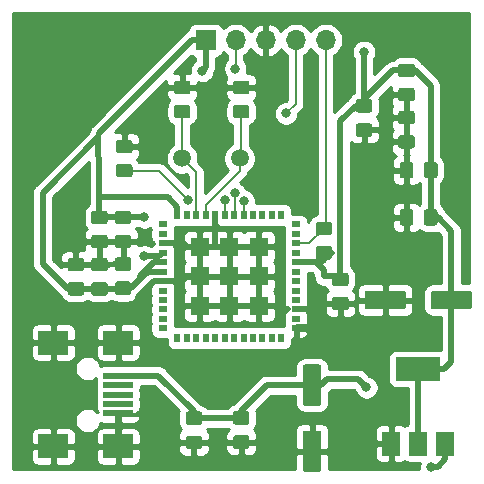
<source format=gbr>
G04 #@! TF.GenerationSoftware,KiCad,Pcbnew,5.1.5-52549c5~84~ubuntu18.04.1*
G04 #@! TF.CreationDate,2020-02-03T11:01:42+01:00*
G04 #@! TF.ProjectId,lab1,6c616231-2e6b-4696-9361-645f70636258,rev?*
G04 #@! TF.SameCoordinates,Original*
G04 #@! TF.FileFunction,Copper,L1,Top*
G04 #@! TF.FilePolarity,Positive*
%FSLAX46Y46*%
G04 Gerber Fmt 4.6, Leading zero omitted, Abs format (unit mm)*
G04 Created by KiCad (PCBNEW 5.1.5-52549c5~84~ubuntu18.04.1) date 2020-02-03 11:01:42*
%MOMM*%
%LPD*%
G04 APERTURE LIST*
%ADD10R,0.500000X0.800000*%
%ADD11R,0.800000X0.500000*%
%ADD12R,1.600000X1.600000*%
%ADD13C,0.100000*%
%ADD14O,1.700000X1.700000*%
%ADD15R,1.700000X1.700000*%
%ADD16R,2.500000X2.000000*%
%ADD17R,2.500000X0.500000*%
%ADD18R,3.800000X2.000000*%
%ADD19R,1.500000X2.000000*%
%ADD20C,1.500000*%
%ADD21C,0.800000*%
%ADD22C,0.200000*%
%ADD23C,0.500000*%
%ADD24C,0.254000*%
G04 APERTURE END LIST*
D10*
X273600000Y-246800000D03*
D11*
X275650000Y-255600000D03*
X275650000Y-256400000D03*
D10*
X274400000Y-257200000D03*
X273600000Y-257200000D03*
X272800000Y-257200000D03*
X272000000Y-257200000D03*
X271200000Y-257200000D03*
X270400000Y-257200000D03*
X269600000Y-257200000D03*
X268800000Y-257200000D03*
X268000000Y-257200000D03*
X267200000Y-257200000D03*
X266400000Y-257200000D03*
X265600000Y-257200000D03*
D11*
X264350000Y-256400000D03*
D10*
X271200000Y-246800000D03*
X272000000Y-246800000D03*
X272800000Y-246800000D03*
X274400000Y-246800000D03*
D11*
X275650000Y-247600000D03*
X275650000Y-248400000D03*
X275650000Y-249200000D03*
X275650000Y-250000000D03*
X275650000Y-250800000D03*
X275650000Y-251600000D03*
X275650000Y-252400000D03*
X275650000Y-253200000D03*
X275650000Y-254000000D03*
X275650000Y-254800000D03*
X264350000Y-255600000D03*
X264350000Y-254800000D03*
X264350000Y-254000000D03*
X264350000Y-253200000D03*
X264350000Y-252400000D03*
X264350000Y-251600000D03*
X264350000Y-250800000D03*
X264350000Y-250000000D03*
X264350000Y-249200000D03*
X264350000Y-248400000D03*
X264350000Y-247600000D03*
D10*
X270400000Y-246800000D03*
X269600000Y-246800000D03*
X268800000Y-246800000D03*
X268000000Y-246800000D03*
X267200000Y-246800000D03*
X266400000Y-246800000D03*
X265600000Y-246800000D03*
D12*
X267500000Y-249500000D03*
X270000000Y-249500000D03*
X272500000Y-249500000D03*
X267500000Y-252000000D03*
X270000000Y-252000000D03*
X272500000Y-252000000D03*
X267500000Y-254500000D03*
X270000000Y-254500000D03*
X272500000Y-254500000D03*
G04 #@! TA.AperFunction,SMDPad,CuDef*
D13*
G36*
X266474505Y-237476204D02*
G01*
X266498773Y-237479804D01*
X266522572Y-237485765D01*
X266545671Y-237494030D01*
X266567850Y-237504520D01*
X266588893Y-237517132D01*
X266608599Y-237531747D01*
X266626777Y-237548223D01*
X266643253Y-237566401D01*
X266657868Y-237586107D01*
X266670480Y-237607150D01*
X266680970Y-237629329D01*
X266689235Y-237652428D01*
X266695196Y-237676227D01*
X266698796Y-237700495D01*
X266700000Y-237724999D01*
X266700000Y-238375001D01*
X266698796Y-238399505D01*
X266695196Y-238423773D01*
X266689235Y-238447572D01*
X266680970Y-238470671D01*
X266670480Y-238492850D01*
X266657868Y-238513893D01*
X266643253Y-238533599D01*
X266626777Y-238551777D01*
X266608599Y-238568253D01*
X266588893Y-238582868D01*
X266567850Y-238595480D01*
X266545671Y-238605970D01*
X266522572Y-238614235D01*
X266498773Y-238620196D01*
X266474505Y-238623796D01*
X266450001Y-238625000D01*
X265549999Y-238625000D01*
X265525495Y-238623796D01*
X265501227Y-238620196D01*
X265477428Y-238614235D01*
X265454329Y-238605970D01*
X265432150Y-238595480D01*
X265411107Y-238582868D01*
X265391401Y-238568253D01*
X265373223Y-238551777D01*
X265356747Y-238533599D01*
X265342132Y-238513893D01*
X265329520Y-238492850D01*
X265319030Y-238470671D01*
X265310765Y-238447572D01*
X265304804Y-238423773D01*
X265301204Y-238399505D01*
X265300000Y-238375001D01*
X265300000Y-237724999D01*
X265301204Y-237700495D01*
X265304804Y-237676227D01*
X265310765Y-237652428D01*
X265319030Y-237629329D01*
X265329520Y-237607150D01*
X265342132Y-237586107D01*
X265356747Y-237566401D01*
X265373223Y-237548223D01*
X265391401Y-237531747D01*
X265411107Y-237517132D01*
X265432150Y-237504520D01*
X265454329Y-237494030D01*
X265477428Y-237485765D01*
X265501227Y-237479804D01*
X265525495Y-237476204D01*
X265549999Y-237475000D01*
X266450001Y-237475000D01*
X266474505Y-237476204D01*
G37*
G04 #@! TD.AperFunction*
G04 #@! TA.AperFunction,SMDPad,CuDef*
G36*
X266474505Y-235426204D02*
G01*
X266498773Y-235429804D01*
X266522572Y-235435765D01*
X266545671Y-235444030D01*
X266567850Y-235454520D01*
X266588893Y-235467132D01*
X266608599Y-235481747D01*
X266626777Y-235498223D01*
X266643253Y-235516401D01*
X266657868Y-235536107D01*
X266670480Y-235557150D01*
X266680970Y-235579329D01*
X266689235Y-235602428D01*
X266695196Y-235626227D01*
X266698796Y-235650495D01*
X266700000Y-235674999D01*
X266700000Y-236325001D01*
X266698796Y-236349505D01*
X266695196Y-236373773D01*
X266689235Y-236397572D01*
X266680970Y-236420671D01*
X266670480Y-236442850D01*
X266657868Y-236463893D01*
X266643253Y-236483599D01*
X266626777Y-236501777D01*
X266608599Y-236518253D01*
X266588893Y-236532868D01*
X266567850Y-236545480D01*
X266545671Y-236555970D01*
X266522572Y-236564235D01*
X266498773Y-236570196D01*
X266474505Y-236573796D01*
X266450001Y-236575000D01*
X265549999Y-236575000D01*
X265525495Y-236573796D01*
X265501227Y-236570196D01*
X265477428Y-236564235D01*
X265454329Y-236555970D01*
X265432150Y-236545480D01*
X265411107Y-236532868D01*
X265391401Y-236518253D01*
X265373223Y-236501777D01*
X265356747Y-236483599D01*
X265342132Y-236463893D01*
X265329520Y-236442850D01*
X265319030Y-236420671D01*
X265310765Y-236397572D01*
X265304804Y-236373773D01*
X265301204Y-236349505D01*
X265300000Y-236325001D01*
X265300000Y-235674999D01*
X265301204Y-235650495D01*
X265304804Y-235626227D01*
X265310765Y-235602428D01*
X265319030Y-235579329D01*
X265329520Y-235557150D01*
X265342132Y-235536107D01*
X265356747Y-235516401D01*
X265373223Y-235498223D01*
X265391401Y-235481747D01*
X265411107Y-235467132D01*
X265432150Y-235454520D01*
X265454329Y-235444030D01*
X265477428Y-235435765D01*
X265501227Y-235429804D01*
X265525495Y-235426204D01*
X265549999Y-235425000D01*
X266450001Y-235425000D01*
X266474505Y-235426204D01*
G37*
G04 #@! TD.AperFunction*
G04 #@! TA.AperFunction,SMDPad,CuDef*
G36*
X271474505Y-235426204D02*
G01*
X271498773Y-235429804D01*
X271522572Y-235435765D01*
X271545671Y-235444030D01*
X271567850Y-235454520D01*
X271588893Y-235467132D01*
X271608599Y-235481747D01*
X271626777Y-235498223D01*
X271643253Y-235516401D01*
X271657868Y-235536107D01*
X271670480Y-235557150D01*
X271680970Y-235579329D01*
X271689235Y-235602428D01*
X271695196Y-235626227D01*
X271698796Y-235650495D01*
X271700000Y-235674999D01*
X271700000Y-236325001D01*
X271698796Y-236349505D01*
X271695196Y-236373773D01*
X271689235Y-236397572D01*
X271680970Y-236420671D01*
X271670480Y-236442850D01*
X271657868Y-236463893D01*
X271643253Y-236483599D01*
X271626777Y-236501777D01*
X271608599Y-236518253D01*
X271588893Y-236532868D01*
X271567850Y-236545480D01*
X271545671Y-236555970D01*
X271522572Y-236564235D01*
X271498773Y-236570196D01*
X271474505Y-236573796D01*
X271450001Y-236575000D01*
X270549999Y-236575000D01*
X270525495Y-236573796D01*
X270501227Y-236570196D01*
X270477428Y-236564235D01*
X270454329Y-236555970D01*
X270432150Y-236545480D01*
X270411107Y-236532868D01*
X270391401Y-236518253D01*
X270373223Y-236501777D01*
X270356747Y-236483599D01*
X270342132Y-236463893D01*
X270329520Y-236442850D01*
X270319030Y-236420671D01*
X270310765Y-236397572D01*
X270304804Y-236373773D01*
X270301204Y-236349505D01*
X270300000Y-236325001D01*
X270300000Y-235674999D01*
X270301204Y-235650495D01*
X270304804Y-235626227D01*
X270310765Y-235602428D01*
X270319030Y-235579329D01*
X270329520Y-235557150D01*
X270342132Y-235536107D01*
X270356747Y-235516401D01*
X270373223Y-235498223D01*
X270391401Y-235481747D01*
X270411107Y-235467132D01*
X270432150Y-235454520D01*
X270454329Y-235444030D01*
X270477428Y-235435765D01*
X270501227Y-235429804D01*
X270525495Y-235426204D01*
X270549999Y-235425000D01*
X271450001Y-235425000D01*
X271474505Y-235426204D01*
G37*
G04 #@! TD.AperFunction*
G04 #@! TA.AperFunction,SMDPad,CuDef*
G36*
X271474505Y-237476204D02*
G01*
X271498773Y-237479804D01*
X271522572Y-237485765D01*
X271545671Y-237494030D01*
X271567850Y-237504520D01*
X271588893Y-237517132D01*
X271608599Y-237531747D01*
X271626777Y-237548223D01*
X271643253Y-237566401D01*
X271657868Y-237586107D01*
X271670480Y-237607150D01*
X271680970Y-237629329D01*
X271689235Y-237652428D01*
X271695196Y-237676227D01*
X271698796Y-237700495D01*
X271700000Y-237724999D01*
X271700000Y-238375001D01*
X271698796Y-238399505D01*
X271695196Y-238423773D01*
X271689235Y-238447572D01*
X271680970Y-238470671D01*
X271670480Y-238492850D01*
X271657868Y-238513893D01*
X271643253Y-238533599D01*
X271626777Y-238551777D01*
X271608599Y-238568253D01*
X271588893Y-238582868D01*
X271567850Y-238595480D01*
X271545671Y-238605970D01*
X271522572Y-238614235D01*
X271498773Y-238620196D01*
X271474505Y-238623796D01*
X271450001Y-238625000D01*
X270549999Y-238625000D01*
X270525495Y-238623796D01*
X270501227Y-238620196D01*
X270477428Y-238614235D01*
X270454329Y-238605970D01*
X270432150Y-238595480D01*
X270411107Y-238582868D01*
X270391401Y-238568253D01*
X270373223Y-238551777D01*
X270356747Y-238533599D01*
X270342132Y-238513893D01*
X270329520Y-238492850D01*
X270319030Y-238470671D01*
X270310765Y-238447572D01*
X270304804Y-238423773D01*
X270301204Y-238399505D01*
X270300000Y-238375001D01*
X270300000Y-237724999D01*
X270301204Y-237700495D01*
X270304804Y-237676227D01*
X270310765Y-237652428D01*
X270319030Y-237629329D01*
X270329520Y-237607150D01*
X270342132Y-237586107D01*
X270356747Y-237566401D01*
X270373223Y-237548223D01*
X270391401Y-237531747D01*
X270411107Y-237517132D01*
X270432150Y-237504520D01*
X270454329Y-237494030D01*
X270477428Y-237485765D01*
X270501227Y-237479804D01*
X270525495Y-237476204D01*
X270549999Y-237475000D01*
X271450001Y-237475000D01*
X271474505Y-237476204D01*
G37*
G04 #@! TD.AperFunction*
G04 #@! TA.AperFunction,SMDPad,CuDef*
G36*
X259474505Y-248476204D02*
G01*
X259498773Y-248479804D01*
X259522572Y-248485765D01*
X259545671Y-248494030D01*
X259567850Y-248504520D01*
X259588893Y-248517132D01*
X259608599Y-248531747D01*
X259626777Y-248548223D01*
X259643253Y-248566401D01*
X259657868Y-248586107D01*
X259670480Y-248607150D01*
X259680970Y-248629329D01*
X259689235Y-248652428D01*
X259695196Y-248676227D01*
X259698796Y-248700495D01*
X259700000Y-248724999D01*
X259700000Y-249375001D01*
X259698796Y-249399505D01*
X259695196Y-249423773D01*
X259689235Y-249447572D01*
X259680970Y-249470671D01*
X259670480Y-249492850D01*
X259657868Y-249513893D01*
X259643253Y-249533599D01*
X259626777Y-249551777D01*
X259608599Y-249568253D01*
X259588893Y-249582868D01*
X259567850Y-249595480D01*
X259545671Y-249605970D01*
X259522572Y-249614235D01*
X259498773Y-249620196D01*
X259474505Y-249623796D01*
X259450001Y-249625000D01*
X258549999Y-249625000D01*
X258525495Y-249623796D01*
X258501227Y-249620196D01*
X258477428Y-249614235D01*
X258454329Y-249605970D01*
X258432150Y-249595480D01*
X258411107Y-249582868D01*
X258391401Y-249568253D01*
X258373223Y-249551777D01*
X258356747Y-249533599D01*
X258342132Y-249513893D01*
X258329520Y-249492850D01*
X258319030Y-249470671D01*
X258310765Y-249447572D01*
X258304804Y-249423773D01*
X258301204Y-249399505D01*
X258300000Y-249375001D01*
X258300000Y-248724999D01*
X258301204Y-248700495D01*
X258304804Y-248676227D01*
X258310765Y-248652428D01*
X258319030Y-248629329D01*
X258329520Y-248607150D01*
X258342132Y-248586107D01*
X258356747Y-248566401D01*
X258373223Y-248548223D01*
X258391401Y-248531747D01*
X258411107Y-248517132D01*
X258432150Y-248504520D01*
X258454329Y-248494030D01*
X258477428Y-248485765D01*
X258501227Y-248479804D01*
X258525495Y-248476204D01*
X258549999Y-248475000D01*
X259450001Y-248475000D01*
X259474505Y-248476204D01*
G37*
G04 #@! TD.AperFunction*
G04 #@! TA.AperFunction,SMDPad,CuDef*
G36*
X259474505Y-246426204D02*
G01*
X259498773Y-246429804D01*
X259522572Y-246435765D01*
X259545671Y-246444030D01*
X259567850Y-246454520D01*
X259588893Y-246467132D01*
X259608599Y-246481747D01*
X259626777Y-246498223D01*
X259643253Y-246516401D01*
X259657868Y-246536107D01*
X259670480Y-246557150D01*
X259680970Y-246579329D01*
X259689235Y-246602428D01*
X259695196Y-246626227D01*
X259698796Y-246650495D01*
X259700000Y-246674999D01*
X259700000Y-247325001D01*
X259698796Y-247349505D01*
X259695196Y-247373773D01*
X259689235Y-247397572D01*
X259680970Y-247420671D01*
X259670480Y-247442850D01*
X259657868Y-247463893D01*
X259643253Y-247483599D01*
X259626777Y-247501777D01*
X259608599Y-247518253D01*
X259588893Y-247532868D01*
X259567850Y-247545480D01*
X259545671Y-247555970D01*
X259522572Y-247564235D01*
X259498773Y-247570196D01*
X259474505Y-247573796D01*
X259450001Y-247575000D01*
X258549999Y-247575000D01*
X258525495Y-247573796D01*
X258501227Y-247570196D01*
X258477428Y-247564235D01*
X258454329Y-247555970D01*
X258432150Y-247545480D01*
X258411107Y-247532868D01*
X258391401Y-247518253D01*
X258373223Y-247501777D01*
X258356747Y-247483599D01*
X258342132Y-247463893D01*
X258329520Y-247442850D01*
X258319030Y-247420671D01*
X258310765Y-247397572D01*
X258304804Y-247373773D01*
X258301204Y-247349505D01*
X258300000Y-247325001D01*
X258300000Y-246674999D01*
X258301204Y-246650495D01*
X258304804Y-246626227D01*
X258310765Y-246602428D01*
X258319030Y-246579329D01*
X258329520Y-246557150D01*
X258342132Y-246536107D01*
X258356747Y-246516401D01*
X258373223Y-246498223D01*
X258391401Y-246481747D01*
X258411107Y-246467132D01*
X258432150Y-246454520D01*
X258454329Y-246444030D01*
X258477428Y-246435765D01*
X258501227Y-246429804D01*
X258525495Y-246426204D01*
X258549999Y-246425000D01*
X259450001Y-246425000D01*
X259474505Y-246426204D01*
G37*
G04 #@! TD.AperFunction*
G04 #@! TA.AperFunction,SMDPad,CuDef*
G36*
X261474505Y-246426204D02*
G01*
X261498773Y-246429804D01*
X261522572Y-246435765D01*
X261545671Y-246444030D01*
X261567850Y-246454520D01*
X261588893Y-246467132D01*
X261608599Y-246481747D01*
X261626777Y-246498223D01*
X261643253Y-246516401D01*
X261657868Y-246536107D01*
X261670480Y-246557150D01*
X261680970Y-246579329D01*
X261689235Y-246602428D01*
X261695196Y-246626227D01*
X261698796Y-246650495D01*
X261700000Y-246674999D01*
X261700000Y-247325001D01*
X261698796Y-247349505D01*
X261695196Y-247373773D01*
X261689235Y-247397572D01*
X261680970Y-247420671D01*
X261670480Y-247442850D01*
X261657868Y-247463893D01*
X261643253Y-247483599D01*
X261626777Y-247501777D01*
X261608599Y-247518253D01*
X261588893Y-247532868D01*
X261567850Y-247545480D01*
X261545671Y-247555970D01*
X261522572Y-247564235D01*
X261498773Y-247570196D01*
X261474505Y-247573796D01*
X261450001Y-247575000D01*
X260549999Y-247575000D01*
X260525495Y-247573796D01*
X260501227Y-247570196D01*
X260477428Y-247564235D01*
X260454329Y-247555970D01*
X260432150Y-247545480D01*
X260411107Y-247532868D01*
X260391401Y-247518253D01*
X260373223Y-247501777D01*
X260356747Y-247483599D01*
X260342132Y-247463893D01*
X260329520Y-247442850D01*
X260319030Y-247420671D01*
X260310765Y-247397572D01*
X260304804Y-247373773D01*
X260301204Y-247349505D01*
X260300000Y-247325001D01*
X260300000Y-246674999D01*
X260301204Y-246650495D01*
X260304804Y-246626227D01*
X260310765Y-246602428D01*
X260319030Y-246579329D01*
X260329520Y-246557150D01*
X260342132Y-246536107D01*
X260356747Y-246516401D01*
X260373223Y-246498223D01*
X260391401Y-246481747D01*
X260411107Y-246467132D01*
X260432150Y-246454520D01*
X260454329Y-246444030D01*
X260477428Y-246435765D01*
X260501227Y-246429804D01*
X260525495Y-246426204D01*
X260549999Y-246425000D01*
X261450001Y-246425000D01*
X261474505Y-246426204D01*
G37*
G04 #@! TD.AperFunction*
G04 #@! TA.AperFunction,SMDPad,CuDef*
G36*
X261474505Y-248476204D02*
G01*
X261498773Y-248479804D01*
X261522572Y-248485765D01*
X261545671Y-248494030D01*
X261567850Y-248504520D01*
X261588893Y-248517132D01*
X261608599Y-248531747D01*
X261626777Y-248548223D01*
X261643253Y-248566401D01*
X261657868Y-248586107D01*
X261670480Y-248607150D01*
X261680970Y-248629329D01*
X261689235Y-248652428D01*
X261695196Y-248676227D01*
X261698796Y-248700495D01*
X261700000Y-248724999D01*
X261700000Y-249375001D01*
X261698796Y-249399505D01*
X261695196Y-249423773D01*
X261689235Y-249447572D01*
X261680970Y-249470671D01*
X261670480Y-249492850D01*
X261657868Y-249513893D01*
X261643253Y-249533599D01*
X261626777Y-249551777D01*
X261608599Y-249568253D01*
X261588893Y-249582868D01*
X261567850Y-249595480D01*
X261545671Y-249605970D01*
X261522572Y-249614235D01*
X261498773Y-249620196D01*
X261474505Y-249623796D01*
X261450001Y-249625000D01*
X260549999Y-249625000D01*
X260525495Y-249623796D01*
X260501227Y-249620196D01*
X260477428Y-249614235D01*
X260454329Y-249605970D01*
X260432150Y-249595480D01*
X260411107Y-249582868D01*
X260391401Y-249568253D01*
X260373223Y-249551777D01*
X260356747Y-249533599D01*
X260342132Y-249513893D01*
X260329520Y-249492850D01*
X260319030Y-249470671D01*
X260310765Y-249447572D01*
X260304804Y-249423773D01*
X260301204Y-249399505D01*
X260300000Y-249375001D01*
X260300000Y-248724999D01*
X260301204Y-248700495D01*
X260304804Y-248676227D01*
X260310765Y-248652428D01*
X260319030Y-248629329D01*
X260329520Y-248607150D01*
X260342132Y-248586107D01*
X260356747Y-248566401D01*
X260373223Y-248548223D01*
X260391401Y-248531747D01*
X260411107Y-248517132D01*
X260432150Y-248504520D01*
X260454329Y-248494030D01*
X260477428Y-248485765D01*
X260501227Y-248479804D01*
X260525495Y-248476204D01*
X260549999Y-248475000D01*
X261450001Y-248475000D01*
X261474505Y-248476204D01*
G37*
G04 #@! TD.AperFunction*
G04 #@! TA.AperFunction,SMDPad,CuDef*
G36*
X257474505Y-250426204D02*
G01*
X257498773Y-250429804D01*
X257522572Y-250435765D01*
X257545671Y-250444030D01*
X257567850Y-250454520D01*
X257588893Y-250467132D01*
X257608599Y-250481747D01*
X257626777Y-250498223D01*
X257643253Y-250516401D01*
X257657868Y-250536107D01*
X257670480Y-250557150D01*
X257680970Y-250579329D01*
X257689235Y-250602428D01*
X257695196Y-250626227D01*
X257698796Y-250650495D01*
X257700000Y-250674999D01*
X257700000Y-251325001D01*
X257698796Y-251349505D01*
X257695196Y-251373773D01*
X257689235Y-251397572D01*
X257680970Y-251420671D01*
X257670480Y-251442850D01*
X257657868Y-251463893D01*
X257643253Y-251483599D01*
X257626777Y-251501777D01*
X257608599Y-251518253D01*
X257588893Y-251532868D01*
X257567850Y-251545480D01*
X257545671Y-251555970D01*
X257522572Y-251564235D01*
X257498773Y-251570196D01*
X257474505Y-251573796D01*
X257450001Y-251575000D01*
X256549999Y-251575000D01*
X256525495Y-251573796D01*
X256501227Y-251570196D01*
X256477428Y-251564235D01*
X256454329Y-251555970D01*
X256432150Y-251545480D01*
X256411107Y-251532868D01*
X256391401Y-251518253D01*
X256373223Y-251501777D01*
X256356747Y-251483599D01*
X256342132Y-251463893D01*
X256329520Y-251442850D01*
X256319030Y-251420671D01*
X256310765Y-251397572D01*
X256304804Y-251373773D01*
X256301204Y-251349505D01*
X256300000Y-251325001D01*
X256300000Y-250674999D01*
X256301204Y-250650495D01*
X256304804Y-250626227D01*
X256310765Y-250602428D01*
X256319030Y-250579329D01*
X256329520Y-250557150D01*
X256342132Y-250536107D01*
X256356747Y-250516401D01*
X256373223Y-250498223D01*
X256391401Y-250481747D01*
X256411107Y-250467132D01*
X256432150Y-250454520D01*
X256454329Y-250444030D01*
X256477428Y-250435765D01*
X256501227Y-250429804D01*
X256525495Y-250426204D01*
X256549999Y-250425000D01*
X257450001Y-250425000D01*
X257474505Y-250426204D01*
G37*
G04 #@! TD.AperFunction*
G04 #@! TA.AperFunction,SMDPad,CuDef*
G36*
X257474505Y-252476204D02*
G01*
X257498773Y-252479804D01*
X257522572Y-252485765D01*
X257545671Y-252494030D01*
X257567850Y-252504520D01*
X257588893Y-252517132D01*
X257608599Y-252531747D01*
X257626777Y-252548223D01*
X257643253Y-252566401D01*
X257657868Y-252586107D01*
X257670480Y-252607150D01*
X257680970Y-252629329D01*
X257689235Y-252652428D01*
X257695196Y-252676227D01*
X257698796Y-252700495D01*
X257700000Y-252724999D01*
X257700000Y-253375001D01*
X257698796Y-253399505D01*
X257695196Y-253423773D01*
X257689235Y-253447572D01*
X257680970Y-253470671D01*
X257670480Y-253492850D01*
X257657868Y-253513893D01*
X257643253Y-253533599D01*
X257626777Y-253551777D01*
X257608599Y-253568253D01*
X257588893Y-253582868D01*
X257567850Y-253595480D01*
X257545671Y-253605970D01*
X257522572Y-253614235D01*
X257498773Y-253620196D01*
X257474505Y-253623796D01*
X257450001Y-253625000D01*
X256549999Y-253625000D01*
X256525495Y-253623796D01*
X256501227Y-253620196D01*
X256477428Y-253614235D01*
X256454329Y-253605970D01*
X256432150Y-253595480D01*
X256411107Y-253582868D01*
X256391401Y-253568253D01*
X256373223Y-253551777D01*
X256356747Y-253533599D01*
X256342132Y-253513893D01*
X256329520Y-253492850D01*
X256319030Y-253470671D01*
X256310765Y-253447572D01*
X256304804Y-253423773D01*
X256301204Y-253399505D01*
X256300000Y-253375001D01*
X256300000Y-252724999D01*
X256301204Y-252700495D01*
X256304804Y-252676227D01*
X256310765Y-252652428D01*
X256319030Y-252629329D01*
X256329520Y-252607150D01*
X256342132Y-252586107D01*
X256356747Y-252566401D01*
X256373223Y-252548223D01*
X256391401Y-252531747D01*
X256411107Y-252517132D01*
X256432150Y-252504520D01*
X256454329Y-252494030D01*
X256477428Y-252485765D01*
X256501227Y-252479804D01*
X256525495Y-252476204D01*
X256549999Y-252475000D01*
X257450001Y-252475000D01*
X257474505Y-252476204D01*
G37*
G04 #@! TD.AperFunction*
G04 #@! TA.AperFunction,SMDPad,CuDef*
G36*
X259474505Y-250426204D02*
G01*
X259498773Y-250429804D01*
X259522572Y-250435765D01*
X259545671Y-250444030D01*
X259567850Y-250454520D01*
X259588893Y-250467132D01*
X259608599Y-250481747D01*
X259626777Y-250498223D01*
X259643253Y-250516401D01*
X259657868Y-250536107D01*
X259670480Y-250557150D01*
X259680970Y-250579329D01*
X259689235Y-250602428D01*
X259695196Y-250626227D01*
X259698796Y-250650495D01*
X259700000Y-250674999D01*
X259700000Y-251325001D01*
X259698796Y-251349505D01*
X259695196Y-251373773D01*
X259689235Y-251397572D01*
X259680970Y-251420671D01*
X259670480Y-251442850D01*
X259657868Y-251463893D01*
X259643253Y-251483599D01*
X259626777Y-251501777D01*
X259608599Y-251518253D01*
X259588893Y-251532868D01*
X259567850Y-251545480D01*
X259545671Y-251555970D01*
X259522572Y-251564235D01*
X259498773Y-251570196D01*
X259474505Y-251573796D01*
X259450001Y-251575000D01*
X258549999Y-251575000D01*
X258525495Y-251573796D01*
X258501227Y-251570196D01*
X258477428Y-251564235D01*
X258454329Y-251555970D01*
X258432150Y-251545480D01*
X258411107Y-251532868D01*
X258391401Y-251518253D01*
X258373223Y-251501777D01*
X258356747Y-251483599D01*
X258342132Y-251463893D01*
X258329520Y-251442850D01*
X258319030Y-251420671D01*
X258310765Y-251397572D01*
X258304804Y-251373773D01*
X258301204Y-251349505D01*
X258300000Y-251325001D01*
X258300000Y-250674999D01*
X258301204Y-250650495D01*
X258304804Y-250626227D01*
X258310765Y-250602428D01*
X258319030Y-250579329D01*
X258329520Y-250557150D01*
X258342132Y-250536107D01*
X258356747Y-250516401D01*
X258373223Y-250498223D01*
X258391401Y-250481747D01*
X258411107Y-250467132D01*
X258432150Y-250454520D01*
X258454329Y-250444030D01*
X258477428Y-250435765D01*
X258501227Y-250429804D01*
X258525495Y-250426204D01*
X258549999Y-250425000D01*
X259450001Y-250425000D01*
X259474505Y-250426204D01*
G37*
G04 #@! TD.AperFunction*
G04 #@! TA.AperFunction,SMDPad,CuDef*
G36*
X259474505Y-252476204D02*
G01*
X259498773Y-252479804D01*
X259522572Y-252485765D01*
X259545671Y-252494030D01*
X259567850Y-252504520D01*
X259588893Y-252517132D01*
X259608599Y-252531747D01*
X259626777Y-252548223D01*
X259643253Y-252566401D01*
X259657868Y-252586107D01*
X259670480Y-252607150D01*
X259680970Y-252629329D01*
X259689235Y-252652428D01*
X259695196Y-252676227D01*
X259698796Y-252700495D01*
X259700000Y-252724999D01*
X259700000Y-253375001D01*
X259698796Y-253399505D01*
X259695196Y-253423773D01*
X259689235Y-253447572D01*
X259680970Y-253470671D01*
X259670480Y-253492850D01*
X259657868Y-253513893D01*
X259643253Y-253533599D01*
X259626777Y-253551777D01*
X259608599Y-253568253D01*
X259588893Y-253582868D01*
X259567850Y-253595480D01*
X259545671Y-253605970D01*
X259522572Y-253614235D01*
X259498773Y-253620196D01*
X259474505Y-253623796D01*
X259450001Y-253625000D01*
X258549999Y-253625000D01*
X258525495Y-253623796D01*
X258501227Y-253620196D01*
X258477428Y-253614235D01*
X258454329Y-253605970D01*
X258432150Y-253595480D01*
X258411107Y-253582868D01*
X258391401Y-253568253D01*
X258373223Y-253551777D01*
X258356747Y-253533599D01*
X258342132Y-253513893D01*
X258329520Y-253492850D01*
X258319030Y-253470671D01*
X258310765Y-253447572D01*
X258304804Y-253423773D01*
X258301204Y-253399505D01*
X258300000Y-253375001D01*
X258300000Y-252724999D01*
X258301204Y-252700495D01*
X258304804Y-252676227D01*
X258310765Y-252652428D01*
X258319030Y-252629329D01*
X258329520Y-252607150D01*
X258342132Y-252586107D01*
X258356747Y-252566401D01*
X258373223Y-252548223D01*
X258391401Y-252531747D01*
X258411107Y-252517132D01*
X258432150Y-252504520D01*
X258454329Y-252494030D01*
X258477428Y-252485765D01*
X258501227Y-252479804D01*
X258525495Y-252476204D01*
X258549999Y-252475000D01*
X259450001Y-252475000D01*
X259474505Y-252476204D01*
G37*
G04 #@! TD.AperFunction*
G04 #@! TA.AperFunction,SMDPad,CuDef*
G36*
X261474505Y-252426204D02*
G01*
X261498773Y-252429804D01*
X261522572Y-252435765D01*
X261545671Y-252444030D01*
X261567850Y-252454520D01*
X261588893Y-252467132D01*
X261608599Y-252481747D01*
X261626777Y-252498223D01*
X261643253Y-252516401D01*
X261657868Y-252536107D01*
X261670480Y-252557150D01*
X261680970Y-252579329D01*
X261689235Y-252602428D01*
X261695196Y-252626227D01*
X261698796Y-252650495D01*
X261700000Y-252674999D01*
X261700000Y-253325001D01*
X261698796Y-253349505D01*
X261695196Y-253373773D01*
X261689235Y-253397572D01*
X261680970Y-253420671D01*
X261670480Y-253442850D01*
X261657868Y-253463893D01*
X261643253Y-253483599D01*
X261626777Y-253501777D01*
X261608599Y-253518253D01*
X261588893Y-253532868D01*
X261567850Y-253545480D01*
X261545671Y-253555970D01*
X261522572Y-253564235D01*
X261498773Y-253570196D01*
X261474505Y-253573796D01*
X261450001Y-253575000D01*
X260549999Y-253575000D01*
X260525495Y-253573796D01*
X260501227Y-253570196D01*
X260477428Y-253564235D01*
X260454329Y-253555970D01*
X260432150Y-253545480D01*
X260411107Y-253532868D01*
X260391401Y-253518253D01*
X260373223Y-253501777D01*
X260356747Y-253483599D01*
X260342132Y-253463893D01*
X260329520Y-253442850D01*
X260319030Y-253420671D01*
X260310765Y-253397572D01*
X260304804Y-253373773D01*
X260301204Y-253349505D01*
X260300000Y-253325001D01*
X260300000Y-252674999D01*
X260301204Y-252650495D01*
X260304804Y-252626227D01*
X260310765Y-252602428D01*
X260319030Y-252579329D01*
X260329520Y-252557150D01*
X260342132Y-252536107D01*
X260356747Y-252516401D01*
X260373223Y-252498223D01*
X260391401Y-252481747D01*
X260411107Y-252467132D01*
X260432150Y-252454520D01*
X260454329Y-252444030D01*
X260477428Y-252435765D01*
X260501227Y-252429804D01*
X260525495Y-252426204D01*
X260549999Y-252425000D01*
X261450001Y-252425000D01*
X261474505Y-252426204D01*
G37*
G04 #@! TD.AperFunction*
G04 #@! TA.AperFunction,SMDPad,CuDef*
G36*
X261474505Y-250376204D02*
G01*
X261498773Y-250379804D01*
X261522572Y-250385765D01*
X261545671Y-250394030D01*
X261567850Y-250404520D01*
X261588893Y-250417132D01*
X261608599Y-250431747D01*
X261626777Y-250448223D01*
X261643253Y-250466401D01*
X261657868Y-250486107D01*
X261670480Y-250507150D01*
X261680970Y-250529329D01*
X261689235Y-250552428D01*
X261695196Y-250576227D01*
X261698796Y-250600495D01*
X261700000Y-250624999D01*
X261700000Y-251275001D01*
X261698796Y-251299505D01*
X261695196Y-251323773D01*
X261689235Y-251347572D01*
X261680970Y-251370671D01*
X261670480Y-251392850D01*
X261657868Y-251413893D01*
X261643253Y-251433599D01*
X261626777Y-251451777D01*
X261608599Y-251468253D01*
X261588893Y-251482868D01*
X261567850Y-251495480D01*
X261545671Y-251505970D01*
X261522572Y-251514235D01*
X261498773Y-251520196D01*
X261474505Y-251523796D01*
X261450001Y-251525000D01*
X260549999Y-251525000D01*
X260525495Y-251523796D01*
X260501227Y-251520196D01*
X260477428Y-251514235D01*
X260454329Y-251505970D01*
X260432150Y-251495480D01*
X260411107Y-251482868D01*
X260391401Y-251468253D01*
X260373223Y-251451777D01*
X260356747Y-251433599D01*
X260342132Y-251413893D01*
X260329520Y-251392850D01*
X260319030Y-251370671D01*
X260310765Y-251347572D01*
X260304804Y-251323773D01*
X260301204Y-251299505D01*
X260300000Y-251275001D01*
X260300000Y-250624999D01*
X260301204Y-250600495D01*
X260304804Y-250576227D01*
X260310765Y-250552428D01*
X260319030Y-250529329D01*
X260329520Y-250507150D01*
X260342132Y-250486107D01*
X260356747Y-250466401D01*
X260373223Y-250448223D01*
X260391401Y-250431747D01*
X260411107Y-250417132D01*
X260432150Y-250404520D01*
X260454329Y-250394030D01*
X260477428Y-250385765D01*
X260501227Y-250379804D01*
X260525495Y-250376204D01*
X260549999Y-250375000D01*
X261450001Y-250375000D01*
X261474505Y-250376204D01*
G37*
G04 #@! TD.AperFunction*
G04 #@! TA.AperFunction,SMDPad,CuDef*
G36*
X279874505Y-251676204D02*
G01*
X279898773Y-251679804D01*
X279922572Y-251685765D01*
X279945671Y-251694030D01*
X279967850Y-251704520D01*
X279988893Y-251717132D01*
X280008599Y-251731747D01*
X280026777Y-251748223D01*
X280043253Y-251766401D01*
X280057868Y-251786107D01*
X280070480Y-251807150D01*
X280080970Y-251829329D01*
X280089235Y-251852428D01*
X280095196Y-251876227D01*
X280098796Y-251900495D01*
X280100000Y-251924999D01*
X280100000Y-252575001D01*
X280098796Y-252599505D01*
X280095196Y-252623773D01*
X280089235Y-252647572D01*
X280080970Y-252670671D01*
X280070480Y-252692850D01*
X280057868Y-252713893D01*
X280043253Y-252733599D01*
X280026777Y-252751777D01*
X280008599Y-252768253D01*
X279988893Y-252782868D01*
X279967850Y-252795480D01*
X279945671Y-252805970D01*
X279922572Y-252814235D01*
X279898773Y-252820196D01*
X279874505Y-252823796D01*
X279850001Y-252825000D01*
X278949999Y-252825000D01*
X278925495Y-252823796D01*
X278901227Y-252820196D01*
X278877428Y-252814235D01*
X278854329Y-252805970D01*
X278832150Y-252795480D01*
X278811107Y-252782868D01*
X278791401Y-252768253D01*
X278773223Y-252751777D01*
X278756747Y-252733599D01*
X278742132Y-252713893D01*
X278729520Y-252692850D01*
X278719030Y-252670671D01*
X278710765Y-252647572D01*
X278704804Y-252623773D01*
X278701204Y-252599505D01*
X278700000Y-252575001D01*
X278700000Y-251924999D01*
X278701204Y-251900495D01*
X278704804Y-251876227D01*
X278710765Y-251852428D01*
X278719030Y-251829329D01*
X278729520Y-251807150D01*
X278742132Y-251786107D01*
X278756747Y-251766401D01*
X278773223Y-251748223D01*
X278791401Y-251731747D01*
X278811107Y-251717132D01*
X278832150Y-251704520D01*
X278854329Y-251694030D01*
X278877428Y-251685765D01*
X278901227Y-251679804D01*
X278925495Y-251676204D01*
X278949999Y-251675000D01*
X279850001Y-251675000D01*
X279874505Y-251676204D01*
G37*
G04 #@! TD.AperFunction*
G04 #@! TA.AperFunction,SMDPad,CuDef*
G36*
X279874505Y-253726204D02*
G01*
X279898773Y-253729804D01*
X279922572Y-253735765D01*
X279945671Y-253744030D01*
X279967850Y-253754520D01*
X279988893Y-253767132D01*
X280008599Y-253781747D01*
X280026777Y-253798223D01*
X280043253Y-253816401D01*
X280057868Y-253836107D01*
X280070480Y-253857150D01*
X280080970Y-253879329D01*
X280089235Y-253902428D01*
X280095196Y-253926227D01*
X280098796Y-253950495D01*
X280100000Y-253974999D01*
X280100000Y-254625001D01*
X280098796Y-254649505D01*
X280095196Y-254673773D01*
X280089235Y-254697572D01*
X280080970Y-254720671D01*
X280070480Y-254742850D01*
X280057868Y-254763893D01*
X280043253Y-254783599D01*
X280026777Y-254801777D01*
X280008599Y-254818253D01*
X279988893Y-254832868D01*
X279967850Y-254845480D01*
X279945671Y-254855970D01*
X279922572Y-254864235D01*
X279898773Y-254870196D01*
X279874505Y-254873796D01*
X279850001Y-254875000D01*
X278949999Y-254875000D01*
X278925495Y-254873796D01*
X278901227Y-254870196D01*
X278877428Y-254864235D01*
X278854329Y-254855970D01*
X278832150Y-254845480D01*
X278811107Y-254832868D01*
X278791401Y-254818253D01*
X278773223Y-254801777D01*
X278756747Y-254783599D01*
X278742132Y-254763893D01*
X278729520Y-254742850D01*
X278719030Y-254720671D01*
X278710765Y-254697572D01*
X278704804Y-254673773D01*
X278701204Y-254649505D01*
X278700000Y-254625001D01*
X278700000Y-253974999D01*
X278701204Y-253950495D01*
X278704804Y-253926227D01*
X278710765Y-253902428D01*
X278719030Y-253879329D01*
X278729520Y-253857150D01*
X278742132Y-253836107D01*
X278756747Y-253816401D01*
X278773223Y-253798223D01*
X278791401Y-253781747D01*
X278811107Y-253767132D01*
X278832150Y-253754520D01*
X278854329Y-253744030D01*
X278877428Y-253735765D01*
X278901227Y-253729804D01*
X278925495Y-253726204D01*
X278949999Y-253725000D01*
X279850001Y-253725000D01*
X279874505Y-253726204D01*
G37*
G04 #@! TD.AperFunction*
G04 #@! TA.AperFunction,SMDPad,CuDef*
G36*
X281874505Y-236976204D02*
G01*
X281898773Y-236979804D01*
X281922572Y-236985765D01*
X281945671Y-236994030D01*
X281967850Y-237004520D01*
X281988893Y-237017132D01*
X282008599Y-237031747D01*
X282026777Y-237048223D01*
X282043253Y-237066401D01*
X282057868Y-237086107D01*
X282070480Y-237107150D01*
X282080970Y-237129329D01*
X282089235Y-237152428D01*
X282095196Y-237176227D01*
X282098796Y-237200495D01*
X282100000Y-237224999D01*
X282100000Y-237875001D01*
X282098796Y-237899505D01*
X282095196Y-237923773D01*
X282089235Y-237947572D01*
X282080970Y-237970671D01*
X282070480Y-237992850D01*
X282057868Y-238013893D01*
X282043253Y-238033599D01*
X282026777Y-238051777D01*
X282008599Y-238068253D01*
X281988893Y-238082868D01*
X281967850Y-238095480D01*
X281945671Y-238105970D01*
X281922572Y-238114235D01*
X281898773Y-238120196D01*
X281874505Y-238123796D01*
X281850001Y-238125000D01*
X280949999Y-238125000D01*
X280925495Y-238123796D01*
X280901227Y-238120196D01*
X280877428Y-238114235D01*
X280854329Y-238105970D01*
X280832150Y-238095480D01*
X280811107Y-238082868D01*
X280791401Y-238068253D01*
X280773223Y-238051777D01*
X280756747Y-238033599D01*
X280742132Y-238013893D01*
X280729520Y-237992850D01*
X280719030Y-237970671D01*
X280710765Y-237947572D01*
X280704804Y-237923773D01*
X280701204Y-237899505D01*
X280700000Y-237875001D01*
X280700000Y-237224999D01*
X280701204Y-237200495D01*
X280704804Y-237176227D01*
X280710765Y-237152428D01*
X280719030Y-237129329D01*
X280729520Y-237107150D01*
X280742132Y-237086107D01*
X280756747Y-237066401D01*
X280773223Y-237048223D01*
X280791401Y-237031747D01*
X280811107Y-237017132D01*
X280832150Y-237004520D01*
X280854329Y-236994030D01*
X280877428Y-236985765D01*
X280901227Y-236979804D01*
X280925495Y-236976204D01*
X280949999Y-236975000D01*
X281850001Y-236975000D01*
X281874505Y-236976204D01*
G37*
G04 #@! TD.AperFunction*
G04 #@! TA.AperFunction,SMDPad,CuDef*
G36*
X281874505Y-239026204D02*
G01*
X281898773Y-239029804D01*
X281922572Y-239035765D01*
X281945671Y-239044030D01*
X281967850Y-239054520D01*
X281988893Y-239067132D01*
X282008599Y-239081747D01*
X282026777Y-239098223D01*
X282043253Y-239116401D01*
X282057868Y-239136107D01*
X282070480Y-239157150D01*
X282080970Y-239179329D01*
X282089235Y-239202428D01*
X282095196Y-239226227D01*
X282098796Y-239250495D01*
X282100000Y-239274999D01*
X282100000Y-239925001D01*
X282098796Y-239949505D01*
X282095196Y-239973773D01*
X282089235Y-239997572D01*
X282080970Y-240020671D01*
X282070480Y-240042850D01*
X282057868Y-240063893D01*
X282043253Y-240083599D01*
X282026777Y-240101777D01*
X282008599Y-240118253D01*
X281988893Y-240132868D01*
X281967850Y-240145480D01*
X281945671Y-240155970D01*
X281922572Y-240164235D01*
X281898773Y-240170196D01*
X281874505Y-240173796D01*
X281850001Y-240175000D01*
X280949999Y-240175000D01*
X280925495Y-240173796D01*
X280901227Y-240170196D01*
X280877428Y-240164235D01*
X280854329Y-240155970D01*
X280832150Y-240145480D01*
X280811107Y-240132868D01*
X280791401Y-240118253D01*
X280773223Y-240101777D01*
X280756747Y-240083599D01*
X280742132Y-240063893D01*
X280729520Y-240042850D01*
X280719030Y-240020671D01*
X280710765Y-239997572D01*
X280704804Y-239973773D01*
X280701204Y-239949505D01*
X280700000Y-239925001D01*
X280700000Y-239274999D01*
X280701204Y-239250495D01*
X280704804Y-239226227D01*
X280710765Y-239202428D01*
X280719030Y-239179329D01*
X280729520Y-239157150D01*
X280742132Y-239136107D01*
X280756747Y-239116401D01*
X280773223Y-239098223D01*
X280791401Y-239081747D01*
X280811107Y-239067132D01*
X280832150Y-239054520D01*
X280854329Y-239044030D01*
X280877428Y-239035765D01*
X280901227Y-239029804D01*
X280925495Y-239026204D01*
X280949999Y-239025000D01*
X281850001Y-239025000D01*
X281874505Y-239026204D01*
G37*
G04 #@! TD.AperFunction*
G04 #@! TA.AperFunction,SMDPad,CuDef*
G36*
X267474505Y-265476204D02*
G01*
X267498773Y-265479804D01*
X267522572Y-265485765D01*
X267545671Y-265494030D01*
X267567850Y-265504520D01*
X267588893Y-265517132D01*
X267608599Y-265531747D01*
X267626777Y-265548223D01*
X267643253Y-265566401D01*
X267657868Y-265586107D01*
X267670480Y-265607150D01*
X267680970Y-265629329D01*
X267689235Y-265652428D01*
X267695196Y-265676227D01*
X267698796Y-265700495D01*
X267700000Y-265724999D01*
X267700000Y-266375001D01*
X267698796Y-266399505D01*
X267695196Y-266423773D01*
X267689235Y-266447572D01*
X267680970Y-266470671D01*
X267670480Y-266492850D01*
X267657868Y-266513893D01*
X267643253Y-266533599D01*
X267626777Y-266551777D01*
X267608599Y-266568253D01*
X267588893Y-266582868D01*
X267567850Y-266595480D01*
X267545671Y-266605970D01*
X267522572Y-266614235D01*
X267498773Y-266620196D01*
X267474505Y-266623796D01*
X267450001Y-266625000D01*
X266549999Y-266625000D01*
X266525495Y-266623796D01*
X266501227Y-266620196D01*
X266477428Y-266614235D01*
X266454329Y-266605970D01*
X266432150Y-266595480D01*
X266411107Y-266582868D01*
X266391401Y-266568253D01*
X266373223Y-266551777D01*
X266356747Y-266533599D01*
X266342132Y-266513893D01*
X266329520Y-266492850D01*
X266319030Y-266470671D01*
X266310765Y-266447572D01*
X266304804Y-266423773D01*
X266301204Y-266399505D01*
X266300000Y-266375001D01*
X266300000Y-265724999D01*
X266301204Y-265700495D01*
X266304804Y-265676227D01*
X266310765Y-265652428D01*
X266319030Y-265629329D01*
X266329520Y-265607150D01*
X266342132Y-265586107D01*
X266356747Y-265566401D01*
X266373223Y-265548223D01*
X266391401Y-265531747D01*
X266411107Y-265517132D01*
X266432150Y-265504520D01*
X266454329Y-265494030D01*
X266477428Y-265485765D01*
X266501227Y-265479804D01*
X266525495Y-265476204D01*
X266549999Y-265475000D01*
X267450001Y-265475000D01*
X267474505Y-265476204D01*
G37*
G04 #@! TD.AperFunction*
G04 #@! TA.AperFunction,SMDPad,CuDef*
G36*
X267474505Y-263426204D02*
G01*
X267498773Y-263429804D01*
X267522572Y-263435765D01*
X267545671Y-263444030D01*
X267567850Y-263454520D01*
X267588893Y-263467132D01*
X267608599Y-263481747D01*
X267626777Y-263498223D01*
X267643253Y-263516401D01*
X267657868Y-263536107D01*
X267670480Y-263557150D01*
X267680970Y-263579329D01*
X267689235Y-263602428D01*
X267695196Y-263626227D01*
X267698796Y-263650495D01*
X267700000Y-263674999D01*
X267700000Y-264325001D01*
X267698796Y-264349505D01*
X267695196Y-264373773D01*
X267689235Y-264397572D01*
X267680970Y-264420671D01*
X267670480Y-264442850D01*
X267657868Y-264463893D01*
X267643253Y-264483599D01*
X267626777Y-264501777D01*
X267608599Y-264518253D01*
X267588893Y-264532868D01*
X267567850Y-264545480D01*
X267545671Y-264555970D01*
X267522572Y-264564235D01*
X267498773Y-264570196D01*
X267474505Y-264573796D01*
X267450001Y-264575000D01*
X266549999Y-264575000D01*
X266525495Y-264573796D01*
X266501227Y-264570196D01*
X266477428Y-264564235D01*
X266454329Y-264555970D01*
X266432150Y-264545480D01*
X266411107Y-264532868D01*
X266391401Y-264518253D01*
X266373223Y-264501777D01*
X266356747Y-264483599D01*
X266342132Y-264463893D01*
X266329520Y-264442850D01*
X266319030Y-264420671D01*
X266310765Y-264397572D01*
X266304804Y-264373773D01*
X266301204Y-264349505D01*
X266300000Y-264325001D01*
X266300000Y-263674999D01*
X266301204Y-263650495D01*
X266304804Y-263626227D01*
X266310765Y-263602428D01*
X266319030Y-263579329D01*
X266329520Y-263557150D01*
X266342132Y-263536107D01*
X266356747Y-263516401D01*
X266373223Y-263498223D01*
X266391401Y-263481747D01*
X266411107Y-263467132D01*
X266432150Y-263454520D01*
X266454329Y-263444030D01*
X266477428Y-263435765D01*
X266501227Y-263429804D01*
X266525495Y-263426204D01*
X266549999Y-263425000D01*
X267450001Y-263425000D01*
X267474505Y-263426204D01*
G37*
G04 #@! TD.AperFunction*
G04 #@! TA.AperFunction,SMDPad,CuDef*
G36*
X285349505Y-246301204D02*
G01*
X285373773Y-246304804D01*
X285397572Y-246310765D01*
X285420671Y-246319030D01*
X285442850Y-246329520D01*
X285463893Y-246342132D01*
X285483599Y-246356747D01*
X285501777Y-246373223D01*
X285518253Y-246391401D01*
X285532868Y-246411107D01*
X285545480Y-246432150D01*
X285555970Y-246454329D01*
X285564235Y-246477428D01*
X285570196Y-246501227D01*
X285573796Y-246525495D01*
X285575000Y-246549999D01*
X285575000Y-247450001D01*
X285573796Y-247474505D01*
X285570196Y-247498773D01*
X285564235Y-247522572D01*
X285555970Y-247545671D01*
X285545480Y-247567850D01*
X285532868Y-247588893D01*
X285518253Y-247608599D01*
X285501777Y-247626777D01*
X285483599Y-247643253D01*
X285463893Y-247657868D01*
X285442850Y-247670480D01*
X285420671Y-247680970D01*
X285397572Y-247689235D01*
X285373773Y-247695196D01*
X285349505Y-247698796D01*
X285325001Y-247700000D01*
X284674999Y-247700000D01*
X284650495Y-247698796D01*
X284626227Y-247695196D01*
X284602428Y-247689235D01*
X284579329Y-247680970D01*
X284557150Y-247670480D01*
X284536107Y-247657868D01*
X284516401Y-247643253D01*
X284498223Y-247626777D01*
X284481747Y-247608599D01*
X284467132Y-247588893D01*
X284454520Y-247567850D01*
X284444030Y-247545671D01*
X284435765Y-247522572D01*
X284429804Y-247498773D01*
X284426204Y-247474505D01*
X284425000Y-247450001D01*
X284425000Y-246549999D01*
X284426204Y-246525495D01*
X284429804Y-246501227D01*
X284435765Y-246477428D01*
X284444030Y-246454329D01*
X284454520Y-246432150D01*
X284467132Y-246411107D01*
X284481747Y-246391401D01*
X284498223Y-246373223D01*
X284516401Y-246356747D01*
X284536107Y-246342132D01*
X284557150Y-246329520D01*
X284579329Y-246319030D01*
X284602428Y-246310765D01*
X284626227Y-246304804D01*
X284650495Y-246301204D01*
X284674999Y-246300000D01*
X285325001Y-246300000D01*
X285349505Y-246301204D01*
G37*
G04 #@! TD.AperFunction*
G04 #@! TA.AperFunction,SMDPad,CuDef*
G36*
X287399505Y-246301204D02*
G01*
X287423773Y-246304804D01*
X287447572Y-246310765D01*
X287470671Y-246319030D01*
X287492850Y-246329520D01*
X287513893Y-246342132D01*
X287533599Y-246356747D01*
X287551777Y-246373223D01*
X287568253Y-246391401D01*
X287582868Y-246411107D01*
X287595480Y-246432150D01*
X287605970Y-246454329D01*
X287614235Y-246477428D01*
X287620196Y-246501227D01*
X287623796Y-246525495D01*
X287625000Y-246549999D01*
X287625000Y-247450001D01*
X287623796Y-247474505D01*
X287620196Y-247498773D01*
X287614235Y-247522572D01*
X287605970Y-247545671D01*
X287595480Y-247567850D01*
X287582868Y-247588893D01*
X287568253Y-247608599D01*
X287551777Y-247626777D01*
X287533599Y-247643253D01*
X287513893Y-247657868D01*
X287492850Y-247670480D01*
X287470671Y-247680970D01*
X287447572Y-247689235D01*
X287423773Y-247695196D01*
X287399505Y-247698796D01*
X287375001Y-247700000D01*
X286724999Y-247700000D01*
X286700495Y-247698796D01*
X286676227Y-247695196D01*
X286652428Y-247689235D01*
X286629329Y-247680970D01*
X286607150Y-247670480D01*
X286586107Y-247657868D01*
X286566401Y-247643253D01*
X286548223Y-247626777D01*
X286531747Y-247608599D01*
X286517132Y-247588893D01*
X286504520Y-247567850D01*
X286494030Y-247545671D01*
X286485765Y-247522572D01*
X286479804Y-247498773D01*
X286476204Y-247474505D01*
X286475000Y-247450001D01*
X286475000Y-246549999D01*
X286476204Y-246525495D01*
X286479804Y-246501227D01*
X286485765Y-246477428D01*
X286494030Y-246454329D01*
X286504520Y-246432150D01*
X286517132Y-246411107D01*
X286531747Y-246391401D01*
X286548223Y-246373223D01*
X286566401Y-246356747D01*
X286586107Y-246342132D01*
X286607150Y-246329520D01*
X286629329Y-246319030D01*
X286652428Y-246310765D01*
X286676227Y-246304804D01*
X286700495Y-246301204D01*
X286724999Y-246300000D01*
X287375001Y-246300000D01*
X287399505Y-246301204D01*
G37*
G04 #@! TD.AperFunction*
G04 #@! TA.AperFunction,SMDPad,CuDef*
G36*
X287399505Y-242301204D02*
G01*
X287423773Y-242304804D01*
X287447572Y-242310765D01*
X287470671Y-242319030D01*
X287492850Y-242329520D01*
X287513893Y-242342132D01*
X287533599Y-242356747D01*
X287551777Y-242373223D01*
X287568253Y-242391401D01*
X287582868Y-242411107D01*
X287595480Y-242432150D01*
X287605970Y-242454329D01*
X287614235Y-242477428D01*
X287620196Y-242501227D01*
X287623796Y-242525495D01*
X287625000Y-242549999D01*
X287625000Y-243450001D01*
X287623796Y-243474505D01*
X287620196Y-243498773D01*
X287614235Y-243522572D01*
X287605970Y-243545671D01*
X287595480Y-243567850D01*
X287582868Y-243588893D01*
X287568253Y-243608599D01*
X287551777Y-243626777D01*
X287533599Y-243643253D01*
X287513893Y-243657868D01*
X287492850Y-243670480D01*
X287470671Y-243680970D01*
X287447572Y-243689235D01*
X287423773Y-243695196D01*
X287399505Y-243698796D01*
X287375001Y-243700000D01*
X286724999Y-243700000D01*
X286700495Y-243698796D01*
X286676227Y-243695196D01*
X286652428Y-243689235D01*
X286629329Y-243680970D01*
X286607150Y-243670480D01*
X286586107Y-243657868D01*
X286566401Y-243643253D01*
X286548223Y-243626777D01*
X286531747Y-243608599D01*
X286517132Y-243588893D01*
X286504520Y-243567850D01*
X286494030Y-243545671D01*
X286485765Y-243522572D01*
X286479804Y-243498773D01*
X286476204Y-243474505D01*
X286475000Y-243450001D01*
X286475000Y-242549999D01*
X286476204Y-242525495D01*
X286479804Y-242501227D01*
X286485765Y-242477428D01*
X286494030Y-242454329D01*
X286504520Y-242432150D01*
X286517132Y-242411107D01*
X286531747Y-242391401D01*
X286548223Y-242373223D01*
X286566401Y-242356747D01*
X286586107Y-242342132D01*
X286607150Y-242329520D01*
X286629329Y-242319030D01*
X286652428Y-242310765D01*
X286676227Y-242304804D01*
X286700495Y-242301204D01*
X286724999Y-242300000D01*
X287375001Y-242300000D01*
X287399505Y-242301204D01*
G37*
G04 #@! TD.AperFunction*
G04 #@! TA.AperFunction,SMDPad,CuDef*
G36*
X285349505Y-242301204D02*
G01*
X285373773Y-242304804D01*
X285397572Y-242310765D01*
X285420671Y-242319030D01*
X285442850Y-242329520D01*
X285463893Y-242342132D01*
X285483599Y-242356747D01*
X285501777Y-242373223D01*
X285518253Y-242391401D01*
X285532868Y-242411107D01*
X285545480Y-242432150D01*
X285555970Y-242454329D01*
X285564235Y-242477428D01*
X285570196Y-242501227D01*
X285573796Y-242525495D01*
X285575000Y-242549999D01*
X285575000Y-243450001D01*
X285573796Y-243474505D01*
X285570196Y-243498773D01*
X285564235Y-243522572D01*
X285555970Y-243545671D01*
X285545480Y-243567850D01*
X285532868Y-243588893D01*
X285518253Y-243608599D01*
X285501777Y-243626777D01*
X285483599Y-243643253D01*
X285463893Y-243657868D01*
X285442850Y-243670480D01*
X285420671Y-243680970D01*
X285397572Y-243689235D01*
X285373773Y-243695196D01*
X285349505Y-243698796D01*
X285325001Y-243700000D01*
X284674999Y-243700000D01*
X284650495Y-243698796D01*
X284626227Y-243695196D01*
X284602428Y-243689235D01*
X284579329Y-243680970D01*
X284557150Y-243670480D01*
X284536107Y-243657868D01*
X284516401Y-243643253D01*
X284498223Y-243626777D01*
X284481747Y-243608599D01*
X284467132Y-243588893D01*
X284454520Y-243567850D01*
X284444030Y-243545671D01*
X284435765Y-243522572D01*
X284429804Y-243498773D01*
X284426204Y-243474505D01*
X284425000Y-243450001D01*
X284425000Y-242549999D01*
X284426204Y-242525495D01*
X284429804Y-242501227D01*
X284435765Y-242477428D01*
X284444030Y-242454329D01*
X284454520Y-242432150D01*
X284467132Y-242411107D01*
X284481747Y-242391401D01*
X284498223Y-242373223D01*
X284516401Y-242356747D01*
X284536107Y-242342132D01*
X284557150Y-242329520D01*
X284579329Y-242319030D01*
X284602428Y-242310765D01*
X284626227Y-242304804D01*
X284650495Y-242301204D01*
X284674999Y-242300000D01*
X285325001Y-242300000D01*
X285349505Y-242301204D01*
G37*
G04 #@! TD.AperFunction*
G04 #@! TA.AperFunction,SMDPad,CuDef*
G36*
X271474505Y-263401204D02*
G01*
X271498773Y-263404804D01*
X271522572Y-263410765D01*
X271545671Y-263419030D01*
X271567850Y-263429520D01*
X271588893Y-263442132D01*
X271608599Y-263456747D01*
X271626777Y-263473223D01*
X271643253Y-263491401D01*
X271657868Y-263511107D01*
X271670480Y-263532150D01*
X271680970Y-263554329D01*
X271689235Y-263577428D01*
X271695196Y-263601227D01*
X271698796Y-263625495D01*
X271700000Y-263649999D01*
X271700000Y-264300001D01*
X271698796Y-264324505D01*
X271695196Y-264348773D01*
X271689235Y-264372572D01*
X271680970Y-264395671D01*
X271670480Y-264417850D01*
X271657868Y-264438893D01*
X271643253Y-264458599D01*
X271626777Y-264476777D01*
X271608599Y-264493253D01*
X271588893Y-264507868D01*
X271567850Y-264520480D01*
X271545671Y-264530970D01*
X271522572Y-264539235D01*
X271498773Y-264545196D01*
X271474505Y-264548796D01*
X271450001Y-264550000D01*
X270549999Y-264550000D01*
X270525495Y-264548796D01*
X270501227Y-264545196D01*
X270477428Y-264539235D01*
X270454329Y-264530970D01*
X270432150Y-264520480D01*
X270411107Y-264507868D01*
X270391401Y-264493253D01*
X270373223Y-264476777D01*
X270356747Y-264458599D01*
X270342132Y-264438893D01*
X270329520Y-264417850D01*
X270319030Y-264395671D01*
X270310765Y-264372572D01*
X270304804Y-264348773D01*
X270301204Y-264324505D01*
X270300000Y-264300001D01*
X270300000Y-263649999D01*
X270301204Y-263625495D01*
X270304804Y-263601227D01*
X270310765Y-263577428D01*
X270319030Y-263554329D01*
X270329520Y-263532150D01*
X270342132Y-263511107D01*
X270356747Y-263491401D01*
X270373223Y-263473223D01*
X270391401Y-263456747D01*
X270411107Y-263442132D01*
X270432150Y-263429520D01*
X270454329Y-263419030D01*
X270477428Y-263410765D01*
X270501227Y-263404804D01*
X270525495Y-263401204D01*
X270549999Y-263400000D01*
X271450001Y-263400000D01*
X271474505Y-263401204D01*
G37*
G04 #@! TD.AperFunction*
G04 #@! TA.AperFunction,SMDPad,CuDef*
G36*
X271474505Y-265451204D02*
G01*
X271498773Y-265454804D01*
X271522572Y-265460765D01*
X271545671Y-265469030D01*
X271567850Y-265479520D01*
X271588893Y-265492132D01*
X271608599Y-265506747D01*
X271626777Y-265523223D01*
X271643253Y-265541401D01*
X271657868Y-265561107D01*
X271670480Y-265582150D01*
X271680970Y-265604329D01*
X271689235Y-265627428D01*
X271695196Y-265651227D01*
X271698796Y-265675495D01*
X271700000Y-265699999D01*
X271700000Y-266350001D01*
X271698796Y-266374505D01*
X271695196Y-266398773D01*
X271689235Y-266422572D01*
X271680970Y-266445671D01*
X271670480Y-266467850D01*
X271657868Y-266488893D01*
X271643253Y-266508599D01*
X271626777Y-266526777D01*
X271608599Y-266543253D01*
X271588893Y-266557868D01*
X271567850Y-266570480D01*
X271545671Y-266580970D01*
X271522572Y-266589235D01*
X271498773Y-266595196D01*
X271474505Y-266598796D01*
X271450001Y-266600000D01*
X270549999Y-266600000D01*
X270525495Y-266598796D01*
X270501227Y-266595196D01*
X270477428Y-266589235D01*
X270454329Y-266580970D01*
X270432150Y-266570480D01*
X270411107Y-266557868D01*
X270391401Y-266543253D01*
X270373223Y-266526777D01*
X270356747Y-266508599D01*
X270342132Y-266488893D01*
X270329520Y-266467850D01*
X270319030Y-266445671D01*
X270310765Y-266422572D01*
X270304804Y-266398773D01*
X270301204Y-266374505D01*
X270300000Y-266350001D01*
X270300000Y-265699999D01*
X270301204Y-265675495D01*
X270304804Y-265651227D01*
X270310765Y-265627428D01*
X270319030Y-265604329D01*
X270329520Y-265582150D01*
X270342132Y-265561107D01*
X270356747Y-265541401D01*
X270373223Y-265523223D01*
X270391401Y-265506747D01*
X270411107Y-265492132D01*
X270432150Y-265479520D01*
X270454329Y-265469030D01*
X270477428Y-265460765D01*
X270501227Y-265454804D01*
X270525495Y-265451204D01*
X270549999Y-265450000D01*
X271450001Y-265450000D01*
X271474505Y-265451204D01*
G37*
G04 #@! TD.AperFunction*
G04 #@! TA.AperFunction,SMDPad,CuDef*
G36*
X290324504Y-253201204D02*
G01*
X290348773Y-253204804D01*
X290372571Y-253210765D01*
X290395671Y-253219030D01*
X290417849Y-253229520D01*
X290438893Y-253242133D01*
X290458598Y-253256747D01*
X290476777Y-253273223D01*
X290493253Y-253291402D01*
X290507867Y-253311107D01*
X290520480Y-253332151D01*
X290530970Y-253354329D01*
X290539235Y-253377429D01*
X290545196Y-253401227D01*
X290548796Y-253425496D01*
X290550000Y-253450000D01*
X290550000Y-254550000D01*
X290548796Y-254574504D01*
X290545196Y-254598773D01*
X290539235Y-254622571D01*
X290530970Y-254645671D01*
X290520480Y-254667849D01*
X290507867Y-254688893D01*
X290493253Y-254708598D01*
X290476777Y-254726777D01*
X290458598Y-254743253D01*
X290438893Y-254757867D01*
X290417849Y-254770480D01*
X290395671Y-254780970D01*
X290372571Y-254789235D01*
X290348773Y-254795196D01*
X290324504Y-254798796D01*
X290300000Y-254800000D01*
X287300000Y-254800000D01*
X287275496Y-254798796D01*
X287251227Y-254795196D01*
X287227429Y-254789235D01*
X287204329Y-254780970D01*
X287182151Y-254770480D01*
X287161107Y-254757867D01*
X287141402Y-254743253D01*
X287123223Y-254726777D01*
X287106747Y-254708598D01*
X287092133Y-254688893D01*
X287079520Y-254667849D01*
X287069030Y-254645671D01*
X287060765Y-254622571D01*
X287054804Y-254598773D01*
X287051204Y-254574504D01*
X287050000Y-254550000D01*
X287050000Y-253450000D01*
X287051204Y-253425496D01*
X287054804Y-253401227D01*
X287060765Y-253377429D01*
X287069030Y-253354329D01*
X287079520Y-253332151D01*
X287092133Y-253311107D01*
X287106747Y-253291402D01*
X287123223Y-253273223D01*
X287141402Y-253256747D01*
X287161107Y-253242133D01*
X287182151Y-253229520D01*
X287204329Y-253219030D01*
X287227429Y-253210765D01*
X287251227Y-253204804D01*
X287275496Y-253201204D01*
X287300000Y-253200000D01*
X290300000Y-253200000D01*
X290324504Y-253201204D01*
G37*
G04 #@! TD.AperFunction*
G04 #@! TA.AperFunction,SMDPad,CuDef*
G36*
X284724504Y-253201204D02*
G01*
X284748773Y-253204804D01*
X284772571Y-253210765D01*
X284795671Y-253219030D01*
X284817849Y-253229520D01*
X284838893Y-253242133D01*
X284858598Y-253256747D01*
X284876777Y-253273223D01*
X284893253Y-253291402D01*
X284907867Y-253311107D01*
X284920480Y-253332151D01*
X284930970Y-253354329D01*
X284939235Y-253377429D01*
X284945196Y-253401227D01*
X284948796Y-253425496D01*
X284950000Y-253450000D01*
X284950000Y-254550000D01*
X284948796Y-254574504D01*
X284945196Y-254598773D01*
X284939235Y-254622571D01*
X284930970Y-254645671D01*
X284920480Y-254667849D01*
X284907867Y-254688893D01*
X284893253Y-254708598D01*
X284876777Y-254726777D01*
X284858598Y-254743253D01*
X284838893Y-254757867D01*
X284817849Y-254770480D01*
X284795671Y-254780970D01*
X284772571Y-254789235D01*
X284748773Y-254795196D01*
X284724504Y-254798796D01*
X284700000Y-254800000D01*
X281700000Y-254800000D01*
X281675496Y-254798796D01*
X281651227Y-254795196D01*
X281627429Y-254789235D01*
X281604329Y-254780970D01*
X281582151Y-254770480D01*
X281561107Y-254757867D01*
X281541402Y-254743253D01*
X281523223Y-254726777D01*
X281506747Y-254708598D01*
X281492133Y-254688893D01*
X281479520Y-254667849D01*
X281469030Y-254645671D01*
X281460765Y-254622571D01*
X281454804Y-254598773D01*
X281451204Y-254574504D01*
X281450000Y-254550000D01*
X281450000Y-253450000D01*
X281451204Y-253425496D01*
X281454804Y-253401227D01*
X281460765Y-253377429D01*
X281469030Y-253354329D01*
X281479520Y-253332151D01*
X281492133Y-253311107D01*
X281506747Y-253291402D01*
X281523223Y-253273223D01*
X281541402Y-253256747D01*
X281561107Y-253242133D01*
X281582151Y-253229520D01*
X281604329Y-253219030D01*
X281627429Y-253210765D01*
X281651227Y-253204804D01*
X281675496Y-253201204D01*
X281700000Y-253200000D01*
X284700000Y-253200000D01*
X284724504Y-253201204D01*
G37*
G04 #@! TD.AperFunction*
G04 #@! TA.AperFunction,SMDPad,CuDef*
G36*
X277574504Y-265051204D02*
G01*
X277598773Y-265054804D01*
X277622571Y-265060765D01*
X277645671Y-265069030D01*
X277667849Y-265079520D01*
X277688893Y-265092133D01*
X277708598Y-265106747D01*
X277726777Y-265123223D01*
X277743253Y-265141402D01*
X277757867Y-265161107D01*
X277770480Y-265182151D01*
X277780970Y-265204329D01*
X277789235Y-265227429D01*
X277795196Y-265251227D01*
X277798796Y-265275496D01*
X277800000Y-265300000D01*
X277800000Y-268300000D01*
X277798796Y-268324504D01*
X277795196Y-268348773D01*
X277789235Y-268372571D01*
X277780970Y-268395671D01*
X277770480Y-268417849D01*
X277757867Y-268438893D01*
X277743253Y-268458598D01*
X277726777Y-268476777D01*
X277708598Y-268493253D01*
X277688893Y-268507867D01*
X277667849Y-268520480D01*
X277645671Y-268530970D01*
X277622571Y-268539235D01*
X277598773Y-268545196D01*
X277574504Y-268548796D01*
X277550000Y-268550000D01*
X276450000Y-268550000D01*
X276425496Y-268548796D01*
X276401227Y-268545196D01*
X276377429Y-268539235D01*
X276354329Y-268530970D01*
X276332151Y-268520480D01*
X276311107Y-268507867D01*
X276291402Y-268493253D01*
X276273223Y-268476777D01*
X276256747Y-268458598D01*
X276242133Y-268438893D01*
X276229520Y-268417849D01*
X276219030Y-268395671D01*
X276210765Y-268372571D01*
X276204804Y-268348773D01*
X276201204Y-268324504D01*
X276200000Y-268300000D01*
X276200000Y-265300000D01*
X276201204Y-265275496D01*
X276204804Y-265251227D01*
X276210765Y-265227429D01*
X276219030Y-265204329D01*
X276229520Y-265182151D01*
X276242133Y-265161107D01*
X276256747Y-265141402D01*
X276273223Y-265123223D01*
X276291402Y-265106747D01*
X276311107Y-265092133D01*
X276332151Y-265079520D01*
X276354329Y-265069030D01*
X276377429Y-265060765D01*
X276401227Y-265054804D01*
X276425496Y-265051204D01*
X276450000Y-265050000D01*
X277550000Y-265050000D01*
X277574504Y-265051204D01*
G37*
G04 #@! TD.AperFunction*
G04 #@! TA.AperFunction,SMDPad,CuDef*
G36*
X277574504Y-259451204D02*
G01*
X277598773Y-259454804D01*
X277622571Y-259460765D01*
X277645671Y-259469030D01*
X277667849Y-259479520D01*
X277688893Y-259492133D01*
X277708598Y-259506747D01*
X277726777Y-259523223D01*
X277743253Y-259541402D01*
X277757867Y-259561107D01*
X277770480Y-259582151D01*
X277780970Y-259604329D01*
X277789235Y-259627429D01*
X277795196Y-259651227D01*
X277798796Y-259675496D01*
X277800000Y-259700000D01*
X277800000Y-262700000D01*
X277798796Y-262724504D01*
X277795196Y-262748773D01*
X277789235Y-262772571D01*
X277780970Y-262795671D01*
X277770480Y-262817849D01*
X277757867Y-262838893D01*
X277743253Y-262858598D01*
X277726777Y-262876777D01*
X277708598Y-262893253D01*
X277688893Y-262907867D01*
X277667849Y-262920480D01*
X277645671Y-262930970D01*
X277622571Y-262939235D01*
X277598773Y-262945196D01*
X277574504Y-262948796D01*
X277550000Y-262950000D01*
X276450000Y-262950000D01*
X276425496Y-262948796D01*
X276401227Y-262945196D01*
X276377429Y-262939235D01*
X276354329Y-262930970D01*
X276332151Y-262920480D01*
X276311107Y-262907867D01*
X276291402Y-262893253D01*
X276273223Y-262876777D01*
X276256747Y-262858598D01*
X276242133Y-262838893D01*
X276229520Y-262817849D01*
X276219030Y-262795671D01*
X276210765Y-262772571D01*
X276204804Y-262748773D01*
X276201204Y-262724504D01*
X276200000Y-262700000D01*
X276200000Y-259700000D01*
X276201204Y-259675496D01*
X276204804Y-259651227D01*
X276210765Y-259627429D01*
X276219030Y-259604329D01*
X276229520Y-259582151D01*
X276242133Y-259561107D01*
X276256747Y-259541402D01*
X276273223Y-259523223D01*
X276291402Y-259506747D01*
X276311107Y-259492133D01*
X276332151Y-259479520D01*
X276354329Y-259469030D01*
X276377429Y-259460765D01*
X276401227Y-259454804D01*
X276425496Y-259451204D01*
X276450000Y-259450000D01*
X277550000Y-259450000D01*
X277574504Y-259451204D01*
G37*
G04 #@! TD.AperFunction*
D14*
X278160000Y-232000000D03*
X275620000Y-232000000D03*
X273080000Y-232000000D03*
X270540000Y-232000000D03*
D15*
X268000000Y-232000000D03*
D16*
X255100000Y-257600000D03*
X255100000Y-266400000D03*
X260600000Y-257600000D03*
X260600000Y-266400000D03*
D17*
X260600000Y-260400000D03*
X260600000Y-261200000D03*
X260600000Y-262000000D03*
X260600000Y-262800000D03*
X260600000Y-263600000D03*
G04 #@! TA.AperFunction,SMDPad,CuDef*
D13*
G36*
X278474505Y-247376204D02*
G01*
X278498773Y-247379804D01*
X278522572Y-247385765D01*
X278545671Y-247394030D01*
X278567850Y-247404520D01*
X278588893Y-247417132D01*
X278608599Y-247431747D01*
X278626777Y-247448223D01*
X278643253Y-247466401D01*
X278657868Y-247486107D01*
X278670480Y-247507150D01*
X278680970Y-247529329D01*
X278689235Y-247552428D01*
X278695196Y-247576227D01*
X278698796Y-247600495D01*
X278700000Y-247624999D01*
X278700000Y-248275001D01*
X278698796Y-248299505D01*
X278695196Y-248323773D01*
X278689235Y-248347572D01*
X278680970Y-248370671D01*
X278670480Y-248392850D01*
X278657868Y-248413893D01*
X278643253Y-248433599D01*
X278626777Y-248451777D01*
X278608599Y-248468253D01*
X278588893Y-248482868D01*
X278567850Y-248495480D01*
X278545671Y-248505970D01*
X278522572Y-248514235D01*
X278498773Y-248520196D01*
X278474505Y-248523796D01*
X278450001Y-248525000D01*
X277549999Y-248525000D01*
X277525495Y-248523796D01*
X277501227Y-248520196D01*
X277477428Y-248514235D01*
X277454329Y-248505970D01*
X277432150Y-248495480D01*
X277411107Y-248482868D01*
X277391401Y-248468253D01*
X277373223Y-248451777D01*
X277356747Y-248433599D01*
X277342132Y-248413893D01*
X277329520Y-248392850D01*
X277319030Y-248370671D01*
X277310765Y-248347572D01*
X277304804Y-248323773D01*
X277301204Y-248299505D01*
X277300000Y-248275001D01*
X277300000Y-247624999D01*
X277301204Y-247600495D01*
X277304804Y-247576227D01*
X277310765Y-247552428D01*
X277319030Y-247529329D01*
X277329520Y-247507150D01*
X277342132Y-247486107D01*
X277356747Y-247466401D01*
X277373223Y-247448223D01*
X277391401Y-247431747D01*
X277411107Y-247417132D01*
X277432150Y-247404520D01*
X277454329Y-247394030D01*
X277477428Y-247385765D01*
X277501227Y-247379804D01*
X277525495Y-247376204D01*
X277549999Y-247375000D01*
X278450001Y-247375000D01*
X278474505Y-247376204D01*
G37*
G04 #@! TD.AperFunction*
G04 #@! TA.AperFunction,SMDPad,CuDef*
G36*
X278474505Y-249426204D02*
G01*
X278498773Y-249429804D01*
X278522572Y-249435765D01*
X278545671Y-249444030D01*
X278567850Y-249454520D01*
X278588893Y-249467132D01*
X278608599Y-249481747D01*
X278626777Y-249498223D01*
X278643253Y-249516401D01*
X278657868Y-249536107D01*
X278670480Y-249557150D01*
X278680970Y-249579329D01*
X278689235Y-249602428D01*
X278695196Y-249626227D01*
X278698796Y-249650495D01*
X278700000Y-249674999D01*
X278700000Y-250325001D01*
X278698796Y-250349505D01*
X278695196Y-250373773D01*
X278689235Y-250397572D01*
X278680970Y-250420671D01*
X278670480Y-250442850D01*
X278657868Y-250463893D01*
X278643253Y-250483599D01*
X278626777Y-250501777D01*
X278608599Y-250518253D01*
X278588893Y-250532868D01*
X278567850Y-250545480D01*
X278545671Y-250555970D01*
X278522572Y-250564235D01*
X278498773Y-250570196D01*
X278474505Y-250573796D01*
X278450001Y-250575000D01*
X277549999Y-250575000D01*
X277525495Y-250573796D01*
X277501227Y-250570196D01*
X277477428Y-250564235D01*
X277454329Y-250555970D01*
X277432150Y-250545480D01*
X277411107Y-250532868D01*
X277391401Y-250518253D01*
X277373223Y-250501777D01*
X277356747Y-250483599D01*
X277342132Y-250463893D01*
X277329520Y-250442850D01*
X277319030Y-250420671D01*
X277310765Y-250397572D01*
X277304804Y-250373773D01*
X277301204Y-250349505D01*
X277300000Y-250325001D01*
X277300000Y-249674999D01*
X277301204Y-249650495D01*
X277304804Y-249626227D01*
X277310765Y-249602428D01*
X277319030Y-249579329D01*
X277329520Y-249557150D01*
X277342132Y-249536107D01*
X277356747Y-249516401D01*
X277373223Y-249498223D01*
X277391401Y-249481747D01*
X277411107Y-249467132D01*
X277432150Y-249454520D01*
X277454329Y-249444030D01*
X277477428Y-249435765D01*
X277501227Y-249429804D01*
X277525495Y-249426204D01*
X277549999Y-249425000D01*
X278450001Y-249425000D01*
X278474505Y-249426204D01*
G37*
G04 #@! TD.AperFunction*
G04 #@! TA.AperFunction,SMDPad,CuDef*
G36*
X261574505Y-240426204D02*
G01*
X261598773Y-240429804D01*
X261622572Y-240435765D01*
X261645671Y-240444030D01*
X261667850Y-240454520D01*
X261688893Y-240467132D01*
X261708599Y-240481747D01*
X261726777Y-240498223D01*
X261743253Y-240516401D01*
X261757868Y-240536107D01*
X261770480Y-240557150D01*
X261780970Y-240579329D01*
X261789235Y-240602428D01*
X261795196Y-240626227D01*
X261798796Y-240650495D01*
X261800000Y-240674999D01*
X261800000Y-241325001D01*
X261798796Y-241349505D01*
X261795196Y-241373773D01*
X261789235Y-241397572D01*
X261780970Y-241420671D01*
X261770480Y-241442850D01*
X261757868Y-241463893D01*
X261743253Y-241483599D01*
X261726777Y-241501777D01*
X261708599Y-241518253D01*
X261688893Y-241532868D01*
X261667850Y-241545480D01*
X261645671Y-241555970D01*
X261622572Y-241564235D01*
X261598773Y-241570196D01*
X261574505Y-241573796D01*
X261550001Y-241575000D01*
X260649999Y-241575000D01*
X260625495Y-241573796D01*
X260601227Y-241570196D01*
X260577428Y-241564235D01*
X260554329Y-241555970D01*
X260532150Y-241545480D01*
X260511107Y-241532868D01*
X260491401Y-241518253D01*
X260473223Y-241501777D01*
X260456747Y-241483599D01*
X260442132Y-241463893D01*
X260429520Y-241442850D01*
X260419030Y-241420671D01*
X260410765Y-241397572D01*
X260404804Y-241373773D01*
X260401204Y-241349505D01*
X260400000Y-241325001D01*
X260400000Y-240674999D01*
X260401204Y-240650495D01*
X260404804Y-240626227D01*
X260410765Y-240602428D01*
X260419030Y-240579329D01*
X260429520Y-240557150D01*
X260442132Y-240536107D01*
X260456747Y-240516401D01*
X260473223Y-240498223D01*
X260491401Y-240481747D01*
X260511107Y-240467132D01*
X260532150Y-240454520D01*
X260554329Y-240444030D01*
X260577428Y-240435765D01*
X260601227Y-240429804D01*
X260625495Y-240426204D01*
X260649999Y-240425000D01*
X261550001Y-240425000D01*
X261574505Y-240426204D01*
G37*
G04 #@! TD.AperFunction*
G04 #@! TA.AperFunction,SMDPad,CuDef*
G36*
X261574505Y-242476204D02*
G01*
X261598773Y-242479804D01*
X261622572Y-242485765D01*
X261645671Y-242494030D01*
X261667850Y-242504520D01*
X261688893Y-242517132D01*
X261708599Y-242531747D01*
X261726777Y-242548223D01*
X261743253Y-242566401D01*
X261757868Y-242586107D01*
X261770480Y-242607150D01*
X261780970Y-242629329D01*
X261789235Y-242652428D01*
X261795196Y-242676227D01*
X261798796Y-242700495D01*
X261800000Y-242724999D01*
X261800000Y-243375001D01*
X261798796Y-243399505D01*
X261795196Y-243423773D01*
X261789235Y-243447572D01*
X261780970Y-243470671D01*
X261770480Y-243492850D01*
X261757868Y-243513893D01*
X261743253Y-243533599D01*
X261726777Y-243551777D01*
X261708599Y-243568253D01*
X261688893Y-243582868D01*
X261667850Y-243595480D01*
X261645671Y-243605970D01*
X261622572Y-243614235D01*
X261598773Y-243620196D01*
X261574505Y-243623796D01*
X261550001Y-243625000D01*
X260649999Y-243625000D01*
X260625495Y-243623796D01*
X260601227Y-243620196D01*
X260577428Y-243614235D01*
X260554329Y-243605970D01*
X260532150Y-243595480D01*
X260511107Y-243582868D01*
X260491401Y-243568253D01*
X260473223Y-243551777D01*
X260456747Y-243533599D01*
X260442132Y-243513893D01*
X260429520Y-243492850D01*
X260419030Y-243470671D01*
X260410765Y-243447572D01*
X260404804Y-243423773D01*
X260401204Y-243399505D01*
X260400000Y-243375001D01*
X260400000Y-242724999D01*
X260401204Y-242700495D01*
X260404804Y-242676227D01*
X260410765Y-242652428D01*
X260419030Y-242629329D01*
X260429520Y-242607150D01*
X260442132Y-242586107D01*
X260456747Y-242566401D01*
X260473223Y-242548223D01*
X260491401Y-242531747D01*
X260511107Y-242517132D01*
X260532150Y-242504520D01*
X260554329Y-242494030D01*
X260577428Y-242485765D01*
X260601227Y-242479804D01*
X260625495Y-242476204D01*
X260649999Y-242475000D01*
X261550001Y-242475000D01*
X261574505Y-242476204D01*
G37*
G04 #@! TD.AperFunction*
G04 #@! TA.AperFunction,SMDPad,CuDef*
G36*
X285474505Y-236026204D02*
G01*
X285498773Y-236029804D01*
X285522572Y-236035765D01*
X285545671Y-236044030D01*
X285567850Y-236054520D01*
X285588893Y-236067132D01*
X285608599Y-236081747D01*
X285626777Y-236098223D01*
X285643253Y-236116401D01*
X285657868Y-236136107D01*
X285670480Y-236157150D01*
X285680970Y-236179329D01*
X285689235Y-236202428D01*
X285695196Y-236226227D01*
X285698796Y-236250495D01*
X285700000Y-236274999D01*
X285700000Y-236925001D01*
X285698796Y-236949505D01*
X285695196Y-236973773D01*
X285689235Y-236997572D01*
X285680970Y-237020671D01*
X285670480Y-237042850D01*
X285657868Y-237063893D01*
X285643253Y-237083599D01*
X285626777Y-237101777D01*
X285608599Y-237118253D01*
X285588893Y-237132868D01*
X285567850Y-237145480D01*
X285545671Y-237155970D01*
X285522572Y-237164235D01*
X285498773Y-237170196D01*
X285474505Y-237173796D01*
X285450001Y-237175000D01*
X284549999Y-237175000D01*
X284525495Y-237173796D01*
X284501227Y-237170196D01*
X284477428Y-237164235D01*
X284454329Y-237155970D01*
X284432150Y-237145480D01*
X284411107Y-237132868D01*
X284391401Y-237118253D01*
X284373223Y-237101777D01*
X284356747Y-237083599D01*
X284342132Y-237063893D01*
X284329520Y-237042850D01*
X284319030Y-237020671D01*
X284310765Y-236997572D01*
X284304804Y-236973773D01*
X284301204Y-236949505D01*
X284300000Y-236925001D01*
X284300000Y-236274999D01*
X284301204Y-236250495D01*
X284304804Y-236226227D01*
X284310765Y-236202428D01*
X284319030Y-236179329D01*
X284329520Y-236157150D01*
X284342132Y-236136107D01*
X284356747Y-236116401D01*
X284373223Y-236098223D01*
X284391401Y-236081747D01*
X284411107Y-236067132D01*
X284432150Y-236054520D01*
X284454329Y-236044030D01*
X284477428Y-236035765D01*
X284501227Y-236029804D01*
X284525495Y-236026204D01*
X284549999Y-236025000D01*
X285450001Y-236025000D01*
X285474505Y-236026204D01*
G37*
G04 #@! TD.AperFunction*
G04 #@! TA.AperFunction,SMDPad,CuDef*
G36*
X285474505Y-233976204D02*
G01*
X285498773Y-233979804D01*
X285522572Y-233985765D01*
X285545671Y-233994030D01*
X285567850Y-234004520D01*
X285588893Y-234017132D01*
X285608599Y-234031747D01*
X285626777Y-234048223D01*
X285643253Y-234066401D01*
X285657868Y-234086107D01*
X285670480Y-234107150D01*
X285680970Y-234129329D01*
X285689235Y-234152428D01*
X285695196Y-234176227D01*
X285698796Y-234200495D01*
X285700000Y-234224999D01*
X285700000Y-234875001D01*
X285698796Y-234899505D01*
X285695196Y-234923773D01*
X285689235Y-234947572D01*
X285680970Y-234970671D01*
X285670480Y-234992850D01*
X285657868Y-235013893D01*
X285643253Y-235033599D01*
X285626777Y-235051777D01*
X285608599Y-235068253D01*
X285588893Y-235082868D01*
X285567850Y-235095480D01*
X285545671Y-235105970D01*
X285522572Y-235114235D01*
X285498773Y-235120196D01*
X285474505Y-235123796D01*
X285450001Y-235125000D01*
X284549999Y-235125000D01*
X284525495Y-235123796D01*
X284501227Y-235120196D01*
X284477428Y-235114235D01*
X284454329Y-235105970D01*
X284432150Y-235095480D01*
X284411107Y-235082868D01*
X284391401Y-235068253D01*
X284373223Y-235051777D01*
X284356747Y-235033599D01*
X284342132Y-235013893D01*
X284329520Y-234992850D01*
X284319030Y-234970671D01*
X284310765Y-234947572D01*
X284304804Y-234923773D01*
X284301204Y-234899505D01*
X284300000Y-234875001D01*
X284300000Y-234224999D01*
X284301204Y-234200495D01*
X284304804Y-234176227D01*
X284310765Y-234152428D01*
X284319030Y-234129329D01*
X284329520Y-234107150D01*
X284342132Y-234086107D01*
X284356747Y-234066401D01*
X284373223Y-234048223D01*
X284391401Y-234031747D01*
X284411107Y-234017132D01*
X284432150Y-234004520D01*
X284454329Y-233994030D01*
X284477428Y-233985765D01*
X284501227Y-233979804D01*
X284525495Y-233976204D01*
X284549999Y-233975000D01*
X285450001Y-233975000D01*
X285474505Y-233976204D01*
G37*
G04 #@! TD.AperFunction*
G04 #@! TA.AperFunction,SMDPad,CuDef*
G36*
X285474505Y-237976204D02*
G01*
X285498773Y-237979804D01*
X285522572Y-237985765D01*
X285545671Y-237994030D01*
X285567850Y-238004520D01*
X285588893Y-238017132D01*
X285608599Y-238031747D01*
X285626777Y-238048223D01*
X285643253Y-238066401D01*
X285657868Y-238086107D01*
X285670480Y-238107150D01*
X285680970Y-238129329D01*
X285689235Y-238152428D01*
X285695196Y-238176227D01*
X285698796Y-238200495D01*
X285700000Y-238224999D01*
X285700000Y-238875001D01*
X285698796Y-238899505D01*
X285695196Y-238923773D01*
X285689235Y-238947572D01*
X285680970Y-238970671D01*
X285670480Y-238992850D01*
X285657868Y-239013893D01*
X285643253Y-239033599D01*
X285626777Y-239051777D01*
X285608599Y-239068253D01*
X285588893Y-239082868D01*
X285567850Y-239095480D01*
X285545671Y-239105970D01*
X285522572Y-239114235D01*
X285498773Y-239120196D01*
X285474505Y-239123796D01*
X285450001Y-239125000D01*
X284549999Y-239125000D01*
X284525495Y-239123796D01*
X284501227Y-239120196D01*
X284477428Y-239114235D01*
X284454329Y-239105970D01*
X284432150Y-239095480D01*
X284411107Y-239082868D01*
X284391401Y-239068253D01*
X284373223Y-239051777D01*
X284356747Y-239033599D01*
X284342132Y-239013893D01*
X284329520Y-238992850D01*
X284319030Y-238970671D01*
X284310765Y-238947572D01*
X284304804Y-238923773D01*
X284301204Y-238899505D01*
X284300000Y-238875001D01*
X284300000Y-238224999D01*
X284301204Y-238200495D01*
X284304804Y-238176227D01*
X284310765Y-238152428D01*
X284319030Y-238129329D01*
X284329520Y-238107150D01*
X284342132Y-238086107D01*
X284356747Y-238066401D01*
X284373223Y-238048223D01*
X284391401Y-238031747D01*
X284411107Y-238017132D01*
X284432150Y-238004520D01*
X284454329Y-237994030D01*
X284477428Y-237985765D01*
X284501227Y-237979804D01*
X284525495Y-237976204D01*
X284549999Y-237975000D01*
X285450001Y-237975000D01*
X285474505Y-237976204D01*
G37*
G04 #@! TD.AperFunction*
G04 #@! TA.AperFunction,SMDPad,CuDef*
G36*
X285474505Y-240026204D02*
G01*
X285498773Y-240029804D01*
X285522572Y-240035765D01*
X285545671Y-240044030D01*
X285567850Y-240054520D01*
X285588893Y-240067132D01*
X285608599Y-240081747D01*
X285626777Y-240098223D01*
X285643253Y-240116401D01*
X285657868Y-240136107D01*
X285670480Y-240157150D01*
X285680970Y-240179329D01*
X285689235Y-240202428D01*
X285695196Y-240226227D01*
X285698796Y-240250495D01*
X285700000Y-240274999D01*
X285700000Y-240925001D01*
X285698796Y-240949505D01*
X285695196Y-240973773D01*
X285689235Y-240997572D01*
X285680970Y-241020671D01*
X285670480Y-241042850D01*
X285657868Y-241063893D01*
X285643253Y-241083599D01*
X285626777Y-241101777D01*
X285608599Y-241118253D01*
X285588893Y-241132868D01*
X285567850Y-241145480D01*
X285545671Y-241155970D01*
X285522572Y-241164235D01*
X285498773Y-241170196D01*
X285474505Y-241173796D01*
X285450001Y-241175000D01*
X284549999Y-241175000D01*
X284525495Y-241173796D01*
X284501227Y-241170196D01*
X284477428Y-241164235D01*
X284454329Y-241155970D01*
X284432150Y-241145480D01*
X284411107Y-241132868D01*
X284391401Y-241118253D01*
X284373223Y-241101777D01*
X284356747Y-241083599D01*
X284342132Y-241063893D01*
X284329520Y-241042850D01*
X284319030Y-241020671D01*
X284310765Y-240997572D01*
X284304804Y-240973773D01*
X284301204Y-240949505D01*
X284300000Y-240925001D01*
X284300000Y-240274999D01*
X284301204Y-240250495D01*
X284304804Y-240226227D01*
X284310765Y-240202428D01*
X284319030Y-240179329D01*
X284329520Y-240157150D01*
X284342132Y-240136107D01*
X284356747Y-240116401D01*
X284373223Y-240098223D01*
X284391401Y-240081747D01*
X284411107Y-240067132D01*
X284432150Y-240054520D01*
X284454329Y-240044030D01*
X284477428Y-240035765D01*
X284501227Y-240029804D01*
X284525495Y-240026204D01*
X284549999Y-240025000D01*
X285450001Y-240025000D01*
X285474505Y-240026204D01*
G37*
G04 #@! TD.AperFunction*
D18*
X286000000Y-259850000D03*
D19*
X286000000Y-266150000D03*
X288300000Y-266150000D03*
X283700000Y-266150000D03*
D20*
X266000000Y-242000000D03*
X270880000Y-242000000D03*
D21*
X281400000Y-233000000D03*
X262800000Y-247000000D03*
X262800000Y-250300000D03*
X267700000Y-234600000D03*
X281600000Y-261400000D03*
X287100000Y-268100000D03*
X270437296Y-244953249D03*
X270500000Y-234400000D03*
X269600000Y-245500000D03*
X266500000Y-245500000D03*
X255800000Y-246600000D03*
X262300000Y-254300000D03*
X278200000Y-256300000D03*
X271200000Y-245600000D03*
X274800000Y-238200000D03*
D22*
X266000000Y-242000000D02*
X266000000Y-238050000D01*
X267200000Y-243200000D02*
X266000000Y-242000000D01*
X267200000Y-246800000D02*
X267200000Y-243200000D01*
D23*
X257000000Y-253050000D02*
X259000000Y-253050000D01*
X260950000Y-253050000D02*
X261000000Y-253000000D01*
X259000000Y-253050000D02*
X260950000Y-253050000D01*
X261000000Y-253000000D02*
X261700000Y-253000000D01*
X261000000Y-247000000D02*
X259000000Y-247000000D01*
X278000000Y-250575000D02*
X278000000Y-250000000D01*
X277775000Y-250800000D02*
X278000000Y-250575000D01*
X275650000Y-250800000D02*
X277775000Y-250800000D01*
X278000000Y-251425000D02*
X278000000Y-252000000D01*
X277375000Y-250800000D02*
X278000000Y-251425000D01*
X275650000Y-250800000D02*
X277375000Y-250800000D01*
X259000000Y-246425000D02*
X259000000Y-247000000D01*
X262450000Y-252250000D02*
X262450000Y-252000000D01*
X261700000Y-253000000D02*
X262450000Y-252250000D01*
X259000000Y-245300000D02*
X259000000Y-246425000D01*
X259000000Y-243600000D02*
X259000000Y-245300000D01*
X279300000Y-252000000D02*
X278000000Y-252000000D01*
X256300000Y-253050000D02*
X254200000Y-250950000D01*
X257000000Y-253050000D02*
X256300000Y-253050000D01*
X254200000Y-244900000D02*
X258900000Y-240200000D01*
X254200000Y-250950000D02*
X254200000Y-244900000D01*
X258900000Y-240200000D02*
X259000000Y-243600000D01*
X261000000Y-247350000D02*
X261000000Y-247000000D01*
X286000000Y-264850000D02*
X286000000Y-259850000D01*
X286000000Y-266150000D02*
X286000000Y-264850000D01*
X288800000Y-254800000D02*
X288800000Y-254000000D01*
X288800000Y-259250000D02*
X288800000Y-254800000D01*
X288200000Y-259850000D02*
X288800000Y-259250000D01*
X286000000Y-259850000D02*
X288200000Y-259850000D01*
X287625000Y-247000000D02*
X287050000Y-247000000D01*
X288800000Y-248175000D02*
X287625000Y-247000000D01*
X288800000Y-254000000D02*
X288800000Y-248175000D01*
X287050000Y-246300000D02*
X287050000Y-243000000D01*
X287050000Y-247000000D02*
X287050000Y-246300000D01*
X285700000Y-234550000D02*
X285000000Y-234550000D01*
X287050000Y-235900000D02*
X285700000Y-234550000D01*
X287050000Y-243000000D02*
X287050000Y-235900000D01*
X284300000Y-234550000D02*
X285000000Y-234550000D01*
X281400000Y-236975000D02*
X283825000Y-234550000D01*
X283825000Y-234550000D02*
X284300000Y-234550000D01*
X281400000Y-237550000D02*
X281400000Y-236975000D01*
X281400000Y-233000000D02*
X281400000Y-233565685D01*
X281400000Y-233565685D02*
X281400000Y-237550000D01*
X265600000Y-246100000D02*
X265600000Y-246800000D01*
X264800000Y-245300000D02*
X265600000Y-246100000D01*
X259000000Y-245300000D02*
X264800000Y-245300000D01*
X262800000Y-250300000D02*
X264050000Y-250300000D01*
X264050000Y-250300000D02*
X264350000Y-250000000D01*
X263650000Y-250800000D02*
X264350000Y-250800000D01*
X262450000Y-252000000D02*
X263650000Y-250800000D01*
X263100000Y-251600000D02*
X263650000Y-251600000D01*
X262450000Y-252250000D02*
X263100000Y-251600000D01*
X263650000Y-251600000D02*
X264350000Y-251600000D01*
X261000000Y-247000000D02*
X262800000Y-247000000D01*
X278700000Y-250000000D02*
X278000000Y-250000000D01*
X268000000Y-232000000D02*
X266850000Y-232000000D01*
X268000000Y-232000000D02*
X268000000Y-233150000D01*
X259000000Y-239850000D02*
X258900000Y-240200000D01*
X266850000Y-232000000D02*
X259000000Y-239850000D01*
X268000000Y-232000000D02*
X268000000Y-234300000D01*
X268000000Y-234300000D02*
X267700000Y-234600000D01*
X280700000Y-237550000D02*
X281400000Y-237550000D01*
X279400000Y-238850000D02*
X280700000Y-237550000D01*
X279400000Y-252250000D02*
X279400000Y-238850000D01*
D22*
X268000000Y-245940660D02*
X268000000Y-246200000D01*
X268000000Y-246200000D02*
X268000000Y-246800000D01*
X271000000Y-241880000D02*
X270880000Y-242000000D01*
X270880000Y-242000000D02*
X270880000Y-243060660D01*
X270880000Y-243060660D02*
X268000000Y-245940660D01*
X271000000Y-238050000D02*
X271000000Y-241880000D01*
D23*
X267000000Y-263425000D02*
X267000000Y-264000000D01*
X263975000Y-260400000D02*
X267000000Y-263425000D01*
X260600000Y-260400000D02*
X263975000Y-260400000D01*
X270975000Y-264000000D02*
X271000000Y-263975000D01*
X267000000Y-264000000D02*
X270975000Y-264000000D01*
X276200000Y-261200000D02*
X277000000Y-261200000D01*
X273200000Y-261200000D02*
X276200000Y-261200000D01*
X271000000Y-263400000D02*
X273200000Y-261200000D01*
X271000000Y-263975000D02*
X271000000Y-263400000D01*
X277800000Y-261200000D02*
X278300000Y-260700000D01*
X277000000Y-261200000D02*
X277800000Y-261200000D01*
X278300000Y-260700000D02*
X280900000Y-260700000D01*
X280900000Y-260700000D02*
X281600000Y-261400000D01*
X288300000Y-267350000D02*
X288300000Y-266150000D01*
X288300000Y-267465685D02*
X288300000Y-267350000D01*
X287665685Y-268100000D02*
X288300000Y-267465685D01*
X287100000Y-268100000D02*
X287665685Y-268100000D01*
D22*
X270437296Y-244953249D02*
X270437296Y-246762704D01*
X270437296Y-246762704D02*
X270400000Y-246800000D01*
X270540000Y-234360000D02*
X270500000Y-234400000D01*
X270540000Y-232000000D02*
X270540000Y-234360000D01*
X278160000Y-247790000D02*
X278000000Y-247950000D01*
X278160000Y-232000000D02*
X278160000Y-247790000D01*
X276750000Y-249200000D02*
X278000000Y-247950000D01*
X275650000Y-249200000D02*
X276750000Y-249200000D01*
X269600000Y-245500000D02*
X269600000Y-246800000D01*
X264050000Y-243050000D02*
X266500000Y-245500000D01*
X261100000Y-243050000D02*
X264050000Y-243050000D01*
D23*
X274700000Y-254800000D02*
X274949999Y-254800000D01*
X263634315Y-252400000D02*
X263650000Y-252400000D01*
X263650000Y-252400000D02*
X264350000Y-252400000D01*
X262300000Y-253734315D02*
X263634315Y-252400000D01*
X262300000Y-254300000D02*
X262300000Y-253734315D01*
X265050000Y-252400000D02*
X264350000Y-252400000D01*
X266000000Y-252400000D02*
X265050000Y-252400000D01*
X266400000Y-252000000D02*
X266000000Y-252400000D01*
X267500000Y-252000000D02*
X266400000Y-252000000D01*
X265050000Y-249200000D02*
X264350000Y-249200000D01*
X266100000Y-249200000D02*
X265050000Y-249200000D01*
X266400000Y-249500000D02*
X266100000Y-249200000D01*
X267500000Y-249500000D02*
X266400000Y-249500000D01*
X268800000Y-247500000D02*
X268800000Y-246800000D01*
X268800000Y-249300000D02*
X268800000Y-247500000D01*
X268600000Y-249500000D02*
X268800000Y-249300000D01*
X267500000Y-249500000D02*
X268600000Y-249500000D01*
X275750000Y-256300000D02*
X275650000Y-256400000D01*
X278200000Y-256300000D02*
X275750000Y-256300000D01*
X276700000Y-254800000D02*
X275650000Y-254800000D01*
X278200000Y-256300000D02*
X276700000Y-254800000D01*
X260600000Y-263600000D02*
X260600000Y-266400000D01*
D22*
X271200000Y-246800000D02*
X271200000Y-245600000D01*
X275620000Y-237380000D02*
X274800000Y-238200000D01*
X275620000Y-232000000D02*
X275620000Y-237380000D01*
D24*
G36*
X290315001Y-252563405D02*
G01*
X290300000Y-252561928D01*
X289685000Y-252561928D01*
X289685000Y-248218469D01*
X289689281Y-248175000D01*
X289685000Y-248131531D01*
X289685000Y-248131523D01*
X289672195Y-248001510D01*
X289621589Y-247834687D01*
X289539411Y-247680941D01*
X289428817Y-247546183D01*
X289395049Y-247518470D01*
X288281534Y-246404956D01*
X288253817Y-246371183D01*
X288241173Y-246360806D01*
X288195472Y-246210149D01*
X288113405Y-246056613D01*
X288002962Y-245922038D01*
X287935000Y-245866263D01*
X287935000Y-244133737D01*
X288002962Y-244077962D01*
X288113405Y-243943387D01*
X288195472Y-243789851D01*
X288246008Y-243623255D01*
X288263072Y-243450001D01*
X288263072Y-242549999D01*
X288246008Y-242376745D01*
X288195472Y-242210149D01*
X288113405Y-242056613D01*
X288002962Y-241922038D01*
X287935000Y-241866263D01*
X287935000Y-235943465D01*
X287939281Y-235899999D01*
X287935000Y-235856533D01*
X287935000Y-235856523D01*
X287922195Y-235726510D01*
X287871589Y-235559687D01*
X287789411Y-235405941D01*
X287678817Y-235271183D01*
X287645049Y-235243470D01*
X286356534Y-233954956D01*
X286328817Y-233921183D01*
X286259189Y-233864040D01*
X286188405Y-233731613D01*
X286077962Y-233597038D01*
X285943387Y-233486595D01*
X285789851Y-233404528D01*
X285623255Y-233353992D01*
X285450001Y-233336928D01*
X284549999Y-233336928D01*
X284376745Y-233353992D01*
X284210149Y-233404528D01*
X284056613Y-233486595D01*
X283922038Y-233597038D01*
X283866428Y-233664799D01*
X283825000Y-233660719D01*
X283781531Y-233665000D01*
X283781523Y-233665000D01*
X283651510Y-233677805D01*
X283484687Y-233728411D01*
X283451943Y-233745913D01*
X283330941Y-233810589D01*
X283229953Y-233893468D01*
X283229951Y-233893470D01*
X283196183Y-233921183D01*
X283168470Y-233954951D01*
X282285000Y-234838421D01*
X282285000Y-233538454D01*
X282317205Y-233490256D01*
X282395226Y-233301898D01*
X282435000Y-233101939D01*
X282435000Y-232898061D01*
X282395226Y-232698102D01*
X282317205Y-232509744D01*
X282203937Y-232340226D01*
X282059774Y-232196063D01*
X281890256Y-232082795D01*
X281701898Y-232004774D01*
X281501939Y-231965000D01*
X281298061Y-231965000D01*
X281098102Y-232004774D01*
X280909744Y-232082795D01*
X280740226Y-232196063D01*
X280596063Y-232340226D01*
X280482795Y-232509744D01*
X280404774Y-232698102D01*
X280365000Y-232898061D01*
X280365000Y-233101939D01*
X280404774Y-233301898D01*
X280482795Y-233490256D01*
X280515000Y-233538454D01*
X280515001Y-236455386D01*
X280456613Y-236486595D01*
X280322038Y-236597038D01*
X280211595Y-236731613D01*
X280140811Y-236864040D01*
X280104953Y-236893468D01*
X280104951Y-236893470D01*
X280071183Y-236921183D01*
X280043470Y-236954951D01*
X278895000Y-238103422D01*
X278895000Y-233294883D01*
X279106632Y-233153475D01*
X279313475Y-232946632D01*
X279475990Y-232703411D01*
X279587932Y-232433158D01*
X279645000Y-232146260D01*
X279645000Y-231853740D01*
X279587932Y-231566842D01*
X279475990Y-231296589D01*
X279313475Y-231053368D01*
X279106632Y-230846525D01*
X278863411Y-230684010D01*
X278593158Y-230572068D01*
X278306260Y-230515000D01*
X278013740Y-230515000D01*
X277726842Y-230572068D01*
X277456589Y-230684010D01*
X277213368Y-230846525D01*
X277006525Y-231053368D01*
X276890000Y-231227760D01*
X276773475Y-231053368D01*
X276566632Y-230846525D01*
X276323411Y-230684010D01*
X276053158Y-230572068D01*
X275766260Y-230515000D01*
X275473740Y-230515000D01*
X275186842Y-230572068D01*
X274916589Y-230684010D01*
X274673368Y-230846525D01*
X274466525Y-231053368D01*
X274344805Y-231235534D01*
X274275178Y-231118645D01*
X274080269Y-230902412D01*
X273846920Y-230728359D01*
X273584099Y-230603175D01*
X273436890Y-230558524D01*
X273207000Y-230679845D01*
X273207000Y-231873000D01*
X273227000Y-231873000D01*
X273227000Y-232127000D01*
X273207000Y-232127000D01*
X273207000Y-233320155D01*
X273436890Y-233441476D01*
X273584099Y-233396825D01*
X273846920Y-233271641D01*
X274080269Y-233097588D01*
X274275178Y-232881355D01*
X274344805Y-232764466D01*
X274466525Y-232946632D01*
X274673368Y-233153475D01*
X274885000Y-233294883D01*
X274885001Y-237075552D01*
X274795553Y-237165000D01*
X274698061Y-237165000D01*
X274498102Y-237204774D01*
X274309744Y-237282795D01*
X274140226Y-237396063D01*
X273996063Y-237540226D01*
X273882795Y-237709744D01*
X273804774Y-237898102D01*
X273765000Y-238098061D01*
X273765000Y-238301939D01*
X273804774Y-238501898D01*
X273882795Y-238690256D01*
X273996063Y-238859774D01*
X274140226Y-239003937D01*
X274309744Y-239117205D01*
X274498102Y-239195226D01*
X274698061Y-239235000D01*
X274901939Y-239235000D01*
X275101898Y-239195226D01*
X275290256Y-239117205D01*
X275459774Y-239003937D01*
X275603937Y-238859774D01*
X275717205Y-238690256D01*
X275795226Y-238501898D01*
X275835000Y-238301939D01*
X275835000Y-238204447D01*
X276114193Y-237925254D01*
X276142238Y-237902238D01*
X276234087Y-237790320D01*
X276302337Y-237662633D01*
X276331616Y-237566114D01*
X276344365Y-237524086D01*
X276346860Y-237498750D01*
X276355000Y-237416105D01*
X276355000Y-237416098D01*
X276358555Y-237380001D01*
X276355000Y-237343904D01*
X276355000Y-233294883D01*
X276566632Y-233153475D01*
X276773475Y-232946632D01*
X276890000Y-232772240D01*
X277006525Y-232946632D01*
X277213368Y-233153475D01*
X277425000Y-233294883D01*
X277425001Y-246749239D01*
X277376745Y-246753992D01*
X277210149Y-246804528D01*
X277056613Y-246886595D01*
X276922038Y-246997038D01*
X276811595Y-247131613D01*
X276729528Y-247285149D01*
X276688072Y-247421812D01*
X276688072Y-247350000D01*
X276675812Y-247225518D01*
X276639502Y-247105820D01*
X276580537Y-246995506D01*
X276501185Y-246898815D01*
X276404494Y-246819463D01*
X276294180Y-246760498D01*
X276174482Y-246724188D01*
X276050000Y-246711928D01*
X275288072Y-246711928D01*
X275288072Y-246400000D01*
X275275812Y-246275518D01*
X275239502Y-246155820D01*
X275180537Y-246045506D01*
X275101185Y-245948815D01*
X275004494Y-245869463D01*
X274894180Y-245810498D01*
X274774482Y-245774188D01*
X274650000Y-245761928D01*
X274150000Y-245761928D01*
X274025518Y-245774188D01*
X274000000Y-245781929D01*
X273974482Y-245774188D01*
X273850000Y-245761928D01*
X273350000Y-245761928D01*
X273225518Y-245774188D01*
X273200000Y-245781929D01*
X273174482Y-245774188D01*
X273050000Y-245761928D01*
X272550000Y-245761928D01*
X272425518Y-245774188D01*
X272400000Y-245781929D01*
X272374482Y-245774188D01*
X272250000Y-245761928D01*
X272223068Y-245761928D01*
X272235000Y-245701939D01*
X272235000Y-245498061D01*
X272195226Y-245298102D01*
X272117205Y-245109744D01*
X272003937Y-244940226D01*
X271859774Y-244796063D01*
X271690256Y-244682795D01*
X271501898Y-244604774D01*
X271405267Y-244585553D01*
X271354501Y-244462993D01*
X271241233Y-244293475D01*
X271097070Y-244149312D01*
X270937450Y-244042657D01*
X271374193Y-243605914D01*
X271402238Y-243582898D01*
X271494087Y-243470980D01*
X271562337Y-243343293D01*
X271591616Y-243246774D01*
X271604365Y-243204746D01*
X271606793Y-243180097D01*
X271762886Y-243075799D01*
X271955799Y-242882886D01*
X272107371Y-242656043D01*
X272211775Y-242403989D01*
X272265000Y-242136411D01*
X272265000Y-241863589D01*
X272211775Y-241596011D01*
X272107371Y-241343957D01*
X271955799Y-241117114D01*
X271762886Y-240924201D01*
X271735000Y-240905568D01*
X271735000Y-239212111D01*
X271789851Y-239195472D01*
X271943387Y-239113405D01*
X272077962Y-239002962D01*
X272188405Y-238868387D01*
X272270472Y-238714851D01*
X272321008Y-238548255D01*
X272338072Y-238375001D01*
X272338072Y-237724999D01*
X272321008Y-237551745D01*
X272270472Y-237385149D01*
X272188405Y-237231613D01*
X272077962Y-237097038D01*
X272071406Y-237091658D01*
X272151185Y-237026185D01*
X272230537Y-236929494D01*
X272289502Y-236819180D01*
X272325812Y-236699482D01*
X272338072Y-236575000D01*
X272335000Y-236285750D01*
X272176250Y-236127000D01*
X271127000Y-236127000D01*
X271127000Y-236147000D01*
X270873000Y-236147000D01*
X270873000Y-236127000D01*
X269823750Y-236127000D01*
X269665000Y-236285750D01*
X269661928Y-236575000D01*
X269674188Y-236699482D01*
X269710498Y-236819180D01*
X269769463Y-236929494D01*
X269848815Y-237026185D01*
X269928594Y-237091658D01*
X269922038Y-237097038D01*
X269811595Y-237231613D01*
X269729528Y-237385149D01*
X269678992Y-237551745D01*
X269661928Y-237724999D01*
X269661928Y-238375001D01*
X269678992Y-238548255D01*
X269729528Y-238714851D01*
X269811595Y-238868387D01*
X269922038Y-239002962D01*
X270056613Y-239113405D01*
X270210149Y-239195472D01*
X270265000Y-239212111D01*
X270265001Y-240755628D01*
X270223957Y-240772629D01*
X269997114Y-240924201D01*
X269804201Y-241117114D01*
X269652629Y-241343957D01*
X269548225Y-241596011D01*
X269495000Y-241863589D01*
X269495000Y-242136411D01*
X269548225Y-242403989D01*
X269652629Y-242656043D01*
X269804201Y-242882886D01*
X269911264Y-242989949D01*
X267935000Y-244966214D01*
X267935000Y-243236094D01*
X267938555Y-243199999D01*
X267935000Y-243163904D01*
X267935000Y-243163895D01*
X267924365Y-243055915D01*
X267882337Y-242917367D01*
X267814087Y-242789680D01*
X267722238Y-242677762D01*
X267694193Y-242654746D01*
X267350301Y-242310854D01*
X267385000Y-242136411D01*
X267385000Y-241863589D01*
X267331775Y-241596011D01*
X267227371Y-241343957D01*
X267075799Y-241117114D01*
X266882886Y-240924201D01*
X266735000Y-240825387D01*
X266735000Y-239212111D01*
X266789851Y-239195472D01*
X266943387Y-239113405D01*
X267077962Y-239002962D01*
X267188405Y-238868387D01*
X267270472Y-238714851D01*
X267321008Y-238548255D01*
X267338072Y-238375001D01*
X267338072Y-237724999D01*
X267321008Y-237551745D01*
X267270472Y-237385149D01*
X267188405Y-237231613D01*
X267077962Y-237097038D01*
X267071406Y-237091658D01*
X267151185Y-237026185D01*
X267230537Y-236929494D01*
X267289502Y-236819180D01*
X267325812Y-236699482D01*
X267338072Y-236575000D01*
X267335000Y-236285750D01*
X267176250Y-236127000D01*
X266127000Y-236127000D01*
X266127000Y-236147000D01*
X265873000Y-236147000D01*
X265873000Y-236127000D01*
X264823750Y-236127000D01*
X264665000Y-236285750D01*
X264661928Y-236575000D01*
X264674188Y-236699482D01*
X264710498Y-236819180D01*
X264769463Y-236929494D01*
X264848815Y-237026185D01*
X264928594Y-237091658D01*
X264922038Y-237097038D01*
X264811595Y-237231613D01*
X264729528Y-237385149D01*
X264678992Y-237551745D01*
X264661928Y-237724999D01*
X264661928Y-238375001D01*
X264678992Y-238548255D01*
X264729528Y-238714851D01*
X264811595Y-238868387D01*
X264922038Y-239002962D01*
X265056613Y-239113405D01*
X265210149Y-239195472D01*
X265265001Y-239212111D01*
X265265000Y-240825386D01*
X265117114Y-240924201D01*
X264924201Y-241117114D01*
X264772629Y-241343957D01*
X264668225Y-241596011D01*
X264615000Y-241863589D01*
X264615000Y-242136411D01*
X264668225Y-242403989D01*
X264772629Y-242656043D01*
X264924201Y-242882886D01*
X265117114Y-243075799D01*
X265343957Y-243227371D01*
X265596011Y-243331775D01*
X265863589Y-243385000D01*
X266136411Y-243385000D01*
X266310854Y-243350301D01*
X266465001Y-243504448D01*
X266465001Y-244425554D01*
X264595259Y-242555812D01*
X264572238Y-242527762D01*
X264460320Y-242435913D01*
X264332633Y-242367663D01*
X264194085Y-242325635D01*
X264086105Y-242315000D01*
X264050000Y-242311444D01*
X264013895Y-242315000D01*
X262332976Y-242315000D01*
X262288405Y-242231613D01*
X262177962Y-242097038D01*
X262171406Y-242091658D01*
X262251185Y-242026185D01*
X262330537Y-241929494D01*
X262389502Y-241819180D01*
X262425812Y-241699482D01*
X262438072Y-241575000D01*
X262435000Y-241285750D01*
X262276250Y-241127000D01*
X261227000Y-241127000D01*
X261227000Y-241147000D01*
X260973000Y-241147000D01*
X260973000Y-241127000D01*
X260953000Y-241127000D01*
X260953000Y-240873000D01*
X260973000Y-240873000D01*
X260973000Y-239948750D01*
X261227000Y-239948750D01*
X261227000Y-240873000D01*
X262276250Y-240873000D01*
X262435000Y-240714250D01*
X262438072Y-240425000D01*
X262425812Y-240300518D01*
X262389502Y-240180820D01*
X262330537Y-240070506D01*
X262251185Y-239973815D01*
X262154494Y-239894463D01*
X262044180Y-239835498D01*
X261924482Y-239799188D01*
X261800000Y-239786928D01*
X261385750Y-239790000D01*
X261227000Y-239948750D01*
X260973000Y-239948750D01*
X260814250Y-239790000D01*
X260400000Y-239786928D01*
X260305326Y-239796252D01*
X264662082Y-235439497D01*
X264665000Y-235714250D01*
X264823750Y-235873000D01*
X265873000Y-235873000D01*
X265873000Y-234948750D01*
X265714250Y-234790000D01*
X265314543Y-234787036D01*
X266754607Y-233346972D01*
X266795506Y-233380537D01*
X266905820Y-233439502D01*
X267025518Y-233475812D01*
X267115001Y-233484625D01*
X267115001Y-233746100D01*
X267040226Y-233796063D01*
X266896063Y-233940226D01*
X266782795Y-234109744D01*
X266704774Y-234298102D01*
X266665000Y-234498061D01*
X266665000Y-234701939D01*
X266681932Y-234787062D01*
X266285750Y-234790000D01*
X266127000Y-234948750D01*
X266127000Y-235873000D01*
X267176250Y-235873000D01*
X267335000Y-235714250D01*
X267336535Y-235569724D01*
X267398102Y-235595226D01*
X267598061Y-235635000D01*
X267801939Y-235635000D01*
X268001898Y-235595226D01*
X268190256Y-235517205D01*
X268359774Y-235403937D01*
X268503937Y-235259774D01*
X268617205Y-235090256D01*
X268695226Y-234901898D01*
X268709403Y-234830623D01*
X268739411Y-234794059D01*
X268821589Y-234640313D01*
X268872195Y-234473490D01*
X268885000Y-234343477D01*
X268885000Y-234343467D01*
X268889281Y-234300001D01*
X268885000Y-234256534D01*
X268885000Y-233484625D01*
X268974482Y-233475812D01*
X269094180Y-233439502D01*
X269204494Y-233380537D01*
X269301185Y-233301185D01*
X269380537Y-233204494D01*
X269439502Y-233094180D01*
X269461513Y-233021620D01*
X269593368Y-233153475D01*
X269805001Y-233294883D01*
X269805001Y-233631288D01*
X269696063Y-233740226D01*
X269582795Y-233909744D01*
X269504774Y-234098102D01*
X269465000Y-234298061D01*
X269465000Y-234501939D01*
X269504774Y-234701898D01*
X269582795Y-234890256D01*
X269696063Y-235059774D01*
X269747634Y-235111345D01*
X269710498Y-235180820D01*
X269674188Y-235300518D01*
X269661928Y-235425000D01*
X269665000Y-235714250D01*
X269823750Y-235873000D01*
X270873000Y-235873000D01*
X270873000Y-235853000D01*
X271127000Y-235853000D01*
X271127000Y-235873000D01*
X272176250Y-235873000D01*
X272335000Y-235714250D01*
X272338072Y-235425000D01*
X272325812Y-235300518D01*
X272289502Y-235180820D01*
X272230537Y-235070506D01*
X272151185Y-234973815D01*
X272054494Y-234894463D01*
X271944180Y-234835498D01*
X271824482Y-234799188D01*
X271700000Y-234786928D01*
X271459266Y-234788713D01*
X271495226Y-234701898D01*
X271535000Y-234501939D01*
X271535000Y-234298061D01*
X271495226Y-234098102D01*
X271417205Y-233909744D01*
X271303937Y-233740226D01*
X271275000Y-233711289D01*
X271275000Y-233294883D01*
X271486632Y-233153475D01*
X271693475Y-232946632D01*
X271815195Y-232764466D01*
X271884822Y-232881355D01*
X272079731Y-233097588D01*
X272313080Y-233271641D01*
X272575901Y-233396825D01*
X272723110Y-233441476D01*
X272953000Y-233320155D01*
X272953000Y-232127000D01*
X272933000Y-232127000D01*
X272933000Y-231873000D01*
X272953000Y-231873000D01*
X272953000Y-230679845D01*
X272723110Y-230558524D01*
X272575901Y-230603175D01*
X272313080Y-230728359D01*
X272079731Y-230902412D01*
X271884822Y-231118645D01*
X271815195Y-231235534D01*
X271693475Y-231053368D01*
X271486632Y-230846525D01*
X271243411Y-230684010D01*
X270973158Y-230572068D01*
X270686260Y-230515000D01*
X270393740Y-230515000D01*
X270106842Y-230572068D01*
X269836589Y-230684010D01*
X269593368Y-230846525D01*
X269461513Y-230978380D01*
X269439502Y-230905820D01*
X269380537Y-230795506D01*
X269301185Y-230698815D01*
X269204494Y-230619463D01*
X269094180Y-230560498D01*
X268974482Y-230524188D01*
X268850000Y-230511928D01*
X267150000Y-230511928D01*
X267025518Y-230524188D01*
X266905820Y-230560498D01*
X266795506Y-230619463D01*
X266698815Y-230698815D01*
X266619463Y-230795506D01*
X266560498Y-230905820D01*
X266524188Y-231025518D01*
X266511928Y-231150000D01*
X266511928Y-231177731D01*
X266509687Y-231178411D01*
X266355941Y-231260589D01*
X266355939Y-231260590D01*
X266355940Y-231260590D01*
X266254953Y-231343468D01*
X266254951Y-231343470D01*
X266221183Y-231371183D01*
X266193470Y-231404951D01*
X258430723Y-239167699D01*
X258424767Y-239171820D01*
X258369156Y-239229266D01*
X258343468Y-239254954D01*
X258338899Y-239260522D01*
X258303514Y-239297074D01*
X258283741Y-239327732D01*
X258260590Y-239355941D01*
X258236605Y-239400813D01*
X258209025Y-239443576D01*
X258195608Y-239477515D01*
X258178412Y-239509687D01*
X258163642Y-239558377D01*
X258160996Y-239565069D01*
X258151029Y-239599954D01*
X258127805Y-239676510D01*
X258127095Y-239683724D01*
X258112053Y-239736368D01*
X253604952Y-244243470D01*
X253571184Y-244271183D01*
X253543471Y-244304951D01*
X253543468Y-244304954D01*
X253460590Y-244405941D01*
X253378412Y-244559687D01*
X253327805Y-244726510D01*
X253310719Y-244900000D01*
X253315001Y-244943479D01*
X253315000Y-250906531D01*
X253310719Y-250950000D01*
X253315000Y-250993469D01*
X253315000Y-250993476D01*
X253325879Y-251103937D01*
X253327805Y-251123490D01*
X253341928Y-251170046D01*
X253378411Y-251290312D01*
X253460589Y-251444058D01*
X253571183Y-251578817D01*
X253604956Y-251606534D01*
X255643470Y-253645049D01*
X255671183Y-253678817D01*
X255704951Y-253706530D01*
X255704953Y-253706532D01*
X255740811Y-253735960D01*
X255811595Y-253868387D01*
X255922038Y-254002962D01*
X256056613Y-254113405D01*
X256210149Y-254195472D01*
X256376745Y-254246008D01*
X256549999Y-254263072D01*
X257450001Y-254263072D01*
X257623255Y-254246008D01*
X257789851Y-254195472D01*
X257943387Y-254113405D01*
X258000000Y-254066944D01*
X258056613Y-254113405D01*
X258210149Y-254195472D01*
X258376745Y-254246008D01*
X258549999Y-254263072D01*
X259450001Y-254263072D01*
X259623255Y-254246008D01*
X259789851Y-254195472D01*
X259943387Y-254113405D01*
X260030463Y-254041944D01*
X260056613Y-254063405D01*
X260210149Y-254145472D01*
X260376745Y-254196008D01*
X260549999Y-254213072D01*
X261450001Y-254213072D01*
X261623255Y-254196008D01*
X261789851Y-254145472D01*
X261943387Y-254063405D01*
X262077962Y-253952962D01*
X262188405Y-253818387D01*
X262259189Y-253685960D01*
X262328817Y-253628817D01*
X262356534Y-253595044D01*
X263045050Y-252906529D01*
X263078817Y-252878817D01*
X263106534Y-252845044D01*
X263424577Y-252527002D01*
X263469748Y-252527002D01*
X263315000Y-252681750D01*
X263327095Y-252788294D01*
X263331449Y-252801582D01*
X263324188Y-252825518D01*
X263311928Y-252950000D01*
X263311928Y-253450000D01*
X263324188Y-253574482D01*
X263331929Y-253600000D01*
X263324188Y-253625518D01*
X263311928Y-253750000D01*
X263311928Y-254250000D01*
X263324188Y-254374482D01*
X263331929Y-254400000D01*
X263324188Y-254425518D01*
X263311928Y-254550000D01*
X263311928Y-255050000D01*
X263324188Y-255174482D01*
X263331929Y-255200000D01*
X263324188Y-255225518D01*
X263311928Y-255350000D01*
X263311928Y-255850000D01*
X263324188Y-255974482D01*
X263331929Y-256000000D01*
X263324188Y-256025518D01*
X263311928Y-256150000D01*
X263311928Y-256650000D01*
X263324188Y-256774482D01*
X263360498Y-256894180D01*
X263419463Y-257004494D01*
X263498815Y-257101185D01*
X263595506Y-257180537D01*
X263705820Y-257239502D01*
X263825518Y-257275812D01*
X263950000Y-257288072D01*
X264711928Y-257288072D01*
X264711928Y-257600000D01*
X264724188Y-257724482D01*
X264760498Y-257844180D01*
X264819463Y-257954494D01*
X264898815Y-258051185D01*
X264995506Y-258130537D01*
X265105820Y-258189502D01*
X265225518Y-258225812D01*
X265350000Y-258238072D01*
X265850000Y-258238072D01*
X265974482Y-258225812D01*
X266000000Y-258218071D01*
X266025518Y-258225812D01*
X266150000Y-258238072D01*
X266650000Y-258238072D01*
X266774482Y-258225812D01*
X266800000Y-258218071D01*
X266825518Y-258225812D01*
X266950000Y-258238072D01*
X267450000Y-258238072D01*
X267574482Y-258225812D01*
X267600000Y-258218071D01*
X267625518Y-258225812D01*
X267750000Y-258238072D01*
X268250000Y-258238072D01*
X268374482Y-258225812D01*
X268400000Y-258218071D01*
X268425518Y-258225812D01*
X268550000Y-258238072D01*
X269050000Y-258238072D01*
X269174482Y-258225812D01*
X269200000Y-258218071D01*
X269225518Y-258225812D01*
X269350000Y-258238072D01*
X269850000Y-258238072D01*
X269974482Y-258225812D01*
X270000000Y-258218071D01*
X270025518Y-258225812D01*
X270150000Y-258238072D01*
X270650000Y-258238072D01*
X270774482Y-258225812D01*
X270800000Y-258218071D01*
X270825518Y-258225812D01*
X270950000Y-258238072D01*
X271450000Y-258238072D01*
X271574482Y-258225812D01*
X271600000Y-258218071D01*
X271625518Y-258225812D01*
X271750000Y-258238072D01*
X272250000Y-258238072D01*
X272374482Y-258225812D01*
X272400000Y-258218071D01*
X272425518Y-258225812D01*
X272550000Y-258238072D01*
X273050000Y-258238072D01*
X273174482Y-258225812D01*
X273200000Y-258218071D01*
X273225518Y-258225812D01*
X273350000Y-258238072D01*
X273850000Y-258238072D01*
X273974482Y-258225812D01*
X274000000Y-258218071D01*
X274025518Y-258225812D01*
X274150000Y-258238072D01*
X274650000Y-258238072D01*
X274774482Y-258225812D01*
X274894180Y-258189502D01*
X275004494Y-258130537D01*
X275101185Y-258051185D01*
X275180537Y-257954494D01*
X275239502Y-257844180D01*
X275275812Y-257724482D01*
X275288072Y-257600000D01*
X275288072Y-257287218D01*
X275364250Y-257285000D01*
X275523000Y-257126250D01*
X275523000Y-256523000D01*
X275777000Y-256523000D01*
X275777000Y-257126250D01*
X275935750Y-257285000D01*
X276035886Y-257287916D01*
X276160608Y-257278412D01*
X276281080Y-257244759D01*
X276392672Y-257188249D01*
X276491094Y-257111055D01*
X276572566Y-257016143D01*
X276633956Y-256907160D01*
X276672905Y-256788294D01*
X276685000Y-256681750D01*
X276526250Y-256523000D01*
X275777000Y-256523000D01*
X275523000Y-256523000D01*
X275503000Y-256523000D01*
X275503000Y-256488072D01*
X276050000Y-256488072D01*
X276174482Y-256475812D01*
X276294180Y-256439502D01*
X276404494Y-256380537D01*
X276501185Y-256301185D01*
X276521033Y-256277000D01*
X276526250Y-256277000D01*
X276685000Y-256118250D01*
X276672905Y-256011706D01*
X276668551Y-255998418D01*
X276675812Y-255974482D01*
X276688072Y-255850000D01*
X276688072Y-255350000D01*
X276675812Y-255225518D01*
X276668551Y-255201582D01*
X276672905Y-255188294D01*
X276685000Y-255081750D01*
X276526250Y-254923000D01*
X276521033Y-254923000D01*
X276501185Y-254898815D01*
X276472167Y-254875000D01*
X278061928Y-254875000D01*
X278074188Y-254999482D01*
X278110498Y-255119180D01*
X278169463Y-255229494D01*
X278248815Y-255326185D01*
X278345506Y-255405537D01*
X278455820Y-255464502D01*
X278575518Y-255500812D01*
X278700000Y-255513072D01*
X279114250Y-255510000D01*
X279273000Y-255351250D01*
X279273000Y-254427000D01*
X279527000Y-254427000D01*
X279527000Y-255351250D01*
X279685750Y-255510000D01*
X280100000Y-255513072D01*
X280224482Y-255500812D01*
X280344180Y-255464502D01*
X280454494Y-255405537D01*
X280551185Y-255326185D01*
X280630537Y-255229494D01*
X280689502Y-255119180D01*
X280725812Y-254999482D01*
X280738072Y-254875000D01*
X280737276Y-254800000D01*
X280811928Y-254800000D01*
X280824188Y-254924482D01*
X280860498Y-255044180D01*
X280919463Y-255154494D01*
X280998815Y-255251185D01*
X281095506Y-255330537D01*
X281205820Y-255389502D01*
X281325518Y-255425812D01*
X281450000Y-255438072D01*
X282914250Y-255435000D01*
X283073000Y-255276250D01*
X283073000Y-254127000D01*
X283327000Y-254127000D01*
X283327000Y-255276250D01*
X283485750Y-255435000D01*
X284950000Y-255438072D01*
X285074482Y-255425812D01*
X285194180Y-255389502D01*
X285304494Y-255330537D01*
X285401185Y-255251185D01*
X285480537Y-255154494D01*
X285539502Y-255044180D01*
X285575812Y-254924482D01*
X285588072Y-254800000D01*
X285585000Y-254285750D01*
X285426250Y-254127000D01*
X283327000Y-254127000D01*
X283073000Y-254127000D01*
X280973750Y-254127000D01*
X280815000Y-254285750D01*
X280811928Y-254800000D01*
X280737276Y-254800000D01*
X280735000Y-254585750D01*
X280576250Y-254427000D01*
X279527000Y-254427000D01*
X279273000Y-254427000D01*
X278223750Y-254427000D01*
X278065000Y-254585750D01*
X278061928Y-254875000D01*
X276472167Y-254875000D01*
X276404494Y-254819463D01*
X276368082Y-254800000D01*
X276404494Y-254780537D01*
X276501185Y-254701185D01*
X276521033Y-254677000D01*
X276526250Y-254677000D01*
X276685000Y-254518250D01*
X276672905Y-254411706D01*
X276668551Y-254398418D01*
X276675812Y-254374482D01*
X276688072Y-254250000D01*
X276688072Y-253750000D01*
X276675812Y-253625518D01*
X276668071Y-253600000D01*
X276675812Y-253574482D01*
X276688072Y-253450000D01*
X276688072Y-252950000D01*
X276675812Y-252825518D01*
X276668071Y-252800000D01*
X276675812Y-252774482D01*
X276688072Y-252650000D01*
X276688072Y-252150000D01*
X276675812Y-252025518D01*
X276668071Y-252000000D01*
X276675812Y-251974482D01*
X276688072Y-251850000D01*
X276688072Y-251685000D01*
X277008422Y-251685000D01*
X277115000Y-251791579D01*
X277115000Y-251956523D01*
X277110718Y-252000000D01*
X277127805Y-252173490D01*
X277178411Y-252340313D01*
X277260589Y-252494059D01*
X277371183Y-252628817D01*
X277505941Y-252739411D01*
X277659687Y-252821589D01*
X277826510Y-252872195D01*
X277956523Y-252885000D01*
X277956524Y-252885000D01*
X278000000Y-252889282D01*
X278043477Y-252885000D01*
X278120473Y-252885000D01*
X278129528Y-252914851D01*
X278211595Y-253068387D01*
X278322038Y-253202962D01*
X278328594Y-253208342D01*
X278248815Y-253273815D01*
X278169463Y-253370506D01*
X278110498Y-253480820D01*
X278074188Y-253600518D01*
X278061928Y-253725000D01*
X278065000Y-254014250D01*
X278223750Y-254173000D01*
X279273000Y-254173000D01*
X279273000Y-254153000D01*
X279527000Y-254153000D01*
X279527000Y-254173000D01*
X280576250Y-254173000D01*
X280735000Y-254014250D01*
X280738072Y-253725000D01*
X280725812Y-253600518D01*
X280689502Y-253480820D01*
X280630537Y-253370506D01*
X280551185Y-253273815D01*
X280471406Y-253208342D01*
X280477962Y-253202962D01*
X280480392Y-253200000D01*
X280811928Y-253200000D01*
X280815000Y-253714250D01*
X280973750Y-253873000D01*
X283073000Y-253873000D01*
X283073000Y-252723750D01*
X283327000Y-252723750D01*
X283327000Y-253873000D01*
X285426250Y-253873000D01*
X285585000Y-253714250D01*
X285588072Y-253200000D01*
X285575812Y-253075518D01*
X285539502Y-252955820D01*
X285480537Y-252845506D01*
X285401185Y-252748815D01*
X285304494Y-252669463D01*
X285194180Y-252610498D01*
X285074482Y-252574188D01*
X284950000Y-252561928D01*
X283485750Y-252565000D01*
X283327000Y-252723750D01*
X283073000Y-252723750D01*
X282914250Y-252565000D01*
X281450000Y-252561928D01*
X281325518Y-252574188D01*
X281205820Y-252610498D01*
X281095506Y-252669463D01*
X280998815Y-252748815D01*
X280919463Y-252845506D01*
X280860498Y-252955820D01*
X280824188Y-253075518D01*
X280811928Y-253200000D01*
X280480392Y-253200000D01*
X280588405Y-253068387D01*
X280670472Y-252914851D01*
X280721008Y-252748255D01*
X280738072Y-252575001D01*
X280738072Y-251924999D01*
X280721008Y-251751745D01*
X280670472Y-251585149D01*
X280588405Y-251431613D01*
X280477962Y-251297038D01*
X280343387Y-251186595D01*
X280285000Y-251155386D01*
X280285000Y-247700000D01*
X283786928Y-247700000D01*
X283799188Y-247824482D01*
X283835498Y-247944180D01*
X283894463Y-248054494D01*
X283973815Y-248151185D01*
X284070506Y-248230537D01*
X284180820Y-248289502D01*
X284300518Y-248325812D01*
X284425000Y-248338072D01*
X284714250Y-248335000D01*
X284873000Y-248176250D01*
X284873000Y-247127000D01*
X283948750Y-247127000D01*
X283790000Y-247285750D01*
X283786928Y-247700000D01*
X280285000Y-247700000D01*
X280285000Y-246300000D01*
X283786928Y-246300000D01*
X283790000Y-246714250D01*
X283948750Y-246873000D01*
X284873000Y-246873000D01*
X284873000Y-245823750D01*
X284714250Y-245665000D01*
X284425000Y-245661928D01*
X284300518Y-245674188D01*
X284180820Y-245710498D01*
X284070506Y-245769463D01*
X283973815Y-245848815D01*
X283894463Y-245945506D01*
X283835498Y-246055820D01*
X283799188Y-246175518D01*
X283786928Y-246300000D01*
X280285000Y-246300000D01*
X280285000Y-243700000D01*
X283786928Y-243700000D01*
X283799188Y-243824482D01*
X283835498Y-243944180D01*
X283894463Y-244054494D01*
X283973815Y-244151185D01*
X284070506Y-244230537D01*
X284180820Y-244289502D01*
X284300518Y-244325812D01*
X284425000Y-244338072D01*
X284714250Y-244335000D01*
X284873000Y-244176250D01*
X284873000Y-243127000D01*
X283948750Y-243127000D01*
X283790000Y-243285750D01*
X283786928Y-243700000D01*
X280285000Y-243700000D01*
X280285000Y-241175000D01*
X283661928Y-241175000D01*
X283674188Y-241299482D01*
X283710498Y-241419180D01*
X283769463Y-241529494D01*
X283848815Y-241626185D01*
X283945506Y-241705537D01*
X284055820Y-241764502D01*
X284071110Y-241769140D01*
X284070506Y-241769463D01*
X283973815Y-241848815D01*
X283894463Y-241945506D01*
X283835498Y-242055820D01*
X283799188Y-242175518D01*
X283786928Y-242300000D01*
X283790000Y-242714250D01*
X283948750Y-242873000D01*
X284873000Y-242873000D01*
X284873000Y-241823750D01*
X284786750Y-241737500D01*
X284873000Y-241651250D01*
X284873000Y-240727000D01*
X283823750Y-240727000D01*
X283665000Y-240885750D01*
X283661928Y-241175000D01*
X280285000Y-241175000D01*
X280285000Y-240655881D01*
X280345506Y-240705537D01*
X280455820Y-240764502D01*
X280575518Y-240800812D01*
X280700000Y-240813072D01*
X281114250Y-240810000D01*
X281273000Y-240651250D01*
X281273000Y-239727000D01*
X281527000Y-239727000D01*
X281527000Y-240651250D01*
X281685750Y-240810000D01*
X282100000Y-240813072D01*
X282224482Y-240800812D01*
X282344180Y-240764502D01*
X282454494Y-240705537D01*
X282551185Y-240626185D01*
X282630537Y-240529494D01*
X282689502Y-240419180D01*
X282725812Y-240299482D01*
X282738072Y-240175000D01*
X282735000Y-239885750D01*
X282576250Y-239727000D01*
X281527000Y-239727000D01*
X281273000Y-239727000D01*
X281253000Y-239727000D01*
X281253000Y-239473000D01*
X281273000Y-239473000D01*
X281273000Y-239453000D01*
X281527000Y-239453000D01*
X281527000Y-239473000D01*
X282576250Y-239473000D01*
X282735000Y-239314250D01*
X282737009Y-239125000D01*
X283661928Y-239125000D01*
X283674188Y-239249482D01*
X283710498Y-239369180D01*
X283769463Y-239479494D01*
X283847842Y-239575000D01*
X283769463Y-239670506D01*
X283710498Y-239780820D01*
X283674188Y-239900518D01*
X283661928Y-240025000D01*
X283665000Y-240314250D01*
X283823750Y-240473000D01*
X284873000Y-240473000D01*
X284873000Y-238677000D01*
X283823750Y-238677000D01*
X283665000Y-238835750D01*
X283661928Y-239125000D01*
X282737009Y-239125000D01*
X282738072Y-239025000D01*
X282725812Y-238900518D01*
X282689502Y-238780820D01*
X282630537Y-238670506D01*
X282551185Y-238573815D01*
X282471406Y-238508342D01*
X282477962Y-238502962D01*
X282588405Y-238368387D01*
X282670472Y-238214851D01*
X282721008Y-238048255D01*
X282738072Y-237875001D01*
X282738072Y-237224999D01*
X282733148Y-237175000D01*
X283661928Y-237175000D01*
X283674188Y-237299482D01*
X283710498Y-237419180D01*
X283769463Y-237529494D01*
X283806809Y-237575000D01*
X283769463Y-237620506D01*
X283710498Y-237730820D01*
X283674188Y-237850518D01*
X283661928Y-237975000D01*
X283665000Y-238264250D01*
X283823750Y-238423000D01*
X284873000Y-238423000D01*
X284873000Y-236727000D01*
X283823750Y-236727000D01*
X283665000Y-236885750D01*
X283661928Y-237175000D01*
X282733148Y-237175000D01*
X282721008Y-237051745D01*
X282686987Y-236939591D01*
X283668521Y-235958058D01*
X283661928Y-236025000D01*
X283665000Y-236314250D01*
X283823750Y-236473000D01*
X284873000Y-236473000D01*
X284873000Y-236453000D01*
X285127000Y-236453000D01*
X285127000Y-236473000D01*
X285147000Y-236473000D01*
X285147000Y-236727000D01*
X285127000Y-236727000D01*
X285127000Y-238423000D01*
X285147000Y-238423000D01*
X285147000Y-238677000D01*
X285127000Y-238677000D01*
X285127000Y-240473000D01*
X285147000Y-240473000D01*
X285147000Y-240727000D01*
X285127000Y-240727000D01*
X285127000Y-241651250D01*
X285213250Y-241737500D01*
X285127000Y-241823750D01*
X285127000Y-242873000D01*
X285147000Y-242873000D01*
X285147000Y-243127000D01*
X285127000Y-243127000D01*
X285127000Y-244176250D01*
X285285750Y-244335000D01*
X285575000Y-244338072D01*
X285699482Y-244325812D01*
X285819180Y-244289502D01*
X285929494Y-244230537D01*
X286026185Y-244151185D01*
X286091658Y-244071406D01*
X286097038Y-244077962D01*
X286165001Y-244133738D01*
X286165000Y-245866263D01*
X286097038Y-245922038D01*
X286091658Y-245928594D01*
X286026185Y-245848815D01*
X285929494Y-245769463D01*
X285819180Y-245710498D01*
X285699482Y-245674188D01*
X285575000Y-245661928D01*
X285285750Y-245665000D01*
X285127000Y-245823750D01*
X285127000Y-246873000D01*
X285147000Y-246873000D01*
X285147000Y-247127000D01*
X285127000Y-247127000D01*
X285127000Y-248176250D01*
X285285750Y-248335000D01*
X285575000Y-248338072D01*
X285699482Y-248325812D01*
X285819180Y-248289502D01*
X285929494Y-248230537D01*
X286026185Y-248151185D01*
X286091658Y-248071406D01*
X286097038Y-248077962D01*
X286231613Y-248188405D01*
X286385149Y-248270472D01*
X286551745Y-248321008D01*
X286724999Y-248338072D01*
X287375001Y-248338072D01*
X287548255Y-248321008D01*
X287660408Y-248286987D01*
X287915001Y-248541580D01*
X287915000Y-252561928D01*
X287300000Y-252561928D01*
X287126746Y-252578992D01*
X286960150Y-252629528D01*
X286806614Y-252711595D01*
X286672038Y-252822038D01*
X286561595Y-252956614D01*
X286479528Y-253110150D01*
X286428992Y-253276746D01*
X286411928Y-253450000D01*
X286411928Y-254550000D01*
X286428992Y-254723254D01*
X286479528Y-254889850D01*
X286561595Y-255043386D01*
X286672038Y-255177962D01*
X286806614Y-255288405D01*
X286960150Y-255370472D01*
X287126746Y-255421008D01*
X287300000Y-255438072D01*
X287915001Y-255438072D01*
X287915000Y-258213405D01*
X287900000Y-258211928D01*
X284100000Y-258211928D01*
X283975518Y-258224188D01*
X283855820Y-258260498D01*
X283745506Y-258319463D01*
X283648815Y-258398815D01*
X283569463Y-258495506D01*
X283510498Y-258605820D01*
X283474188Y-258725518D01*
X283461928Y-258850000D01*
X283461928Y-260850000D01*
X283474188Y-260974482D01*
X283510498Y-261094180D01*
X283569463Y-261204494D01*
X283648815Y-261301185D01*
X283745506Y-261380537D01*
X283855820Y-261439502D01*
X283975518Y-261475812D01*
X284100000Y-261488072D01*
X285115001Y-261488072D01*
X285115000Y-264527379D01*
X285005820Y-264560498D01*
X284895506Y-264619463D01*
X284850000Y-264656809D01*
X284804494Y-264619463D01*
X284694180Y-264560498D01*
X284574482Y-264524188D01*
X284450000Y-264511928D01*
X283985750Y-264515000D01*
X283827000Y-264673750D01*
X283827000Y-266023000D01*
X283847000Y-266023000D01*
X283847000Y-266277000D01*
X283827000Y-266277000D01*
X283827000Y-267626250D01*
X283985750Y-267785000D01*
X284450000Y-267788072D01*
X284574482Y-267775812D01*
X284694180Y-267739502D01*
X284804494Y-267680537D01*
X284850000Y-267643191D01*
X284895506Y-267680537D01*
X285005820Y-267739502D01*
X285125518Y-267775812D01*
X285250000Y-267788072D01*
X286108929Y-267788072D01*
X286104774Y-267798102D01*
X286065000Y-267998061D01*
X286065000Y-268201939D01*
X286087489Y-268315000D01*
X278437579Y-268315000D01*
X278435135Y-267150000D01*
X282311928Y-267150000D01*
X282324188Y-267274482D01*
X282360498Y-267394180D01*
X282419463Y-267504494D01*
X282498815Y-267601185D01*
X282595506Y-267680537D01*
X282705820Y-267739502D01*
X282825518Y-267775812D01*
X282950000Y-267788072D01*
X283414250Y-267785000D01*
X283573000Y-267626250D01*
X283573000Y-266277000D01*
X282473750Y-266277000D01*
X282315000Y-266435750D01*
X282311928Y-267150000D01*
X278435135Y-267150000D01*
X278435000Y-267085750D01*
X278276250Y-266927000D01*
X277127000Y-266927000D01*
X277127000Y-266947000D01*
X276873000Y-266947000D01*
X276873000Y-266927000D01*
X275723750Y-266927000D01*
X275565000Y-267085750D01*
X275562421Y-268315000D01*
X251685000Y-268315000D01*
X251685000Y-267400000D01*
X253211928Y-267400000D01*
X253224188Y-267524482D01*
X253260498Y-267644180D01*
X253319463Y-267754494D01*
X253398815Y-267851185D01*
X253495506Y-267930537D01*
X253605820Y-267989502D01*
X253725518Y-268025812D01*
X253850000Y-268038072D01*
X254814250Y-268035000D01*
X254973000Y-267876250D01*
X254973000Y-266527000D01*
X255227000Y-266527000D01*
X255227000Y-267876250D01*
X255385750Y-268035000D01*
X256350000Y-268038072D01*
X256474482Y-268025812D01*
X256594180Y-267989502D01*
X256704494Y-267930537D01*
X256801185Y-267851185D01*
X256880537Y-267754494D01*
X256939502Y-267644180D01*
X256975812Y-267524482D01*
X256988072Y-267400000D01*
X258711928Y-267400000D01*
X258724188Y-267524482D01*
X258760498Y-267644180D01*
X258819463Y-267754494D01*
X258898815Y-267851185D01*
X258995506Y-267930537D01*
X259105820Y-267989502D01*
X259225518Y-268025812D01*
X259350000Y-268038072D01*
X260314250Y-268035000D01*
X260473000Y-267876250D01*
X260473000Y-266527000D01*
X260727000Y-266527000D01*
X260727000Y-267876250D01*
X260885750Y-268035000D01*
X261850000Y-268038072D01*
X261974482Y-268025812D01*
X262094180Y-267989502D01*
X262204494Y-267930537D01*
X262301185Y-267851185D01*
X262380537Y-267754494D01*
X262439502Y-267644180D01*
X262475812Y-267524482D01*
X262488072Y-267400000D01*
X262485000Y-266685750D01*
X262424250Y-266625000D01*
X265661928Y-266625000D01*
X265674188Y-266749482D01*
X265710498Y-266869180D01*
X265769463Y-266979494D01*
X265848815Y-267076185D01*
X265945506Y-267155537D01*
X266055820Y-267214502D01*
X266175518Y-267250812D01*
X266300000Y-267263072D01*
X266714250Y-267260000D01*
X266873000Y-267101250D01*
X266873000Y-266177000D01*
X267127000Y-266177000D01*
X267127000Y-267101250D01*
X267285750Y-267260000D01*
X267700000Y-267263072D01*
X267824482Y-267250812D01*
X267944180Y-267214502D01*
X268054494Y-267155537D01*
X268151185Y-267076185D01*
X268230537Y-266979494D01*
X268289502Y-266869180D01*
X268325812Y-266749482D01*
X268338072Y-266625000D01*
X268337807Y-266600000D01*
X269661928Y-266600000D01*
X269674188Y-266724482D01*
X269710498Y-266844180D01*
X269769463Y-266954494D01*
X269848815Y-267051185D01*
X269945506Y-267130537D01*
X270055820Y-267189502D01*
X270175518Y-267225812D01*
X270300000Y-267238072D01*
X270714250Y-267235000D01*
X270873000Y-267076250D01*
X270873000Y-266152000D01*
X271127000Y-266152000D01*
X271127000Y-267076250D01*
X271285750Y-267235000D01*
X271700000Y-267238072D01*
X271824482Y-267225812D01*
X271944180Y-267189502D01*
X272054494Y-267130537D01*
X272151185Y-267051185D01*
X272230537Y-266954494D01*
X272289502Y-266844180D01*
X272325812Y-266724482D01*
X272338072Y-266600000D01*
X272335000Y-266310750D01*
X272176250Y-266152000D01*
X271127000Y-266152000D01*
X270873000Y-266152000D01*
X269823750Y-266152000D01*
X269665000Y-266310750D01*
X269661928Y-266600000D01*
X268337807Y-266600000D01*
X268335000Y-266335750D01*
X268176250Y-266177000D01*
X267127000Y-266177000D01*
X266873000Y-266177000D01*
X265823750Y-266177000D01*
X265665000Y-266335750D01*
X265661928Y-266625000D01*
X262424250Y-266625000D01*
X262326250Y-266527000D01*
X260727000Y-266527000D01*
X260473000Y-266527000D01*
X258873750Y-266527000D01*
X258715000Y-266685750D01*
X258711928Y-267400000D01*
X256988072Y-267400000D01*
X256985000Y-266685750D01*
X256826250Y-266527000D01*
X255227000Y-266527000D01*
X254973000Y-266527000D01*
X253373750Y-266527000D01*
X253215000Y-266685750D01*
X253211928Y-267400000D01*
X251685000Y-267400000D01*
X251685000Y-265400000D01*
X253211928Y-265400000D01*
X253215000Y-266114250D01*
X253373750Y-266273000D01*
X254973000Y-266273000D01*
X254973000Y-264923750D01*
X255227000Y-264923750D01*
X255227000Y-266273000D01*
X256826250Y-266273000D01*
X256985000Y-266114250D01*
X256988072Y-265400000D01*
X258711928Y-265400000D01*
X258715000Y-266114250D01*
X258873750Y-266273000D01*
X260473000Y-266273000D01*
X260473000Y-264923750D01*
X260727000Y-264923750D01*
X260727000Y-266273000D01*
X262326250Y-266273000D01*
X262485000Y-266114250D01*
X262488072Y-265400000D01*
X262475812Y-265275518D01*
X262439502Y-265155820D01*
X262380537Y-265045506D01*
X262301185Y-264948815D01*
X262204494Y-264869463D01*
X262094180Y-264810498D01*
X261974482Y-264774188D01*
X261850000Y-264761928D01*
X260885750Y-264765000D01*
X260727000Y-264923750D01*
X260473000Y-264923750D01*
X260314250Y-264765000D01*
X259350000Y-264761928D01*
X259225518Y-264774188D01*
X259105820Y-264810498D01*
X258995506Y-264869463D01*
X258898815Y-264948815D01*
X258819463Y-265045506D01*
X258760498Y-265155820D01*
X258724188Y-265275518D01*
X258711928Y-265400000D01*
X256988072Y-265400000D01*
X256975812Y-265275518D01*
X256939502Y-265155820D01*
X256880537Y-265045506D01*
X256801185Y-264948815D01*
X256704494Y-264869463D01*
X256594180Y-264810498D01*
X256474482Y-264774188D01*
X256350000Y-264761928D01*
X255385750Y-264765000D01*
X255227000Y-264923750D01*
X254973000Y-264923750D01*
X254814250Y-264765000D01*
X253850000Y-264761928D01*
X253725518Y-264774188D01*
X253605820Y-264810498D01*
X253495506Y-264869463D01*
X253398815Y-264948815D01*
X253319463Y-265045506D01*
X253260498Y-265155820D01*
X253224188Y-265275518D01*
X253211928Y-265400000D01*
X251685000Y-265400000D01*
X251685000Y-259693137D01*
X256915000Y-259693137D01*
X256915000Y-259906863D01*
X256956696Y-260116483D01*
X257038485Y-260313940D01*
X257157225Y-260491647D01*
X257308353Y-260642775D01*
X257486060Y-260761515D01*
X257683517Y-260843304D01*
X257893137Y-260885000D01*
X258106863Y-260885000D01*
X258316483Y-260843304D01*
X258513940Y-260761515D01*
X258691647Y-260642775D01*
X258711928Y-260622494D01*
X258711928Y-260650000D01*
X258724188Y-260774482D01*
X258731929Y-260800000D01*
X258724188Y-260825518D01*
X258711928Y-260950000D01*
X258711928Y-261450000D01*
X258724188Y-261574482D01*
X258731929Y-261600000D01*
X258724188Y-261625518D01*
X258711928Y-261750000D01*
X258711928Y-262250000D01*
X258724188Y-262374482D01*
X258731929Y-262400000D01*
X258724188Y-262425518D01*
X258711928Y-262550000D01*
X258711928Y-263050000D01*
X258724188Y-263174482D01*
X258731725Y-263199329D01*
X258725481Y-263219187D01*
X258715000Y-263318250D01*
X258869748Y-263472998D01*
X258807420Y-263472998D01*
X258691647Y-263357225D01*
X258513940Y-263238485D01*
X258316483Y-263156696D01*
X258106863Y-263115000D01*
X257893137Y-263115000D01*
X257683517Y-263156696D01*
X257486060Y-263238485D01*
X257308353Y-263357225D01*
X257157225Y-263508353D01*
X257038485Y-263686060D01*
X256956696Y-263883517D01*
X256915000Y-264093137D01*
X256915000Y-264306863D01*
X256956696Y-264516483D01*
X257038485Y-264713940D01*
X257157225Y-264891647D01*
X257308353Y-265042775D01*
X257486060Y-265161515D01*
X257683517Y-265243304D01*
X257893137Y-265285000D01*
X258106863Y-265285000D01*
X258316483Y-265243304D01*
X258513940Y-265161515D01*
X258691647Y-265042775D01*
X258842775Y-264891647D01*
X258961515Y-264713940D01*
X259043304Y-264516483D01*
X259063176Y-264416582D01*
X259111803Y-264441944D01*
X259231862Y-264477040D01*
X259356462Y-264488039D01*
X260314250Y-264485000D01*
X260473000Y-264326250D01*
X260473000Y-263723000D01*
X260727000Y-263723000D01*
X260727000Y-264326250D01*
X260885750Y-264485000D01*
X261843538Y-264488039D01*
X261968138Y-264477040D01*
X262088197Y-264441944D01*
X262199103Y-264384100D01*
X262296593Y-264305731D01*
X262376920Y-264209848D01*
X262436999Y-264100137D01*
X262474519Y-263980813D01*
X262485000Y-263881750D01*
X262326250Y-263723000D01*
X260727000Y-263723000D01*
X260473000Y-263723000D01*
X260453000Y-263723000D01*
X260453000Y-263688072D01*
X261850000Y-263688072D01*
X261974482Y-263675812D01*
X262094180Y-263639502D01*
X262204494Y-263580537D01*
X262301185Y-263501185D01*
X262321033Y-263477000D01*
X262326250Y-263477000D01*
X262485000Y-263318250D01*
X262474519Y-263219187D01*
X262468275Y-263199329D01*
X262475812Y-263174482D01*
X262488072Y-263050000D01*
X262488072Y-262550000D01*
X262475812Y-262425518D01*
X262468071Y-262400000D01*
X262475812Y-262374482D01*
X262488072Y-262250000D01*
X262488072Y-261750000D01*
X262475812Y-261625518D01*
X262468071Y-261600000D01*
X262475812Y-261574482D01*
X262488072Y-261450000D01*
X262488072Y-261285000D01*
X263608422Y-261285000D01*
X265713013Y-263389592D01*
X265678992Y-263501745D01*
X265661928Y-263674999D01*
X265661928Y-264325001D01*
X265678992Y-264498255D01*
X265729528Y-264664851D01*
X265811595Y-264818387D01*
X265922038Y-264952962D01*
X265928594Y-264958342D01*
X265848815Y-265023815D01*
X265769463Y-265120506D01*
X265710498Y-265230820D01*
X265674188Y-265350518D01*
X265661928Y-265475000D01*
X265665000Y-265764250D01*
X265823750Y-265923000D01*
X266873000Y-265923000D01*
X266873000Y-265903000D01*
X267127000Y-265903000D01*
X267127000Y-265923000D01*
X268176250Y-265923000D01*
X268335000Y-265764250D01*
X268338072Y-265475000D01*
X268325812Y-265350518D01*
X268289502Y-265230820D01*
X268230537Y-265120506D01*
X268151185Y-265023815D01*
X268071406Y-264958342D01*
X268077962Y-264952962D01*
X268133737Y-264885000D01*
X269886780Y-264885000D01*
X269922038Y-264927962D01*
X269928594Y-264933342D01*
X269848815Y-264998815D01*
X269769463Y-265095506D01*
X269710498Y-265205820D01*
X269674188Y-265325518D01*
X269661928Y-265450000D01*
X269665000Y-265739250D01*
X269823750Y-265898000D01*
X270873000Y-265898000D01*
X270873000Y-265878000D01*
X271127000Y-265878000D01*
X271127000Y-265898000D01*
X272176250Y-265898000D01*
X272335000Y-265739250D01*
X272338072Y-265450000D01*
X272325812Y-265325518D01*
X272289502Y-265205820D01*
X272230537Y-265095506D01*
X272193192Y-265050000D01*
X275561928Y-265050000D01*
X275565000Y-266514250D01*
X275723750Y-266673000D01*
X276873000Y-266673000D01*
X276873000Y-264573750D01*
X277127000Y-264573750D01*
X277127000Y-266673000D01*
X278276250Y-266673000D01*
X278435000Y-266514250D01*
X278437862Y-265150000D01*
X282311928Y-265150000D01*
X282315000Y-265864250D01*
X282473750Y-266023000D01*
X283573000Y-266023000D01*
X283573000Y-264673750D01*
X283414250Y-264515000D01*
X282950000Y-264511928D01*
X282825518Y-264524188D01*
X282705820Y-264560498D01*
X282595506Y-264619463D01*
X282498815Y-264698815D01*
X282419463Y-264795506D01*
X282360498Y-264905820D01*
X282324188Y-265025518D01*
X282311928Y-265150000D01*
X278437862Y-265150000D01*
X278438072Y-265050000D01*
X278425812Y-264925518D01*
X278389502Y-264805820D01*
X278330537Y-264695506D01*
X278251185Y-264598815D01*
X278154494Y-264519463D01*
X278044180Y-264460498D01*
X277924482Y-264424188D01*
X277800000Y-264411928D01*
X277285750Y-264415000D01*
X277127000Y-264573750D01*
X276873000Y-264573750D01*
X276714250Y-264415000D01*
X276200000Y-264411928D01*
X276075518Y-264424188D01*
X275955820Y-264460498D01*
X275845506Y-264519463D01*
X275748815Y-264598815D01*
X275669463Y-264695506D01*
X275610498Y-264805820D01*
X275574188Y-264925518D01*
X275561928Y-265050000D01*
X272193192Y-265050000D01*
X272151185Y-264998815D01*
X272071406Y-264933342D01*
X272077962Y-264927962D01*
X272188405Y-264793387D01*
X272270472Y-264639851D01*
X272321008Y-264473255D01*
X272338072Y-264300001D01*
X272338072Y-263649999D01*
X272321008Y-263476745D01*
X272286987Y-263364591D01*
X273566579Y-262085000D01*
X275561928Y-262085000D01*
X275561928Y-262700000D01*
X275578992Y-262873254D01*
X275629528Y-263039850D01*
X275711595Y-263193386D01*
X275822038Y-263327962D01*
X275956614Y-263438405D01*
X276110150Y-263520472D01*
X276276746Y-263571008D01*
X276450000Y-263588072D01*
X277550000Y-263588072D01*
X277723254Y-263571008D01*
X277889850Y-263520472D01*
X278043386Y-263438405D01*
X278177962Y-263327962D01*
X278288405Y-263193386D01*
X278370472Y-263039850D01*
X278421008Y-262873254D01*
X278438072Y-262700000D01*
X278438072Y-261817540D01*
X278456534Y-261795044D01*
X278666578Y-261585000D01*
X280533422Y-261585000D01*
X280593465Y-261645043D01*
X280604774Y-261701898D01*
X280682795Y-261890256D01*
X280796063Y-262059774D01*
X280940226Y-262203937D01*
X281109744Y-262317205D01*
X281298102Y-262395226D01*
X281498061Y-262435000D01*
X281701939Y-262435000D01*
X281901898Y-262395226D01*
X282090256Y-262317205D01*
X282259774Y-262203937D01*
X282403937Y-262059774D01*
X282517205Y-261890256D01*
X282595226Y-261701898D01*
X282635000Y-261501939D01*
X282635000Y-261298061D01*
X282595226Y-261098102D01*
X282517205Y-260909744D01*
X282403937Y-260740226D01*
X282259774Y-260596063D01*
X282090256Y-260482795D01*
X281901898Y-260404774D01*
X281845043Y-260393465D01*
X281556534Y-260104956D01*
X281528817Y-260071183D01*
X281394059Y-259960589D01*
X281240313Y-259878411D01*
X281073490Y-259827805D01*
X280943477Y-259815000D01*
X280943469Y-259815000D01*
X280900000Y-259810719D01*
X280856531Y-259815000D01*
X278438072Y-259815000D01*
X278438072Y-259700000D01*
X278421008Y-259526746D01*
X278370472Y-259360150D01*
X278288405Y-259206614D01*
X278177962Y-259072038D01*
X278043386Y-258961595D01*
X277889850Y-258879528D01*
X277723254Y-258828992D01*
X277550000Y-258811928D01*
X276450000Y-258811928D01*
X276276746Y-258828992D01*
X276110150Y-258879528D01*
X275956614Y-258961595D01*
X275822038Y-259072038D01*
X275711595Y-259206614D01*
X275629528Y-259360150D01*
X275578992Y-259526746D01*
X275561928Y-259700000D01*
X275561928Y-260315000D01*
X273243469Y-260315000D01*
X273200000Y-260310719D01*
X273156531Y-260315000D01*
X273156523Y-260315000D01*
X273026510Y-260327805D01*
X272859687Y-260378411D01*
X272705941Y-260460589D01*
X272604953Y-260543468D01*
X272604951Y-260543470D01*
X272571183Y-260571183D01*
X272543470Y-260604951D01*
X270404951Y-262743471D01*
X270371184Y-262771183D01*
X270360808Y-262783827D01*
X270210149Y-262829528D01*
X270056613Y-262911595D01*
X269922038Y-263022038D01*
X269845746Y-263115000D01*
X268133737Y-263115000D01*
X268077962Y-263047038D01*
X267943387Y-262936595D01*
X267789851Y-262854528D01*
X267639194Y-262808827D01*
X267628817Y-262796183D01*
X267595050Y-262768471D01*
X264631534Y-259804956D01*
X264603817Y-259771183D01*
X264469059Y-259660589D01*
X264315313Y-259578411D01*
X264148490Y-259527805D01*
X264018477Y-259515000D01*
X264018469Y-259515000D01*
X263975000Y-259510719D01*
X263931531Y-259515000D01*
X261881192Y-259515000D01*
X261850000Y-259511928D01*
X259350000Y-259511928D01*
X259225518Y-259524188D01*
X259105820Y-259560498D01*
X259063153Y-259583304D01*
X259043304Y-259483517D01*
X258961515Y-259286060D01*
X258842775Y-259108353D01*
X258691647Y-258957225D01*
X258513940Y-258838485D01*
X258316483Y-258756696D01*
X258106863Y-258715000D01*
X257893137Y-258715000D01*
X257683517Y-258756696D01*
X257486060Y-258838485D01*
X257308353Y-258957225D01*
X257157225Y-259108353D01*
X257038485Y-259286060D01*
X256956696Y-259483517D01*
X256915000Y-259693137D01*
X251685000Y-259693137D01*
X251685000Y-258600000D01*
X253211928Y-258600000D01*
X253224188Y-258724482D01*
X253260498Y-258844180D01*
X253319463Y-258954494D01*
X253398815Y-259051185D01*
X253495506Y-259130537D01*
X253605820Y-259189502D01*
X253725518Y-259225812D01*
X253850000Y-259238072D01*
X254814250Y-259235000D01*
X254973000Y-259076250D01*
X254973000Y-257727000D01*
X255227000Y-257727000D01*
X255227000Y-259076250D01*
X255385750Y-259235000D01*
X256350000Y-259238072D01*
X256474482Y-259225812D01*
X256594180Y-259189502D01*
X256704494Y-259130537D01*
X256801185Y-259051185D01*
X256880537Y-258954494D01*
X256939502Y-258844180D01*
X256975812Y-258724482D01*
X256988072Y-258600000D01*
X258711928Y-258600000D01*
X258724188Y-258724482D01*
X258760498Y-258844180D01*
X258819463Y-258954494D01*
X258898815Y-259051185D01*
X258995506Y-259130537D01*
X259105820Y-259189502D01*
X259225518Y-259225812D01*
X259350000Y-259238072D01*
X260314250Y-259235000D01*
X260473000Y-259076250D01*
X260473000Y-257727000D01*
X260727000Y-257727000D01*
X260727000Y-259076250D01*
X260885750Y-259235000D01*
X261850000Y-259238072D01*
X261974482Y-259225812D01*
X262094180Y-259189502D01*
X262204494Y-259130537D01*
X262301185Y-259051185D01*
X262380537Y-258954494D01*
X262439502Y-258844180D01*
X262475812Y-258724482D01*
X262488072Y-258600000D01*
X262485000Y-257885750D01*
X262326250Y-257727000D01*
X260727000Y-257727000D01*
X260473000Y-257727000D01*
X258873750Y-257727000D01*
X258715000Y-257885750D01*
X258711928Y-258600000D01*
X256988072Y-258600000D01*
X256985000Y-257885750D01*
X256826250Y-257727000D01*
X255227000Y-257727000D01*
X254973000Y-257727000D01*
X253373750Y-257727000D01*
X253215000Y-257885750D01*
X253211928Y-258600000D01*
X251685000Y-258600000D01*
X251685000Y-256600000D01*
X253211928Y-256600000D01*
X253215000Y-257314250D01*
X253373750Y-257473000D01*
X254973000Y-257473000D01*
X254973000Y-256123750D01*
X255227000Y-256123750D01*
X255227000Y-257473000D01*
X256826250Y-257473000D01*
X256985000Y-257314250D01*
X256988072Y-256600000D01*
X258711928Y-256600000D01*
X258715000Y-257314250D01*
X258873750Y-257473000D01*
X260473000Y-257473000D01*
X260473000Y-256123750D01*
X260727000Y-256123750D01*
X260727000Y-257473000D01*
X262326250Y-257473000D01*
X262485000Y-257314250D01*
X262488072Y-256600000D01*
X262475812Y-256475518D01*
X262439502Y-256355820D01*
X262380537Y-256245506D01*
X262301185Y-256148815D01*
X262204494Y-256069463D01*
X262094180Y-256010498D01*
X261974482Y-255974188D01*
X261850000Y-255961928D01*
X260885750Y-255965000D01*
X260727000Y-256123750D01*
X260473000Y-256123750D01*
X260314250Y-255965000D01*
X259350000Y-255961928D01*
X259225518Y-255974188D01*
X259105820Y-256010498D01*
X258995506Y-256069463D01*
X258898815Y-256148815D01*
X258819463Y-256245506D01*
X258760498Y-256355820D01*
X258724188Y-256475518D01*
X258711928Y-256600000D01*
X256988072Y-256600000D01*
X256975812Y-256475518D01*
X256939502Y-256355820D01*
X256880537Y-256245506D01*
X256801185Y-256148815D01*
X256704494Y-256069463D01*
X256594180Y-256010498D01*
X256474482Y-255974188D01*
X256350000Y-255961928D01*
X255385750Y-255965000D01*
X255227000Y-256123750D01*
X254973000Y-256123750D01*
X254814250Y-255965000D01*
X253850000Y-255961928D01*
X253725518Y-255974188D01*
X253605820Y-256010498D01*
X253495506Y-256069463D01*
X253398815Y-256148815D01*
X253319463Y-256245506D01*
X253260498Y-256355820D01*
X253224188Y-256475518D01*
X253211928Y-256600000D01*
X251685000Y-256600000D01*
X251685000Y-229685000D01*
X290315000Y-229685000D01*
X290315001Y-252563405D01*
G37*
X290315001Y-252563405D02*
X290300000Y-252561928D01*
X289685000Y-252561928D01*
X289685000Y-248218469D01*
X289689281Y-248175000D01*
X289685000Y-248131531D01*
X289685000Y-248131523D01*
X289672195Y-248001510D01*
X289621589Y-247834687D01*
X289539411Y-247680941D01*
X289428817Y-247546183D01*
X289395049Y-247518470D01*
X288281534Y-246404956D01*
X288253817Y-246371183D01*
X288241173Y-246360806D01*
X288195472Y-246210149D01*
X288113405Y-246056613D01*
X288002962Y-245922038D01*
X287935000Y-245866263D01*
X287935000Y-244133737D01*
X288002962Y-244077962D01*
X288113405Y-243943387D01*
X288195472Y-243789851D01*
X288246008Y-243623255D01*
X288263072Y-243450001D01*
X288263072Y-242549999D01*
X288246008Y-242376745D01*
X288195472Y-242210149D01*
X288113405Y-242056613D01*
X288002962Y-241922038D01*
X287935000Y-241866263D01*
X287935000Y-235943465D01*
X287939281Y-235899999D01*
X287935000Y-235856533D01*
X287935000Y-235856523D01*
X287922195Y-235726510D01*
X287871589Y-235559687D01*
X287789411Y-235405941D01*
X287678817Y-235271183D01*
X287645049Y-235243470D01*
X286356534Y-233954956D01*
X286328817Y-233921183D01*
X286259189Y-233864040D01*
X286188405Y-233731613D01*
X286077962Y-233597038D01*
X285943387Y-233486595D01*
X285789851Y-233404528D01*
X285623255Y-233353992D01*
X285450001Y-233336928D01*
X284549999Y-233336928D01*
X284376745Y-233353992D01*
X284210149Y-233404528D01*
X284056613Y-233486595D01*
X283922038Y-233597038D01*
X283866428Y-233664799D01*
X283825000Y-233660719D01*
X283781531Y-233665000D01*
X283781523Y-233665000D01*
X283651510Y-233677805D01*
X283484687Y-233728411D01*
X283451943Y-233745913D01*
X283330941Y-233810589D01*
X283229953Y-233893468D01*
X283229951Y-233893470D01*
X283196183Y-233921183D01*
X283168470Y-233954951D01*
X282285000Y-234838421D01*
X282285000Y-233538454D01*
X282317205Y-233490256D01*
X282395226Y-233301898D01*
X282435000Y-233101939D01*
X282435000Y-232898061D01*
X282395226Y-232698102D01*
X282317205Y-232509744D01*
X282203937Y-232340226D01*
X282059774Y-232196063D01*
X281890256Y-232082795D01*
X281701898Y-232004774D01*
X281501939Y-231965000D01*
X281298061Y-231965000D01*
X281098102Y-232004774D01*
X280909744Y-232082795D01*
X280740226Y-232196063D01*
X280596063Y-232340226D01*
X280482795Y-232509744D01*
X280404774Y-232698102D01*
X280365000Y-232898061D01*
X280365000Y-233101939D01*
X280404774Y-233301898D01*
X280482795Y-233490256D01*
X280515000Y-233538454D01*
X280515001Y-236455386D01*
X280456613Y-236486595D01*
X280322038Y-236597038D01*
X280211595Y-236731613D01*
X280140811Y-236864040D01*
X280104953Y-236893468D01*
X280104951Y-236893470D01*
X280071183Y-236921183D01*
X280043470Y-236954951D01*
X278895000Y-238103422D01*
X278895000Y-233294883D01*
X279106632Y-233153475D01*
X279313475Y-232946632D01*
X279475990Y-232703411D01*
X279587932Y-232433158D01*
X279645000Y-232146260D01*
X279645000Y-231853740D01*
X279587932Y-231566842D01*
X279475990Y-231296589D01*
X279313475Y-231053368D01*
X279106632Y-230846525D01*
X278863411Y-230684010D01*
X278593158Y-230572068D01*
X278306260Y-230515000D01*
X278013740Y-230515000D01*
X277726842Y-230572068D01*
X277456589Y-230684010D01*
X277213368Y-230846525D01*
X277006525Y-231053368D01*
X276890000Y-231227760D01*
X276773475Y-231053368D01*
X276566632Y-230846525D01*
X276323411Y-230684010D01*
X276053158Y-230572068D01*
X275766260Y-230515000D01*
X275473740Y-230515000D01*
X275186842Y-230572068D01*
X274916589Y-230684010D01*
X274673368Y-230846525D01*
X274466525Y-231053368D01*
X274344805Y-231235534D01*
X274275178Y-231118645D01*
X274080269Y-230902412D01*
X273846920Y-230728359D01*
X273584099Y-230603175D01*
X273436890Y-230558524D01*
X273207000Y-230679845D01*
X273207000Y-231873000D01*
X273227000Y-231873000D01*
X273227000Y-232127000D01*
X273207000Y-232127000D01*
X273207000Y-233320155D01*
X273436890Y-233441476D01*
X273584099Y-233396825D01*
X273846920Y-233271641D01*
X274080269Y-233097588D01*
X274275178Y-232881355D01*
X274344805Y-232764466D01*
X274466525Y-232946632D01*
X274673368Y-233153475D01*
X274885000Y-233294883D01*
X274885001Y-237075552D01*
X274795553Y-237165000D01*
X274698061Y-237165000D01*
X274498102Y-237204774D01*
X274309744Y-237282795D01*
X274140226Y-237396063D01*
X273996063Y-237540226D01*
X273882795Y-237709744D01*
X273804774Y-237898102D01*
X273765000Y-238098061D01*
X273765000Y-238301939D01*
X273804774Y-238501898D01*
X273882795Y-238690256D01*
X273996063Y-238859774D01*
X274140226Y-239003937D01*
X274309744Y-239117205D01*
X274498102Y-239195226D01*
X274698061Y-239235000D01*
X274901939Y-239235000D01*
X275101898Y-239195226D01*
X275290256Y-239117205D01*
X275459774Y-239003937D01*
X275603937Y-238859774D01*
X275717205Y-238690256D01*
X275795226Y-238501898D01*
X275835000Y-238301939D01*
X275835000Y-238204447D01*
X276114193Y-237925254D01*
X276142238Y-237902238D01*
X276234087Y-237790320D01*
X276302337Y-237662633D01*
X276331616Y-237566114D01*
X276344365Y-237524086D01*
X276346860Y-237498750D01*
X276355000Y-237416105D01*
X276355000Y-237416098D01*
X276358555Y-237380001D01*
X276355000Y-237343904D01*
X276355000Y-233294883D01*
X276566632Y-233153475D01*
X276773475Y-232946632D01*
X276890000Y-232772240D01*
X277006525Y-232946632D01*
X277213368Y-233153475D01*
X277425000Y-233294883D01*
X277425001Y-246749239D01*
X277376745Y-246753992D01*
X277210149Y-246804528D01*
X277056613Y-246886595D01*
X276922038Y-246997038D01*
X276811595Y-247131613D01*
X276729528Y-247285149D01*
X276688072Y-247421812D01*
X276688072Y-247350000D01*
X276675812Y-247225518D01*
X276639502Y-247105820D01*
X276580537Y-246995506D01*
X276501185Y-246898815D01*
X276404494Y-246819463D01*
X276294180Y-246760498D01*
X276174482Y-246724188D01*
X276050000Y-246711928D01*
X275288072Y-246711928D01*
X275288072Y-246400000D01*
X275275812Y-246275518D01*
X275239502Y-246155820D01*
X275180537Y-246045506D01*
X275101185Y-245948815D01*
X275004494Y-245869463D01*
X274894180Y-245810498D01*
X274774482Y-245774188D01*
X274650000Y-245761928D01*
X274150000Y-245761928D01*
X274025518Y-245774188D01*
X274000000Y-245781929D01*
X273974482Y-245774188D01*
X273850000Y-245761928D01*
X273350000Y-245761928D01*
X273225518Y-245774188D01*
X273200000Y-245781929D01*
X273174482Y-245774188D01*
X273050000Y-245761928D01*
X272550000Y-245761928D01*
X272425518Y-245774188D01*
X272400000Y-245781929D01*
X272374482Y-245774188D01*
X272250000Y-245761928D01*
X272223068Y-245761928D01*
X272235000Y-245701939D01*
X272235000Y-245498061D01*
X272195226Y-245298102D01*
X272117205Y-245109744D01*
X272003937Y-244940226D01*
X271859774Y-244796063D01*
X271690256Y-244682795D01*
X271501898Y-244604774D01*
X271405267Y-244585553D01*
X271354501Y-244462993D01*
X271241233Y-244293475D01*
X271097070Y-244149312D01*
X270937450Y-244042657D01*
X271374193Y-243605914D01*
X271402238Y-243582898D01*
X271494087Y-243470980D01*
X271562337Y-243343293D01*
X271591616Y-243246774D01*
X271604365Y-243204746D01*
X271606793Y-243180097D01*
X271762886Y-243075799D01*
X271955799Y-242882886D01*
X272107371Y-242656043D01*
X272211775Y-242403989D01*
X272265000Y-242136411D01*
X272265000Y-241863589D01*
X272211775Y-241596011D01*
X272107371Y-241343957D01*
X271955799Y-241117114D01*
X271762886Y-240924201D01*
X271735000Y-240905568D01*
X271735000Y-239212111D01*
X271789851Y-239195472D01*
X271943387Y-239113405D01*
X272077962Y-239002962D01*
X272188405Y-238868387D01*
X272270472Y-238714851D01*
X272321008Y-238548255D01*
X272338072Y-238375001D01*
X272338072Y-237724999D01*
X272321008Y-237551745D01*
X272270472Y-237385149D01*
X272188405Y-237231613D01*
X272077962Y-237097038D01*
X272071406Y-237091658D01*
X272151185Y-237026185D01*
X272230537Y-236929494D01*
X272289502Y-236819180D01*
X272325812Y-236699482D01*
X272338072Y-236575000D01*
X272335000Y-236285750D01*
X272176250Y-236127000D01*
X271127000Y-236127000D01*
X271127000Y-236147000D01*
X270873000Y-236147000D01*
X270873000Y-236127000D01*
X269823750Y-236127000D01*
X269665000Y-236285750D01*
X269661928Y-236575000D01*
X269674188Y-236699482D01*
X269710498Y-236819180D01*
X269769463Y-236929494D01*
X269848815Y-237026185D01*
X269928594Y-237091658D01*
X269922038Y-237097038D01*
X269811595Y-237231613D01*
X269729528Y-237385149D01*
X269678992Y-237551745D01*
X269661928Y-237724999D01*
X269661928Y-238375001D01*
X269678992Y-238548255D01*
X269729528Y-238714851D01*
X269811595Y-238868387D01*
X269922038Y-239002962D01*
X270056613Y-239113405D01*
X270210149Y-239195472D01*
X270265000Y-239212111D01*
X270265001Y-240755628D01*
X270223957Y-240772629D01*
X269997114Y-240924201D01*
X269804201Y-241117114D01*
X269652629Y-241343957D01*
X269548225Y-241596011D01*
X269495000Y-241863589D01*
X269495000Y-242136411D01*
X269548225Y-242403989D01*
X269652629Y-242656043D01*
X269804201Y-242882886D01*
X269911264Y-242989949D01*
X267935000Y-244966214D01*
X267935000Y-243236094D01*
X267938555Y-243199999D01*
X267935000Y-243163904D01*
X267935000Y-243163895D01*
X267924365Y-243055915D01*
X267882337Y-242917367D01*
X267814087Y-242789680D01*
X267722238Y-242677762D01*
X267694193Y-242654746D01*
X267350301Y-242310854D01*
X267385000Y-242136411D01*
X267385000Y-241863589D01*
X267331775Y-241596011D01*
X267227371Y-241343957D01*
X267075799Y-241117114D01*
X266882886Y-240924201D01*
X266735000Y-240825387D01*
X266735000Y-239212111D01*
X266789851Y-239195472D01*
X266943387Y-239113405D01*
X267077962Y-239002962D01*
X267188405Y-238868387D01*
X267270472Y-238714851D01*
X267321008Y-238548255D01*
X267338072Y-238375001D01*
X267338072Y-237724999D01*
X267321008Y-237551745D01*
X267270472Y-237385149D01*
X267188405Y-237231613D01*
X267077962Y-237097038D01*
X267071406Y-237091658D01*
X267151185Y-237026185D01*
X267230537Y-236929494D01*
X267289502Y-236819180D01*
X267325812Y-236699482D01*
X267338072Y-236575000D01*
X267335000Y-236285750D01*
X267176250Y-236127000D01*
X266127000Y-236127000D01*
X266127000Y-236147000D01*
X265873000Y-236147000D01*
X265873000Y-236127000D01*
X264823750Y-236127000D01*
X264665000Y-236285750D01*
X264661928Y-236575000D01*
X264674188Y-236699482D01*
X264710498Y-236819180D01*
X264769463Y-236929494D01*
X264848815Y-237026185D01*
X264928594Y-237091658D01*
X264922038Y-237097038D01*
X264811595Y-237231613D01*
X264729528Y-237385149D01*
X264678992Y-237551745D01*
X264661928Y-237724999D01*
X264661928Y-238375001D01*
X264678992Y-238548255D01*
X264729528Y-238714851D01*
X264811595Y-238868387D01*
X264922038Y-239002962D01*
X265056613Y-239113405D01*
X265210149Y-239195472D01*
X265265001Y-239212111D01*
X265265000Y-240825386D01*
X265117114Y-240924201D01*
X264924201Y-241117114D01*
X264772629Y-241343957D01*
X264668225Y-241596011D01*
X264615000Y-241863589D01*
X264615000Y-242136411D01*
X264668225Y-242403989D01*
X264772629Y-242656043D01*
X264924201Y-242882886D01*
X265117114Y-243075799D01*
X265343957Y-243227371D01*
X265596011Y-243331775D01*
X265863589Y-243385000D01*
X266136411Y-243385000D01*
X266310854Y-243350301D01*
X266465001Y-243504448D01*
X266465001Y-244425554D01*
X264595259Y-242555812D01*
X264572238Y-242527762D01*
X264460320Y-242435913D01*
X264332633Y-242367663D01*
X264194085Y-242325635D01*
X264086105Y-242315000D01*
X264050000Y-242311444D01*
X264013895Y-242315000D01*
X262332976Y-242315000D01*
X262288405Y-242231613D01*
X262177962Y-242097038D01*
X262171406Y-242091658D01*
X262251185Y-242026185D01*
X262330537Y-241929494D01*
X262389502Y-241819180D01*
X262425812Y-241699482D01*
X262438072Y-241575000D01*
X262435000Y-241285750D01*
X262276250Y-241127000D01*
X261227000Y-241127000D01*
X261227000Y-241147000D01*
X260973000Y-241147000D01*
X260973000Y-241127000D01*
X260953000Y-241127000D01*
X260953000Y-240873000D01*
X260973000Y-240873000D01*
X260973000Y-239948750D01*
X261227000Y-239948750D01*
X261227000Y-240873000D01*
X262276250Y-240873000D01*
X262435000Y-240714250D01*
X262438072Y-240425000D01*
X262425812Y-240300518D01*
X262389502Y-240180820D01*
X262330537Y-240070506D01*
X262251185Y-239973815D01*
X262154494Y-239894463D01*
X262044180Y-239835498D01*
X261924482Y-239799188D01*
X261800000Y-239786928D01*
X261385750Y-239790000D01*
X261227000Y-239948750D01*
X260973000Y-239948750D01*
X260814250Y-239790000D01*
X260400000Y-239786928D01*
X260305326Y-239796252D01*
X264662082Y-235439497D01*
X264665000Y-235714250D01*
X264823750Y-235873000D01*
X265873000Y-235873000D01*
X265873000Y-234948750D01*
X265714250Y-234790000D01*
X265314543Y-234787036D01*
X266754607Y-233346972D01*
X266795506Y-233380537D01*
X266905820Y-233439502D01*
X267025518Y-233475812D01*
X267115001Y-233484625D01*
X267115001Y-233746100D01*
X267040226Y-233796063D01*
X266896063Y-233940226D01*
X266782795Y-234109744D01*
X266704774Y-234298102D01*
X266665000Y-234498061D01*
X266665000Y-234701939D01*
X266681932Y-234787062D01*
X266285750Y-234790000D01*
X266127000Y-234948750D01*
X266127000Y-235873000D01*
X267176250Y-235873000D01*
X267335000Y-235714250D01*
X267336535Y-235569724D01*
X267398102Y-235595226D01*
X267598061Y-235635000D01*
X267801939Y-235635000D01*
X268001898Y-235595226D01*
X268190256Y-235517205D01*
X268359774Y-235403937D01*
X268503937Y-235259774D01*
X268617205Y-235090256D01*
X268695226Y-234901898D01*
X268709403Y-234830623D01*
X268739411Y-234794059D01*
X268821589Y-234640313D01*
X268872195Y-234473490D01*
X268885000Y-234343477D01*
X268885000Y-234343467D01*
X268889281Y-234300001D01*
X268885000Y-234256534D01*
X268885000Y-233484625D01*
X268974482Y-233475812D01*
X269094180Y-233439502D01*
X269204494Y-233380537D01*
X269301185Y-233301185D01*
X269380537Y-233204494D01*
X269439502Y-233094180D01*
X269461513Y-233021620D01*
X269593368Y-233153475D01*
X269805001Y-233294883D01*
X269805001Y-233631288D01*
X269696063Y-233740226D01*
X269582795Y-233909744D01*
X269504774Y-234098102D01*
X269465000Y-234298061D01*
X269465000Y-234501939D01*
X269504774Y-234701898D01*
X269582795Y-234890256D01*
X269696063Y-235059774D01*
X269747634Y-235111345D01*
X269710498Y-235180820D01*
X269674188Y-235300518D01*
X269661928Y-235425000D01*
X269665000Y-235714250D01*
X269823750Y-235873000D01*
X270873000Y-235873000D01*
X270873000Y-235853000D01*
X271127000Y-235853000D01*
X271127000Y-235873000D01*
X272176250Y-235873000D01*
X272335000Y-235714250D01*
X272338072Y-235425000D01*
X272325812Y-235300518D01*
X272289502Y-235180820D01*
X272230537Y-235070506D01*
X272151185Y-234973815D01*
X272054494Y-234894463D01*
X271944180Y-234835498D01*
X271824482Y-234799188D01*
X271700000Y-234786928D01*
X271459266Y-234788713D01*
X271495226Y-234701898D01*
X271535000Y-234501939D01*
X271535000Y-234298061D01*
X271495226Y-234098102D01*
X271417205Y-233909744D01*
X271303937Y-233740226D01*
X271275000Y-233711289D01*
X271275000Y-233294883D01*
X271486632Y-233153475D01*
X271693475Y-232946632D01*
X271815195Y-232764466D01*
X271884822Y-232881355D01*
X272079731Y-233097588D01*
X272313080Y-233271641D01*
X272575901Y-233396825D01*
X272723110Y-233441476D01*
X272953000Y-233320155D01*
X272953000Y-232127000D01*
X272933000Y-232127000D01*
X272933000Y-231873000D01*
X272953000Y-231873000D01*
X272953000Y-230679845D01*
X272723110Y-230558524D01*
X272575901Y-230603175D01*
X272313080Y-230728359D01*
X272079731Y-230902412D01*
X271884822Y-231118645D01*
X271815195Y-231235534D01*
X271693475Y-231053368D01*
X271486632Y-230846525D01*
X271243411Y-230684010D01*
X270973158Y-230572068D01*
X270686260Y-230515000D01*
X270393740Y-230515000D01*
X270106842Y-230572068D01*
X269836589Y-230684010D01*
X269593368Y-230846525D01*
X269461513Y-230978380D01*
X269439502Y-230905820D01*
X269380537Y-230795506D01*
X269301185Y-230698815D01*
X269204494Y-230619463D01*
X269094180Y-230560498D01*
X268974482Y-230524188D01*
X268850000Y-230511928D01*
X267150000Y-230511928D01*
X267025518Y-230524188D01*
X266905820Y-230560498D01*
X266795506Y-230619463D01*
X266698815Y-230698815D01*
X266619463Y-230795506D01*
X266560498Y-230905820D01*
X266524188Y-231025518D01*
X266511928Y-231150000D01*
X266511928Y-231177731D01*
X266509687Y-231178411D01*
X266355941Y-231260589D01*
X266355939Y-231260590D01*
X266355940Y-231260590D01*
X266254953Y-231343468D01*
X266254951Y-231343470D01*
X266221183Y-231371183D01*
X266193470Y-231404951D01*
X258430723Y-239167699D01*
X258424767Y-239171820D01*
X258369156Y-239229266D01*
X258343468Y-239254954D01*
X258338899Y-239260522D01*
X258303514Y-239297074D01*
X258283741Y-239327732D01*
X258260590Y-239355941D01*
X258236605Y-239400813D01*
X258209025Y-239443576D01*
X258195608Y-239477515D01*
X258178412Y-239509687D01*
X258163642Y-239558377D01*
X258160996Y-239565069D01*
X258151029Y-239599954D01*
X258127805Y-239676510D01*
X258127095Y-239683724D01*
X258112053Y-239736368D01*
X253604952Y-244243470D01*
X253571184Y-244271183D01*
X253543471Y-244304951D01*
X253543468Y-244304954D01*
X253460590Y-244405941D01*
X253378412Y-244559687D01*
X253327805Y-244726510D01*
X253310719Y-244900000D01*
X253315001Y-244943479D01*
X253315000Y-250906531D01*
X253310719Y-250950000D01*
X253315000Y-250993469D01*
X253315000Y-250993476D01*
X253325879Y-251103937D01*
X253327805Y-251123490D01*
X253341928Y-251170046D01*
X253378411Y-251290312D01*
X253460589Y-251444058D01*
X253571183Y-251578817D01*
X253604956Y-251606534D01*
X255643470Y-253645049D01*
X255671183Y-253678817D01*
X255704951Y-253706530D01*
X255704953Y-253706532D01*
X255740811Y-253735960D01*
X255811595Y-253868387D01*
X255922038Y-254002962D01*
X256056613Y-254113405D01*
X256210149Y-254195472D01*
X256376745Y-254246008D01*
X256549999Y-254263072D01*
X257450001Y-254263072D01*
X257623255Y-254246008D01*
X257789851Y-254195472D01*
X257943387Y-254113405D01*
X258000000Y-254066944D01*
X258056613Y-254113405D01*
X258210149Y-254195472D01*
X258376745Y-254246008D01*
X258549999Y-254263072D01*
X259450001Y-254263072D01*
X259623255Y-254246008D01*
X259789851Y-254195472D01*
X259943387Y-254113405D01*
X260030463Y-254041944D01*
X260056613Y-254063405D01*
X260210149Y-254145472D01*
X260376745Y-254196008D01*
X260549999Y-254213072D01*
X261450001Y-254213072D01*
X261623255Y-254196008D01*
X261789851Y-254145472D01*
X261943387Y-254063405D01*
X262077962Y-253952962D01*
X262188405Y-253818387D01*
X262259189Y-253685960D01*
X262328817Y-253628817D01*
X262356534Y-253595044D01*
X263045050Y-252906529D01*
X263078817Y-252878817D01*
X263106534Y-252845044D01*
X263424577Y-252527002D01*
X263469748Y-252527002D01*
X263315000Y-252681750D01*
X263327095Y-252788294D01*
X263331449Y-252801582D01*
X263324188Y-252825518D01*
X263311928Y-252950000D01*
X263311928Y-253450000D01*
X263324188Y-253574482D01*
X263331929Y-253600000D01*
X263324188Y-253625518D01*
X263311928Y-253750000D01*
X263311928Y-254250000D01*
X263324188Y-254374482D01*
X263331929Y-254400000D01*
X263324188Y-254425518D01*
X263311928Y-254550000D01*
X263311928Y-255050000D01*
X263324188Y-255174482D01*
X263331929Y-255200000D01*
X263324188Y-255225518D01*
X263311928Y-255350000D01*
X263311928Y-255850000D01*
X263324188Y-255974482D01*
X263331929Y-256000000D01*
X263324188Y-256025518D01*
X263311928Y-256150000D01*
X263311928Y-256650000D01*
X263324188Y-256774482D01*
X263360498Y-256894180D01*
X263419463Y-257004494D01*
X263498815Y-257101185D01*
X263595506Y-257180537D01*
X263705820Y-257239502D01*
X263825518Y-257275812D01*
X263950000Y-257288072D01*
X264711928Y-257288072D01*
X264711928Y-257600000D01*
X264724188Y-257724482D01*
X264760498Y-257844180D01*
X264819463Y-257954494D01*
X264898815Y-258051185D01*
X264995506Y-258130537D01*
X265105820Y-258189502D01*
X265225518Y-258225812D01*
X265350000Y-258238072D01*
X265850000Y-258238072D01*
X265974482Y-258225812D01*
X266000000Y-258218071D01*
X266025518Y-258225812D01*
X266150000Y-258238072D01*
X266650000Y-258238072D01*
X266774482Y-258225812D01*
X266800000Y-258218071D01*
X266825518Y-258225812D01*
X266950000Y-258238072D01*
X267450000Y-258238072D01*
X267574482Y-258225812D01*
X267600000Y-258218071D01*
X267625518Y-258225812D01*
X267750000Y-258238072D01*
X268250000Y-258238072D01*
X268374482Y-258225812D01*
X268400000Y-258218071D01*
X268425518Y-258225812D01*
X268550000Y-258238072D01*
X269050000Y-258238072D01*
X269174482Y-258225812D01*
X269200000Y-258218071D01*
X269225518Y-258225812D01*
X269350000Y-258238072D01*
X269850000Y-258238072D01*
X269974482Y-258225812D01*
X270000000Y-258218071D01*
X270025518Y-258225812D01*
X270150000Y-258238072D01*
X270650000Y-258238072D01*
X270774482Y-258225812D01*
X270800000Y-258218071D01*
X270825518Y-258225812D01*
X270950000Y-258238072D01*
X271450000Y-258238072D01*
X271574482Y-258225812D01*
X271600000Y-258218071D01*
X271625518Y-258225812D01*
X271750000Y-258238072D01*
X272250000Y-258238072D01*
X272374482Y-258225812D01*
X272400000Y-258218071D01*
X272425518Y-258225812D01*
X272550000Y-258238072D01*
X273050000Y-258238072D01*
X273174482Y-258225812D01*
X273200000Y-258218071D01*
X273225518Y-258225812D01*
X273350000Y-258238072D01*
X273850000Y-258238072D01*
X273974482Y-258225812D01*
X274000000Y-258218071D01*
X274025518Y-258225812D01*
X274150000Y-258238072D01*
X274650000Y-258238072D01*
X274774482Y-258225812D01*
X274894180Y-258189502D01*
X275004494Y-258130537D01*
X275101185Y-258051185D01*
X275180537Y-257954494D01*
X275239502Y-257844180D01*
X275275812Y-257724482D01*
X275288072Y-257600000D01*
X275288072Y-257287218D01*
X275364250Y-257285000D01*
X275523000Y-257126250D01*
X275523000Y-256523000D01*
X275777000Y-256523000D01*
X275777000Y-257126250D01*
X275935750Y-257285000D01*
X276035886Y-257287916D01*
X276160608Y-257278412D01*
X276281080Y-257244759D01*
X276392672Y-257188249D01*
X276491094Y-257111055D01*
X276572566Y-257016143D01*
X276633956Y-256907160D01*
X276672905Y-256788294D01*
X276685000Y-256681750D01*
X276526250Y-256523000D01*
X275777000Y-256523000D01*
X275523000Y-256523000D01*
X275503000Y-256523000D01*
X275503000Y-256488072D01*
X276050000Y-256488072D01*
X276174482Y-256475812D01*
X276294180Y-256439502D01*
X276404494Y-256380537D01*
X276501185Y-256301185D01*
X276521033Y-256277000D01*
X276526250Y-256277000D01*
X276685000Y-256118250D01*
X276672905Y-256011706D01*
X276668551Y-255998418D01*
X276675812Y-255974482D01*
X276688072Y-255850000D01*
X276688072Y-255350000D01*
X276675812Y-255225518D01*
X276668551Y-255201582D01*
X276672905Y-255188294D01*
X276685000Y-255081750D01*
X276526250Y-254923000D01*
X276521033Y-254923000D01*
X276501185Y-254898815D01*
X276472167Y-254875000D01*
X278061928Y-254875000D01*
X278074188Y-254999482D01*
X278110498Y-255119180D01*
X278169463Y-255229494D01*
X278248815Y-255326185D01*
X278345506Y-255405537D01*
X278455820Y-255464502D01*
X278575518Y-255500812D01*
X278700000Y-255513072D01*
X279114250Y-255510000D01*
X279273000Y-255351250D01*
X279273000Y-254427000D01*
X279527000Y-254427000D01*
X279527000Y-255351250D01*
X279685750Y-255510000D01*
X280100000Y-255513072D01*
X280224482Y-255500812D01*
X280344180Y-255464502D01*
X280454494Y-255405537D01*
X280551185Y-255326185D01*
X280630537Y-255229494D01*
X280689502Y-255119180D01*
X280725812Y-254999482D01*
X280738072Y-254875000D01*
X280737276Y-254800000D01*
X280811928Y-254800000D01*
X280824188Y-254924482D01*
X280860498Y-255044180D01*
X280919463Y-255154494D01*
X280998815Y-255251185D01*
X281095506Y-255330537D01*
X281205820Y-255389502D01*
X281325518Y-255425812D01*
X281450000Y-255438072D01*
X282914250Y-255435000D01*
X283073000Y-255276250D01*
X283073000Y-254127000D01*
X283327000Y-254127000D01*
X283327000Y-255276250D01*
X283485750Y-255435000D01*
X284950000Y-255438072D01*
X285074482Y-255425812D01*
X285194180Y-255389502D01*
X285304494Y-255330537D01*
X285401185Y-255251185D01*
X285480537Y-255154494D01*
X285539502Y-255044180D01*
X285575812Y-254924482D01*
X285588072Y-254800000D01*
X285585000Y-254285750D01*
X285426250Y-254127000D01*
X283327000Y-254127000D01*
X283073000Y-254127000D01*
X280973750Y-254127000D01*
X280815000Y-254285750D01*
X280811928Y-254800000D01*
X280737276Y-254800000D01*
X280735000Y-254585750D01*
X280576250Y-254427000D01*
X279527000Y-254427000D01*
X279273000Y-254427000D01*
X278223750Y-254427000D01*
X278065000Y-254585750D01*
X278061928Y-254875000D01*
X276472167Y-254875000D01*
X276404494Y-254819463D01*
X276368082Y-254800000D01*
X276404494Y-254780537D01*
X276501185Y-254701185D01*
X276521033Y-254677000D01*
X276526250Y-254677000D01*
X276685000Y-254518250D01*
X276672905Y-254411706D01*
X276668551Y-254398418D01*
X276675812Y-254374482D01*
X276688072Y-254250000D01*
X276688072Y-253750000D01*
X276675812Y-253625518D01*
X276668071Y-253600000D01*
X276675812Y-253574482D01*
X276688072Y-253450000D01*
X276688072Y-252950000D01*
X276675812Y-252825518D01*
X276668071Y-252800000D01*
X276675812Y-252774482D01*
X276688072Y-252650000D01*
X276688072Y-252150000D01*
X276675812Y-252025518D01*
X276668071Y-252000000D01*
X276675812Y-251974482D01*
X276688072Y-251850000D01*
X276688072Y-251685000D01*
X277008422Y-251685000D01*
X277115000Y-251791579D01*
X277115000Y-251956523D01*
X277110718Y-252000000D01*
X277127805Y-252173490D01*
X277178411Y-252340313D01*
X277260589Y-252494059D01*
X277371183Y-252628817D01*
X277505941Y-252739411D01*
X277659687Y-252821589D01*
X277826510Y-252872195D01*
X277956523Y-252885000D01*
X277956524Y-252885000D01*
X278000000Y-252889282D01*
X278043477Y-252885000D01*
X278120473Y-252885000D01*
X278129528Y-252914851D01*
X278211595Y-253068387D01*
X278322038Y-253202962D01*
X278328594Y-253208342D01*
X278248815Y-253273815D01*
X278169463Y-253370506D01*
X278110498Y-253480820D01*
X278074188Y-253600518D01*
X278061928Y-253725000D01*
X278065000Y-254014250D01*
X278223750Y-254173000D01*
X279273000Y-254173000D01*
X279273000Y-254153000D01*
X279527000Y-254153000D01*
X279527000Y-254173000D01*
X280576250Y-254173000D01*
X280735000Y-254014250D01*
X280738072Y-253725000D01*
X280725812Y-253600518D01*
X280689502Y-253480820D01*
X280630537Y-253370506D01*
X280551185Y-253273815D01*
X280471406Y-253208342D01*
X280477962Y-253202962D01*
X280480392Y-253200000D01*
X280811928Y-253200000D01*
X280815000Y-253714250D01*
X280973750Y-253873000D01*
X283073000Y-253873000D01*
X283073000Y-252723750D01*
X283327000Y-252723750D01*
X283327000Y-253873000D01*
X285426250Y-253873000D01*
X285585000Y-253714250D01*
X285588072Y-253200000D01*
X285575812Y-253075518D01*
X285539502Y-252955820D01*
X285480537Y-252845506D01*
X285401185Y-252748815D01*
X285304494Y-252669463D01*
X285194180Y-252610498D01*
X285074482Y-252574188D01*
X284950000Y-252561928D01*
X283485750Y-252565000D01*
X283327000Y-252723750D01*
X283073000Y-252723750D01*
X282914250Y-252565000D01*
X281450000Y-252561928D01*
X281325518Y-252574188D01*
X281205820Y-252610498D01*
X281095506Y-252669463D01*
X280998815Y-252748815D01*
X280919463Y-252845506D01*
X280860498Y-252955820D01*
X280824188Y-253075518D01*
X280811928Y-253200000D01*
X280480392Y-253200000D01*
X280588405Y-253068387D01*
X280670472Y-252914851D01*
X280721008Y-252748255D01*
X280738072Y-252575001D01*
X280738072Y-251924999D01*
X280721008Y-251751745D01*
X280670472Y-251585149D01*
X280588405Y-251431613D01*
X280477962Y-251297038D01*
X280343387Y-251186595D01*
X280285000Y-251155386D01*
X280285000Y-247700000D01*
X283786928Y-247700000D01*
X283799188Y-247824482D01*
X283835498Y-247944180D01*
X283894463Y-248054494D01*
X283973815Y-248151185D01*
X284070506Y-248230537D01*
X284180820Y-248289502D01*
X284300518Y-248325812D01*
X284425000Y-248338072D01*
X284714250Y-248335000D01*
X284873000Y-248176250D01*
X284873000Y-247127000D01*
X283948750Y-247127000D01*
X283790000Y-247285750D01*
X283786928Y-247700000D01*
X280285000Y-247700000D01*
X280285000Y-246300000D01*
X283786928Y-246300000D01*
X283790000Y-246714250D01*
X283948750Y-246873000D01*
X284873000Y-246873000D01*
X284873000Y-245823750D01*
X284714250Y-245665000D01*
X284425000Y-245661928D01*
X284300518Y-245674188D01*
X284180820Y-245710498D01*
X284070506Y-245769463D01*
X283973815Y-245848815D01*
X283894463Y-245945506D01*
X283835498Y-246055820D01*
X283799188Y-246175518D01*
X283786928Y-246300000D01*
X280285000Y-246300000D01*
X280285000Y-243700000D01*
X283786928Y-243700000D01*
X283799188Y-243824482D01*
X283835498Y-243944180D01*
X283894463Y-244054494D01*
X283973815Y-244151185D01*
X284070506Y-244230537D01*
X284180820Y-244289502D01*
X284300518Y-244325812D01*
X284425000Y-244338072D01*
X284714250Y-244335000D01*
X284873000Y-244176250D01*
X284873000Y-243127000D01*
X283948750Y-243127000D01*
X283790000Y-243285750D01*
X283786928Y-243700000D01*
X280285000Y-243700000D01*
X280285000Y-241175000D01*
X283661928Y-241175000D01*
X283674188Y-241299482D01*
X283710498Y-241419180D01*
X283769463Y-241529494D01*
X283848815Y-241626185D01*
X283945506Y-241705537D01*
X284055820Y-241764502D01*
X284071110Y-241769140D01*
X284070506Y-241769463D01*
X283973815Y-241848815D01*
X283894463Y-241945506D01*
X283835498Y-242055820D01*
X283799188Y-242175518D01*
X283786928Y-242300000D01*
X283790000Y-242714250D01*
X283948750Y-242873000D01*
X284873000Y-242873000D01*
X284873000Y-241823750D01*
X284786750Y-241737500D01*
X284873000Y-241651250D01*
X284873000Y-240727000D01*
X283823750Y-240727000D01*
X283665000Y-240885750D01*
X283661928Y-241175000D01*
X280285000Y-241175000D01*
X280285000Y-240655881D01*
X280345506Y-240705537D01*
X280455820Y-240764502D01*
X280575518Y-240800812D01*
X280700000Y-240813072D01*
X281114250Y-240810000D01*
X281273000Y-240651250D01*
X281273000Y-239727000D01*
X281527000Y-239727000D01*
X281527000Y-240651250D01*
X281685750Y-240810000D01*
X282100000Y-240813072D01*
X282224482Y-240800812D01*
X282344180Y-240764502D01*
X282454494Y-240705537D01*
X282551185Y-240626185D01*
X282630537Y-240529494D01*
X282689502Y-240419180D01*
X282725812Y-240299482D01*
X282738072Y-240175000D01*
X282735000Y-239885750D01*
X282576250Y-239727000D01*
X281527000Y-239727000D01*
X281273000Y-239727000D01*
X281253000Y-239727000D01*
X281253000Y-239473000D01*
X281273000Y-239473000D01*
X281273000Y-239453000D01*
X281527000Y-239453000D01*
X281527000Y-239473000D01*
X282576250Y-239473000D01*
X282735000Y-239314250D01*
X282737009Y-239125000D01*
X283661928Y-239125000D01*
X283674188Y-239249482D01*
X283710498Y-239369180D01*
X283769463Y-239479494D01*
X283847842Y-239575000D01*
X283769463Y-239670506D01*
X283710498Y-239780820D01*
X283674188Y-239900518D01*
X283661928Y-240025000D01*
X283665000Y-240314250D01*
X283823750Y-240473000D01*
X284873000Y-240473000D01*
X284873000Y-238677000D01*
X283823750Y-238677000D01*
X283665000Y-238835750D01*
X283661928Y-239125000D01*
X282737009Y-239125000D01*
X282738072Y-239025000D01*
X282725812Y-238900518D01*
X282689502Y-238780820D01*
X282630537Y-238670506D01*
X282551185Y-238573815D01*
X282471406Y-238508342D01*
X282477962Y-238502962D01*
X282588405Y-238368387D01*
X282670472Y-238214851D01*
X282721008Y-238048255D01*
X282738072Y-237875001D01*
X282738072Y-237224999D01*
X282733148Y-237175000D01*
X283661928Y-237175000D01*
X283674188Y-237299482D01*
X283710498Y-237419180D01*
X283769463Y-237529494D01*
X283806809Y-237575000D01*
X283769463Y-237620506D01*
X283710498Y-237730820D01*
X283674188Y-237850518D01*
X283661928Y-237975000D01*
X283665000Y-238264250D01*
X283823750Y-238423000D01*
X284873000Y-238423000D01*
X284873000Y-236727000D01*
X283823750Y-236727000D01*
X283665000Y-236885750D01*
X283661928Y-237175000D01*
X282733148Y-237175000D01*
X282721008Y-237051745D01*
X282686987Y-236939591D01*
X283668521Y-235958058D01*
X283661928Y-236025000D01*
X283665000Y-236314250D01*
X283823750Y-236473000D01*
X284873000Y-236473000D01*
X284873000Y-236453000D01*
X285127000Y-236453000D01*
X285127000Y-236473000D01*
X285147000Y-236473000D01*
X285147000Y-236727000D01*
X285127000Y-236727000D01*
X285127000Y-238423000D01*
X285147000Y-238423000D01*
X285147000Y-238677000D01*
X285127000Y-238677000D01*
X285127000Y-240473000D01*
X285147000Y-240473000D01*
X285147000Y-240727000D01*
X285127000Y-240727000D01*
X285127000Y-241651250D01*
X285213250Y-241737500D01*
X285127000Y-241823750D01*
X285127000Y-242873000D01*
X285147000Y-242873000D01*
X285147000Y-243127000D01*
X285127000Y-243127000D01*
X285127000Y-244176250D01*
X285285750Y-244335000D01*
X285575000Y-244338072D01*
X285699482Y-244325812D01*
X285819180Y-244289502D01*
X285929494Y-244230537D01*
X286026185Y-244151185D01*
X286091658Y-244071406D01*
X286097038Y-244077962D01*
X286165001Y-244133738D01*
X286165000Y-245866263D01*
X286097038Y-245922038D01*
X286091658Y-245928594D01*
X286026185Y-245848815D01*
X285929494Y-245769463D01*
X285819180Y-245710498D01*
X285699482Y-245674188D01*
X285575000Y-245661928D01*
X285285750Y-245665000D01*
X285127000Y-245823750D01*
X285127000Y-246873000D01*
X285147000Y-246873000D01*
X285147000Y-247127000D01*
X285127000Y-247127000D01*
X285127000Y-248176250D01*
X285285750Y-248335000D01*
X285575000Y-248338072D01*
X285699482Y-248325812D01*
X285819180Y-248289502D01*
X285929494Y-248230537D01*
X286026185Y-248151185D01*
X286091658Y-248071406D01*
X286097038Y-248077962D01*
X286231613Y-248188405D01*
X286385149Y-248270472D01*
X286551745Y-248321008D01*
X286724999Y-248338072D01*
X287375001Y-248338072D01*
X287548255Y-248321008D01*
X287660408Y-248286987D01*
X287915001Y-248541580D01*
X287915000Y-252561928D01*
X287300000Y-252561928D01*
X287126746Y-252578992D01*
X286960150Y-252629528D01*
X286806614Y-252711595D01*
X286672038Y-252822038D01*
X286561595Y-252956614D01*
X286479528Y-253110150D01*
X286428992Y-253276746D01*
X286411928Y-253450000D01*
X286411928Y-254550000D01*
X286428992Y-254723254D01*
X286479528Y-254889850D01*
X286561595Y-255043386D01*
X286672038Y-255177962D01*
X286806614Y-255288405D01*
X286960150Y-255370472D01*
X287126746Y-255421008D01*
X287300000Y-255438072D01*
X287915001Y-255438072D01*
X287915000Y-258213405D01*
X287900000Y-258211928D01*
X284100000Y-258211928D01*
X283975518Y-258224188D01*
X283855820Y-258260498D01*
X283745506Y-258319463D01*
X283648815Y-258398815D01*
X283569463Y-258495506D01*
X283510498Y-258605820D01*
X283474188Y-258725518D01*
X283461928Y-258850000D01*
X283461928Y-260850000D01*
X283474188Y-260974482D01*
X283510498Y-261094180D01*
X283569463Y-261204494D01*
X283648815Y-261301185D01*
X283745506Y-261380537D01*
X283855820Y-261439502D01*
X283975518Y-261475812D01*
X284100000Y-261488072D01*
X285115001Y-261488072D01*
X285115000Y-264527379D01*
X285005820Y-264560498D01*
X284895506Y-264619463D01*
X284850000Y-264656809D01*
X284804494Y-264619463D01*
X284694180Y-264560498D01*
X284574482Y-264524188D01*
X284450000Y-264511928D01*
X283985750Y-264515000D01*
X283827000Y-264673750D01*
X283827000Y-266023000D01*
X283847000Y-266023000D01*
X283847000Y-266277000D01*
X283827000Y-266277000D01*
X283827000Y-267626250D01*
X283985750Y-267785000D01*
X284450000Y-267788072D01*
X284574482Y-267775812D01*
X284694180Y-267739502D01*
X284804494Y-267680537D01*
X284850000Y-267643191D01*
X284895506Y-267680537D01*
X285005820Y-267739502D01*
X285125518Y-267775812D01*
X285250000Y-267788072D01*
X286108929Y-267788072D01*
X286104774Y-267798102D01*
X286065000Y-267998061D01*
X286065000Y-268201939D01*
X286087489Y-268315000D01*
X278437579Y-268315000D01*
X278435135Y-267150000D01*
X282311928Y-267150000D01*
X282324188Y-267274482D01*
X282360498Y-267394180D01*
X282419463Y-267504494D01*
X282498815Y-267601185D01*
X282595506Y-267680537D01*
X282705820Y-267739502D01*
X282825518Y-267775812D01*
X282950000Y-267788072D01*
X283414250Y-267785000D01*
X283573000Y-267626250D01*
X283573000Y-266277000D01*
X282473750Y-266277000D01*
X282315000Y-266435750D01*
X282311928Y-267150000D01*
X278435135Y-267150000D01*
X278435000Y-267085750D01*
X278276250Y-266927000D01*
X277127000Y-266927000D01*
X277127000Y-266947000D01*
X276873000Y-266947000D01*
X276873000Y-266927000D01*
X275723750Y-266927000D01*
X275565000Y-267085750D01*
X275562421Y-268315000D01*
X251685000Y-268315000D01*
X251685000Y-267400000D01*
X253211928Y-267400000D01*
X253224188Y-267524482D01*
X253260498Y-267644180D01*
X253319463Y-267754494D01*
X253398815Y-267851185D01*
X253495506Y-267930537D01*
X253605820Y-267989502D01*
X253725518Y-268025812D01*
X253850000Y-268038072D01*
X254814250Y-268035000D01*
X254973000Y-267876250D01*
X254973000Y-266527000D01*
X255227000Y-266527000D01*
X255227000Y-267876250D01*
X255385750Y-268035000D01*
X256350000Y-268038072D01*
X256474482Y-268025812D01*
X256594180Y-267989502D01*
X256704494Y-267930537D01*
X256801185Y-267851185D01*
X256880537Y-267754494D01*
X256939502Y-267644180D01*
X256975812Y-267524482D01*
X256988072Y-267400000D01*
X258711928Y-267400000D01*
X258724188Y-267524482D01*
X258760498Y-267644180D01*
X258819463Y-267754494D01*
X258898815Y-267851185D01*
X258995506Y-267930537D01*
X259105820Y-267989502D01*
X259225518Y-268025812D01*
X259350000Y-268038072D01*
X260314250Y-268035000D01*
X260473000Y-267876250D01*
X260473000Y-266527000D01*
X260727000Y-266527000D01*
X260727000Y-267876250D01*
X260885750Y-268035000D01*
X261850000Y-268038072D01*
X261974482Y-268025812D01*
X262094180Y-267989502D01*
X262204494Y-267930537D01*
X262301185Y-267851185D01*
X262380537Y-267754494D01*
X262439502Y-267644180D01*
X262475812Y-267524482D01*
X262488072Y-267400000D01*
X262485000Y-266685750D01*
X262424250Y-266625000D01*
X265661928Y-266625000D01*
X265674188Y-266749482D01*
X265710498Y-266869180D01*
X265769463Y-266979494D01*
X265848815Y-267076185D01*
X265945506Y-267155537D01*
X266055820Y-267214502D01*
X266175518Y-267250812D01*
X266300000Y-267263072D01*
X266714250Y-267260000D01*
X266873000Y-267101250D01*
X266873000Y-266177000D01*
X267127000Y-266177000D01*
X267127000Y-267101250D01*
X267285750Y-267260000D01*
X267700000Y-267263072D01*
X267824482Y-267250812D01*
X267944180Y-267214502D01*
X268054494Y-267155537D01*
X268151185Y-267076185D01*
X268230537Y-266979494D01*
X268289502Y-266869180D01*
X268325812Y-266749482D01*
X268338072Y-266625000D01*
X268337807Y-266600000D01*
X269661928Y-266600000D01*
X269674188Y-266724482D01*
X269710498Y-266844180D01*
X269769463Y-266954494D01*
X269848815Y-267051185D01*
X269945506Y-267130537D01*
X270055820Y-267189502D01*
X270175518Y-267225812D01*
X270300000Y-267238072D01*
X270714250Y-267235000D01*
X270873000Y-267076250D01*
X270873000Y-266152000D01*
X271127000Y-266152000D01*
X271127000Y-267076250D01*
X271285750Y-267235000D01*
X271700000Y-267238072D01*
X271824482Y-267225812D01*
X271944180Y-267189502D01*
X272054494Y-267130537D01*
X272151185Y-267051185D01*
X272230537Y-266954494D01*
X272289502Y-266844180D01*
X272325812Y-266724482D01*
X272338072Y-266600000D01*
X272335000Y-266310750D01*
X272176250Y-266152000D01*
X271127000Y-266152000D01*
X270873000Y-266152000D01*
X269823750Y-266152000D01*
X269665000Y-266310750D01*
X269661928Y-266600000D01*
X268337807Y-266600000D01*
X268335000Y-266335750D01*
X268176250Y-266177000D01*
X267127000Y-266177000D01*
X266873000Y-266177000D01*
X265823750Y-266177000D01*
X265665000Y-266335750D01*
X265661928Y-266625000D01*
X262424250Y-266625000D01*
X262326250Y-266527000D01*
X260727000Y-266527000D01*
X260473000Y-266527000D01*
X258873750Y-266527000D01*
X258715000Y-266685750D01*
X258711928Y-267400000D01*
X256988072Y-267400000D01*
X256985000Y-266685750D01*
X256826250Y-266527000D01*
X255227000Y-266527000D01*
X254973000Y-266527000D01*
X253373750Y-266527000D01*
X253215000Y-266685750D01*
X253211928Y-267400000D01*
X251685000Y-267400000D01*
X251685000Y-265400000D01*
X253211928Y-265400000D01*
X253215000Y-266114250D01*
X253373750Y-266273000D01*
X254973000Y-266273000D01*
X254973000Y-264923750D01*
X255227000Y-264923750D01*
X255227000Y-266273000D01*
X256826250Y-266273000D01*
X256985000Y-266114250D01*
X256988072Y-265400000D01*
X258711928Y-265400000D01*
X258715000Y-266114250D01*
X258873750Y-266273000D01*
X260473000Y-266273000D01*
X260473000Y-264923750D01*
X260727000Y-264923750D01*
X260727000Y-266273000D01*
X262326250Y-266273000D01*
X262485000Y-266114250D01*
X262488072Y-265400000D01*
X262475812Y-265275518D01*
X262439502Y-265155820D01*
X262380537Y-265045506D01*
X262301185Y-264948815D01*
X262204494Y-264869463D01*
X262094180Y-264810498D01*
X261974482Y-264774188D01*
X261850000Y-264761928D01*
X260885750Y-264765000D01*
X260727000Y-264923750D01*
X260473000Y-264923750D01*
X260314250Y-264765000D01*
X259350000Y-264761928D01*
X259225518Y-264774188D01*
X259105820Y-264810498D01*
X258995506Y-264869463D01*
X258898815Y-264948815D01*
X258819463Y-265045506D01*
X258760498Y-265155820D01*
X258724188Y-265275518D01*
X258711928Y-265400000D01*
X256988072Y-265400000D01*
X256975812Y-265275518D01*
X256939502Y-265155820D01*
X256880537Y-265045506D01*
X256801185Y-264948815D01*
X256704494Y-264869463D01*
X256594180Y-264810498D01*
X256474482Y-264774188D01*
X256350000Y-264761928D01*
X255385750Y-264765000D01*
X255227000Y-264923750D01*
X254973000Y-264923750D01*
X254814250Y-264765000D01*
X253850000Y-264761928D01*
X253725518Y-264774188D01*
X253605820Y-264810498D01*
X253495506Y-264869463D01*
X253398815Y-264948815D01*
X253319463Y-265045506D01*
X253260498Y-265155820D01*
X253224188Y-265275518D01*
X253211928Y-265400000D01*
X251685000Y-265400000D01*
X251685000Y-259693137D01*
X256915000Y-259693137D01*
X256915000Y-259906863D01*
X256956696Y-260116483D01*
X257038485Y-260313940D01*
X257157225Y-260491647D01*
X257308353Y-260642775D01*
X257486060Y-260761515D01*
X257683517Y-260843304D01*
X257893137Y-260885000D01*
X258106863Y-260885000D01*
X258316483Y-260843304D01*
X258513940Y-260761515D01*
X258691647Y-260642775D01*
X258711928Y-260622494D01*
X258711928Y-260650000D01*
X258724188Y-260774482D01*
X258731929Y-260800000D01*
X258724188Y-260825518D01*
X258711928Y-260950000D01*
X258711928Y-261450000D01*
X258724188Y-261574482D01*
X258731929Y-261600000D01*
X258724188Y-261625518D01*
X258711928Y-261750000D01*
X258711928Y-262250000D01*
X258724188Y-262374482D01*
X258731929Y-262400000D01*
X258724188Y-262425518D01*
X258711928Y-262550000D01*
X258711928Y-263050000D01*
X258724188Y-263174482D01*
X258731725Y-263199329D01*
X258725481Y-263219187D01*
X258715000Y-263318250D01*
X258869748Y-263472998D01*
X258807420Y-263472998D01*
X258691647Y-263357225D01*
X258513940Y-263238485D01*
X258316483Y-263156696D01*
X258106863Y-263115000D01*
X257893137Y-263115000D01*
X257683517Y-263156696D01*
X257486060Y-263238485D01*
X257308353Y-263357225D01*
X257157225Y-263508353D01*
X257038485Y-263686060D01*
X256956696Y-263883517D01*
X256915000Y-264093137D01*
X256915000Y-264306863D01*
X256956696Y-264516483D01*
X257038485Y-264713940D01*
X257157225Y-264891647D01*
X257308353Y-265042775D01*
X257486060Y-265161515D01*
X257683517Y-265243304D01*
X257893137Y-265285000D01*
X258106863Y-265285000D01*
X258316483Y-265243304D01*
X258513940Y-265161515D01*
X258691647Y-265042775D01*
X258842775Y-264891647D01*
X258961515Y-264713940D01*
X259043304Y-264516483D01*
X259063176Y-264416582D01*
X259111803Y-264441944D01*
X259231862Y-264477040D01*
X259356462Y-264488039D01*
X260314250Y-264485000D01*
X260473000Y-264326250D01*
X260473000Y-263723000D01*
X260727000Y-263723000D01*
X260727000Y-264326250D01*
X260885750Y-264485000D01*
X261843538Y-264488039D01*
X261968138Y-264477040D01*
X262088197Y-264441944D01*
X262199103Y-264384100D01*
X262296593Y-264305731D01*
X262376920Y-264209848D01*
X262436999Y-264100137D01*
X262474519Y-263980813D01*
X262485000Y-263881750D01*
X262326250Y-263723000D01*
X260727000Y-263723000D01*
X260473000Y-263723000D01*
X260453000Y-263723000D01*
X260453000Y-263688072D01*
X261850000Y-263688072D01*
X261974482Y-263675812D01*
X262094180Y-263639502D01*
X262204494Y-263580537D01*
X262301185Y-263501185D01*
X262321033Y-263477000D01*
X262326250Y-263477000D01*
X262485000Y-263318250D01*
X262474519Y-263219187D01*
X262468275Y-263199329D01*
X262475812Y-263174482D01*
X262488072Y-263050000D01*
X262488072Y-262550000D01*
X262475812Y-262425518D01*
X262468071Y-262400000D01*
X262475812Y-262374482D01*
X262488072Y-262250000D01*
X262488072Y-261750000D01*
X262475812Y-261625518D01*
X262468071Y-261600000D01*
X262475812Y-261574482D01*
X262488072Y-261450000D01*
X262488072Y-261285000D01*
X263608422Y-261285000D01*
X265713013Y-263389592D01*
X265678992Y-263501745D01*
X265661928Y-263674999D01*
X265661928Y-264325001D01*
X265678992Y-264498255D01*
X265729528Y-264664851D01*
X265811595Y-264818387D01*
X265922038Y-264952962D01*
X265928594Y-264958342D01*
X265848815Y-265023815D01*
X265769463Y-265120506D01*
X265710498Y-265230820D01*
X265674188Y-265350518D01*
X265661928Y-265475000D01*
X265665000Y-265764250D01*
X265823750Y-265923000D01*
X266873000Y-265923000D01*
X266873000Y-265903000D01*
X267127000Y-265903000D01*
X267127000Y-265923000D01*
X268176250Y-265923000D01*
X268335000Y-265764250D01*
X268338072Y-265475000D01*
X268325812Y-265350518D01*
X268289502Y-265230820D01*
X268230537Y-265120506D01*
X268151185Y-265023815D01*
X268071406Y-264958342D01*
X268077962Y-264952962D01*
X268133737Y-264885000D01*
X269886780Y-264885000D01*
X269922038Y-264927962D01*
X269928594Y-264933342D01*
X269848815Y-264998815D01*
X269769463Y-265095506D01*
X269710498Y-265205820D01*
X269674188Y-265325518D01*
X269661928Y-265450000D01*
X269665000Y-265739250D01*
X269823750Y-265898000D01*
X270873000Y-265898000D01*
X270873000Y-265878000D01*
X271127000Y-265878000D01*
X271127000Y-265898000D01*
X272176250Y-265898000D01*
X272335000Y-265739250D01*
X272338072Y-265450000D01*
X272325812Y-265325518D01*
X272289502Y-265205820D01*
X272230537Y-265095506D01*
X272193192Y-265050000D01*
X275561928Y-265050000D01*
X275565000Y-266514250D01*
X275723750Y-266673000D01*
X276873000Y-266673000D01*
X276873000Y-264573750D01*
X277127000Y-264573750D01*
X277127000Y-266673000D01*
X278276250Y-266673000D01*
X278435000Y-266514250D01*
X278437862Y-265150000D01*
X282311928Y-265150000D01*
X282315000Y-265864250D01*
X282473750Y-266023000D01*
X283573000Y-266023000D01*
X283573000Y-264673750D01*
X283414250Y-264515000D01*
X282950000Y-264511928D01*
X282825518Y-264524188D01*
X282705820Y-264560498D01*
X282595506Y-264619463D01*
X282498815Y-264698815D01*
X282419463Y-264795506D01*
X282360498Y-264905820D01*
X282324188Y-265025518D01*
X282311928Y-265150000D01*
X278437862Y-265150000D01*
X278438072Y-265050000D01*
X278425812Y-264925518D01*
X278389502Y-264805820D01*
X278330537Y-264695506D01*
X278251185Y-264598815D01*
X278154494Y-264519463D01*
X278044180Y-264460498D01*
X277924482Y-264424188D01*
X277800000Y-264411928D01*
X277285750Y-264415000D01*
X277127000Y-264573750D01*
X276873000Y-264573750D01*
X276714250Y-264415000D01*
X276200000Y-264411928D01*
X276075518Y-264424188D01*
X275955820Y-264460498D01*
X275845506Y-264519463D01*
X275748815Y-264598815D01*
X275669463Y-264695506D01*
X275610498Y-264805820D01*
X275574188Y-264925518D01*
X275561928Y-265050000D01*
X272193192Y-265050000D01*
X272151185Y-264998815D01*
X272071406Y-264933342D01*
X272077962Y-264927962D01*
X272188405Y-264793387D01*
X272270472Y-264639851D01*
X272321008Y-264473255D01*
X272338072Y-264300001D01*
X272338072Y-263649999D01*
X272321008Y-263476745D01*
X272286987Y-263364591D01*
X273566579Y-262085000D01*
X275561928Y-262085000D01*
X275561928Y-262700000D01*
X275578992Y-262873254D01*
X275629528Y-263039850D01*
X275711595Y-263193386D01*
X275822038Y-263327962D01*
X275956614Y-263438405D01*
X276110150Y-263520472D01*
X276276746Y-263571008D01*
X276450000Y-263588072D01*
X277550000Y-263588072D01*
X277723254Y-263571008D01*
X277889850Y-263520472D01*
X278043386Y-263438405D01*
X278177962Y-263327962D01*
X278288405Y-263193386D01*
X278370472Y-263039850D01*
X278421008Y-262873254D01*
X278438072Y-262700000D01*
X278438072Y-261817540D01*
X278456534Y-261795044D01*
X278666578Y-261585000D01*
X280533422Y-261585000D01*
X280593465Y-261645043D01*
X280604774Y-261701898D01*
X280682795Y-261890256D01*
X280796063Y-262059774D01*
X280940226Y-262203937D01*
X281109744Y-262317205D01*
X281298102Y-262395226D01*
X281498061Y-262435000D01*
X281701939Y-262435000D01*
X281901898Y-262395226D01*
X282090256Y-262317205D01*
X282259774Y-262203937D01*
X282403937Y-262059774D01*
X282517205Y-261890256D01*
X282595226Y-261701898D01*
X282635000Y-261501939D01*
X282635000Y-261298061D01*
X282595226Y-261098102D01*
X282517205Y-260909744D01*
X282403937Y-260740226D01*
X282259774Y-260596063D01*
X282090256Y-260482795D01*
X281901898Y-260404774D01*
X281845043Y-260393465D01*
X281556534Y-260104956D01*
X281528817Y-260071183D01*
X281394059Y-259960589D01*
X281240313Y-259878411D01*
X281073490Y-259827805D01*
X280943477Y-259815000D01*
X280943469Y-259815000D01*
X280900000Y-259810719D01*
X280856531Y-259815000D01*
X278438072Y-259815000D01*
X278438072Y-259700000D01*
X278421008Y-259526746D01*
X278370472Y-259360150D01*
X278288405Y-259206614D01*
X278177962Y-259072038D01*
X278043386Y-258961595D01*
X277889850Y-258879528D01*
X277723254Y-258828992D01*
X277550000Y-258811928D01*
X276450000Y-258811928D01*
X276276746Y-258828992D01*
X276110150Y-258879528D01*
X275956614Y-258961595D01*
X275822038Y-259072038D01*
X275711595Y-259206614D01*
X275629528Y-259360150D01*
X275578992Y-259526746D01*
X275561928Y-259700000D01*
X275561928Y-260315000D01*
X273243469Y-260315000D01*
X273200000Y-260310719D01*
X273156531Y-260315000D01*
X273156523Y-260315000D01*
X273026510Y-260327805D01*
X272859687Y-260378411D01*
X272705941Y-260460589D01*
X272604953Y-260543468D01*
X272604951Y-260543470D01*
X272571183Y-260571183D01*
X272543470Y-260604951D01*
X270404951Y-262743471D01*
X270371184Y-262771183D01*
X270360808Y-262783827D01*
X270210149Y-262829528D01*
X270056613Y-262911595D01*
X269922038Y-263022038D01*
X269845746Y-263115000D01*
X268133737Y-263115000D01*
X268077962Y-263047038D01*
X267943387Y-262936595D01*
X267789851Y-262854528D01*
X267639194Y-262808827D01*
X267628817Y-262796183D01*
X267595050Y-262768471D01*
X264631534Y-259804956D01*
X264603817Y-259771183D01*
X264469059Y-259660589D01*
X264315313Y-259578411D01*
X264148490Y-259527805D01*
X264018477Y-259515000D01*
X264018469Y-259515000D01*
X263975000Y-259510719D01*
X263931531Y-259515000D01*
X261881192Y-259515000D01*
X261850000Y-259511928D01*
X259350000Y-259511928D01*
X259225518Y-259524188D01*
X259105820Y-259560498D01*
X259063153Y-259583304D01*
X259043304Y-259483517D01*
X258961515Y-259286060D01*
X258842775Y-259108353D01*
X258691647Y-258957225D01*
X258513940Y-258838485D01*
X258316483Y-258756696D01*
X258106863Y-258715000D01*
X257893137Y-258715000D01*
X257683517Y-258756696D01*
X257486060Y-258838485D01*
X257308353Y-258957225D01*
X257157225Y-259108353D01*
X257038485Y-259286060D01*
X256956696Y-259483517D01*
X256915000Y-259693137D01*
X251685000Y-259693137D01*
X251685000Y-258600000D01*
X253211928Y-258600000D01*
X253224188Y-258724482D01*
X253260498Y-258844180D01*
X253319463Y-258954494D01*
X253398815Y-259051185D01*
X253495506Y-259130537D01*
X253605820Y-259189502D01*
X253725518Y-259225812D01*
X253850000Y-259238072D01*
X254814250Y-259235000D01*
X254973000Y-259076250D01*
X254973000Y-257727000D01*
X255227000Y-257727000D01*
X255227000Y-259076250D01*
X255385750Y-259235000D01*
X256350000Y-259238072D01*
X256474482Y-259225812D01*
X256594180Y-259189502D01*
X256704494Y-259130537D01*
X256801185Y-259051185D01*
X256880537Y-258954494D01*
X256939502Y-258844180D01*
X256975812Y-258724482D01*
X256988072Y-258600000D01*
X258711928Y-258600000D01*
X258724188Y-258724482D01*
X258760498Y-258844180D01*
X258819463Y-258954494D01*
X258898815Y-259051185D01*
X258995506Y-259130537D01*
X259105820Y-259189502D01*
X259225518Y-259225812D01*
X259350000Y-259238072D01*
X260314250Y-259235000D01*
X260473000Y-259076250D01*
X260473000Y-257727000D01*
X260727000Y-257727000D01*
X260727000Y-259076250D01*
X260885750Y-259235000D01*
X261850000Y-259238072D01*
X261974482Y-259225812D01*
X262094180Y-259189502D01*
X262204494Y-259130537D01*
X262301185Y-259051185D01*
X262380537Y-258954494D01*
X262439502Y-258844180D01*
X262475812Y-258724482D01*
X262488072Y-258600000D01*
X262485000Y-257885750D01*
X262326250Y-257727000D01*
X260727000Y-257727000D01*
X260473000Y-257727000D01*
X258873750Y-257727000D01*
X258715000Y-257885750D01*
X258711928Y-258600000D01*
X256988072Y-258600000D01*
X256985000Y-257885750D01*
X256826250Y-257727000D01*
X255227000Y-257727000D01*
X254973000Y-257727000D01*
X253373750Y-257727000D01*
X253215000Y-257885750D01*
X253211928Y-258600000D01*
X251685000Y-258600000D01*
X251685000Y-256600000D01*
X253211928Y-256600000D01*
X253215000Y-257314250D01*
X253373750Y-257473000D01*
X254973000Y-257473000D01*
X254973000Y-256123750D01*
X255227000Y-256123750D01*
X255227000Y-257473000D01*
X256826250Y-257473000D01*
X256985000Y-257314250D01*
X256988072Y-256600000D01*
X258711928Y-256600000D01*
X258715000Y-257314250D01*
X258873750Y-257473000D01*
X260473000Y-257473000D01*
X260473000Y-256123750D01*
X260727000Y-256123750D01*
X260727000Y-257473000D01*
X262326250Y-257473000D01*
X262485000Y-257314250D01*
X262488072Y-256600000D01*
X262475812Y-256475518D01*
X262439502Y-256355820D01*
X262380537Y-256245506D01*
X262301185Y-256148815D01*
X262204494Y-256069463D01*
X262094180Y-256010498D01*
X261974482Y-255974188D01*
X261850000Y-255961928D01*
X260885750Y-255965000D01*
X260727000Y-256123750D01*
X260473000Y-256123750D01*
X260314250Y-255965000D01*
X259350000Y-255961928D01*
X259225518Y-255974188D01*
X259105820Y-256010498D01*
X258995506Y-256069463D01*
X258898815Y-256148815D01*
X258819463Y-256245506D01*
X258760498Y-256355820D01*
X258724188Y-256475518D01*
X258711928Y-256600000D01*
X256988072Y-256600000D01*
X256975812Y-256475518D01*
X256939502Y-256355820D01*
X256880537Y-256245506D01*
X256801185Y-256148815D01*
X256704494Y-256069463D01*
X256594180Y-256010498D01*
X256474482Y-255974188D01*
X256350000Y-255961928D01*
X255385750Y-255965000D01*
X255227000Y-256123750D01*
X254973000Y-256123750D01*
X254814250Y-255965000D01*
X253850000Y-255961928D01*
X253725518Y-255974188D01*
X253605820Y-256010498D01*
X253495506Y-256069463D01*
X253398815Y-256148815D01*
X253319463Y-256245506D01*
X253260498Y-256355820D01*
X253224188Y-256475518D01*
X253211928Y-256600000D01*
X251685000Y-256600000D01*
X251685000Y-229685000D01*
X290315000Y-229685000D01*
X290315001Y-252563405D01*
G36*
X268819463Y-247554494D02*
G01*
X268898815Y-247651185D01*
X268923000Y-247671033D01*
X268923000Y-247676250D01*
X269081750Y-247835000D01*
X269188294Y-247822905D01*
X269201582Y-247818551D01*
X269225518Y-247825812D01*
X269350000Y-247838072D01*
X269850000Y-247838072D01*
X269974482Y-247825812D01*
X270000000Y-247818071D01*
X270025518Y-247825812D01*
X270150000Y-247838072D01*
X270650000Y-247838072D01*
X270774482Y-247825812D01*
X270800000Y-247818071D01*
X270825518Y-247825812D01*
X270950000Y-247838072D01*
X271450000Y-247838072D01*
X271574482Y-247825812D01*
X271600000Y-247818071D01*
X271625518Y-247825812D01*
X271750000Y-247838072D01*
X272250000Y-247838072D01*
X272374482Y-247825812D01*
X272400000Y-247818071D01*
X272425518Y-247825812D01*
X272550000Y-247838072D01*
X273050000Y-247838072D01*
X273174482Y-247825812D01*
X273200000Y-247818071D01*
X273225518Y-247825812D01*
X273350000Y-247838072D01*
X273850000Y-247838072D01*
X273974482Y-247825812D01*
X274000000Y-247818071D01*
X274025518Y-247825812D01*
X274150000Y-247838072D01*
X274611928Y-247838072D01*
X274611928Y-247850000D01*
X274624188Y-247974482D01*
X274631929Y-248000000D01*
X274624188Y-248025518D01*
X274611928Y-248150000D01*
X274611928Y-248650000D01*
X274624188Y-248774482D01*
X274631929Y-248800000D01*
X274624188Y-248825518D01*
X274611928Y-248950000D01*
X274611928Y-249450000D01*
X274624188Y-249574482D01*
X274631929Y-249600000D01*
X274624188Y-249625518D01*
X274611928Y-249750000D01*
X274611928Y-250250000D01*
X274624188Y-250374482D01*
X274631929Y-250400000D01*
X274624188Y-250425518D01*
X274611928Y-250550000D01*
X274611928Y-251050000D01*
X274624188Y-251174482D01*
X274631929Y-251200000D01*
X274624188Y-251225518D01*
X274611928Y-251350000D01*
X274611928Y-251850000D01*
X274624188Y-251974482D01*
X274631929Y-252000000D01*
X274624188Y-252025518D01*
X274611928Y-252150000D01*
X274611928Y-252650000D01*
X274624188Y-252774482D01*
X274631929Y-252800000D01*
X274624188Y-252825518D01*
X274611928Y-252950000D01*
X274611928Y-253450000D01*
X274624188Y-253574482D01*
X274631929Y-253600000D01*
X274624188Y-253625518D01*
X274611928Y-253750000D01*
X274611928Y-254250000D01*
X274624188Y-254374482D01*
X274631449Y-254398418D01*
X274627095Y-254411706D01*
X274615000Y-254518250D01*
X274773750Y-254677000D01*
X274778967Y-254677000D01*
X274798815Y-254701185D01*
X274895506Y-254780537D01*
X274931918Y-254800000D01*
X274895506Y-254819463D01*
X274798815Y-254898815D01*
X274778967Y-254923000D01*
X274773750Y-254923000D01*
X274615000Y-255081750D01*
X274627095Y-255188294D01*
X274631449Y-255201582D01*
X274624188Y-255225518D01*
X274611928Y-255350000D01*
X274611928Y-255850000D01*
X274624188Y-255974482D01*
X274631449Y-255998418D01*
X274627095Y-256011706D01*
X274615000Y-256118250D01*
X274659626Y-256162876D01*
X274650000Y-256161928D01*
X274150000Y-256161928D01*
X274025518Y-256174188D01*
X274000000Y-256181929D01*
X273974482Y-256174188D01*
X273850000Y-256161928D01*
X273350000Y-256161928D01*
X273225518Y-256174188D01*
X273200000Y-256181929D01*
X273174482Y-256174188D01*
X273050000Y-256161928D01*
X272550000Y-256161928D01*
X272425518Y-256174188D01*
X272400000Y-256181929D01*
X272374482Y-256174188D01*
X272250000Y-256161928D01*
X271750000Y-256161928D01*
X271625518Y-256174188D01*
X271600000Y-256181929D01*
X271574482Y-256174188D01*
X271450000Y-256161928D01*
X270950000Y-256161928D01*
X270825518Y-256174188D01*
X270800000Y-256181929D01*
X270774482Y-256174188D01*
X270650000Y-256161928D01*
X270150000Y-256161928D01*
X270025518Y-256174188D01*
X270000000Y-256181929D01*
X269974482Y-256174188D01*
X269850000Y-256161928D01*
X269350000Y-256161928D01*
X269225518Y-256174188D01*
X269200000Y-256181929D01*
X269174482Y-256174188D01*
X269050000Y-256161928D01*
X268550000Y-256161928D01*
X268425518Y-256174188D01*
X268400000Y-256181929D01*
X268374482Y-256174188D01*
X268250000Y-256161928D01*
X267750000Y-256161928D01*
X267625518Y-256174188D01*
X267600000Y-256181929D01*
X267574482Y-256174188D01*
X267450000Y-256161928D01*
X266950000Y-256161928D01*
X266825518Y-256174188D01*
X266800000Y-256181929D01*
X266774482Y-256174188D01*
X266650000Y-256161928D01*
X266150000Y-256161928D01*
X266025518Y-256174188D01*
X266000000Y-256181929D01*
X265974482Y-256174188D01*
X265850000Y-256161928D01*
X265388072Y-256161928D01*
X265388072Y-256150000D01*
X265375812Y-256025518D01*
X265368071Y-256000000D01*
X265375812Y-255974482D01*
X265388072Y-255850000D01*
X265388072Y-255350000D01*
X265383148Y-255300000D01*
X266061928Y-255300000D01*
X266074188Y-255424482D01*
X266110498Y-255544180D01*
X266169463Y-255654494D01*
X266248815Y-255751185D01*
X266345506Y-255830537D01*
X266455820Y-255889502D01*
X266575518Y-255925812D01*
X266700000Y-255938072D01*
X267214250Y-255935000D01*
X267373000Y-255776250D01*
X267373000Y-254627000D01*
X267627000Y-254627000D01*
X267627000Y-255776250D01*
X267785750Y-255935000D01*
X268300000Y-255938072D01*
X268424482Y-255925812D01*
X268544180Y-255889502D01*
X268654494Y-255830537D01*
X268750000Y-255752158D01*
X268845506Y-255830537D01*
X268955820Y-255889502D01*
X269075518Y-255925812D01*
X269200000Y-255938072D01*
X269714250Y-255935000D01*
X269873000Y-255776250D01*
X269873000Y-254627000D01*
X270127000Y-254627000D01*
X270127000Y-255776250D01*
X270285750Y-255935000D01*
X270800000Y-255938072D01*
X270924482Y-255925812D01*
X271044180Y-255889502D01*
X271154494Y-255830537D01*
X271250000Y-255752158D01*
X271345506Y-255830537D01*
X271455820Y-255889502D01*
X271575518Y-255925812D01*
X271700000Y-255938072D01*
X272214250Y-255935000D01*
X272373000Y-255776250D01*
X272373000Y-254627000D01*
X272627000Y-254627000D01*
X272627000Y-255776250D01*
X272785750Y-255935000D01*
X273300000Y-255938072D01*
X273424482Y-255925812D01*
X273544180Y-255889502D01*
X273654494Y-255830537D01*
X273751185Y-255751185D01*
X273830537Y-255654494D01*
X273889502Y-255544180D01*
X273925812Y-255424482D01*
X273938072Y-255300000D01*
X273935000Y-254785750D01*
X273776250Y-254627000D01*
X272627000Y-254627000D01*
X272373000Y-254627000D01*
X270127000Y-254627000D01*
X269873000Y-254627000D01*
X267627000Y-254627000D01*
X267373000Y-254627000D01*
X266223750Y-254627000D01*
X266065000Y-254785750D01*
X266061928Y-255300000D01*
X265383148Y-255300000D01*
X265375812Y-255225518D01*
X265368071Y-255200000D01*
X265375812Y-255174482D01*
X265388072Y-255050000D01*
X265388072Y-254550000D01*
X265375812Y-254425518D01*
X265368071Y-254400000D01*
X265375812Y-254374482D01*
X265388072Y-254250000D01*
X265388072Y-253750000D01*
X265375812Y-253625518D01*
X265368071Y-253600000D01*
X265375812Y-253574482D01*
X265388072Y-253450000D01*
X265388072Y-252950000D01*
X265375812Y-252825518D01*
X265368551Y-252801582D01*
X265369069Y-252800000D01*
X266061928Y-252800000D01*
X266074188Y-252924482D01*
X266110498Y-253044180D01*
X266169463Y-253154494D01*
X266247842Y-253250000D01*
X266169463Y-253345506D01*
X266110498Y-253455820D01*
X266074188Y-253575518D01*
X266061928Y-253700000D01*
X266065000Y-254214250D01*
X266223750Y-254373000D01*
X267373000Y-254373000D01*
X267373000Y-252127000D01*
X267627000Y-252127000D01*
X267627000Y-254373000D01*
X269873000Y-254373000D01*
X269873000Y-252127000D01*
X270127000Y-252127000D01*
X270127000Y-254373000D01*
X272373000Y-254373000D01*
X272373000Y-252127000D01*
X272627000Y-252127000D01*
X272627000Y-254373000D01*
X273776250Y-254373000D01*
X273935000Y-254214250D01*
X273938072Y-253700000D01*
X273925812Y-253575518D01*
X273889502Y-253455820D01*
X273830537Y-253345506D01*
X273752158Y-253250000D01*
X273830537Y-253154494D01*
X273889502Y-253044180D01*
X273925812Y-252924482D01*
X273938072Y-252800000D01*
X273935000Y-252285750D01*
X273776250Y-252127000D01*
X272627000Y-252127000D01*
X272373000Y-252127000D01*
X270127000Y-252127000D01*
X269873000Y-252127000D01*
X267627000Y-252127000D01*
X267373000Y-252127000D01*
X266223750Y-252127000D01*
X266065000Y-252285750D01*
X266061928Y-252800000D01*
X265369069Y-252800000D01*
X265372905Y-252788294D01*
X265385000Y-252681750D01*
X265226250Y-252523000D01*
X265221033Y-252523000D01*
X265201185Y-252498815D01*
X265104494Y-252419463D01*
X265068082Y-252400000D01*
X265104494Y-252380537D01*
X265201185Y-252301185D01*
X265221033Y-252277000D01*
X265226250Y-252277000D01*
X265385000Y-252118250D01*
X265372905Y-252011706D01*
X265368551Y-251998418D01*
X265375812Y-251974482D01*
X265388072Y-251850000D01*
X265388072Y-251350000D01*
X265375812Y-251225518D01*
X265368071Y-251200000D01*
X265375812Y-251174482D01*
X265388072Y-251050000D01*
X265388072Y-250550000D01*
X265375812Y-250425518D01*
X265368071Y-250400000D01*
X265375812Y-250374482D01*
X265383147Y-250300000D01*
X266061928Y-250300000D01*
X266074188Y-250424482D01*
X266110498Y-250544180D01*
X266169463Y-250654494D01*
X266247842Y-250750000D01*
X266169463Y-250845506D01*
X266110498Y-250955820D01*
X266074188Y-251075518D01*
X266061928Y-251200000D01*
X266065000Y-251714250D01*
X266223750Y-251873000D01*
X267373000Y-251873000D01*
X267373000Y-249627000D01*
X267627000Y-249627000D01*
X267627000Y-251873000D01*
X269873000Y-251873000D01*
X269873000Y-249627000D01*
X270127000Y-249627000D01*
X270127000Y-251873000D01*
X272373000Y-251873000D01*
X272373000Y-249627000D01*
X272627000Y-249627000D01*
X272627000Y-251873000D01*
X273776250Y-251873000D01*
X273935000Y-251714250D01*
X273938072Y-251200000D01*
X273925812Y-251075518D01*
X273889502Y-250955820D01*
X273830537Y-250845506D01*
X273752158Y-250750000D01*
X273830537Y-250654494D01*
X273889502Y-250544180D01*
X273925812Y-250424482D01*
X273938072Y-250300000D01*
X273935000Y-249785750D01*
X273776250Y-249627000D01*
X272627000Y-249627000D01*
X272373000Y-249627000D01*
X270127000Y-249627000D01*
X269873000Y-249627000D01*
X267627000Y-249627000D01*
X267373000Y-249627000D01*
X266223750Y-249627000D01*
X266065000Y-249785750D01*
X266061928Y-250300000D01*
X265383147Y-250300000D01*
X265388072Y-250250000D01*
X265388072Y-249750000D01*
X265375812Y-249625518D01*
X265368551Y-249601582D01*
X265372905Y-249588294D01*
X265385000Y-249481750D01*
X265226250Y-249323000D01*
X265221033Y-249323000D01*
X265201185Y-249298815D01*
X265104494Y-249219463D01*
X265068082Y-249200000D01*
X265104494Y-249180537D01*
X265201185Y-249101185D01*
X265221033Y-249077000D01*
X265226250Y-249077000D01*
X265385000Y-248918250D01*
X265372905Y-248811706D01*
X265368551Y-248798418D01*
X265375812Y-248774482D01*
X265383147Y-248700000D01*
X266061928Y-248700000D01*
X266065000Y-249214250D01*
X266223750Y-249373000D01*
X267373000Y-249373000D01*
X267373000Y-248223750D01*
X267627000Y-248223750D01*
X267627000Y-249373000D01*
X269873000Y-249373000D01*
X269873000Y-248223750D01*
X270127000Y-248223750D01*
X270127000Y-249373000D01*
X272373000Y-249373000D01*
X272373000Y-248223750D01*
X272627000Y-248223750D01*
X272627000Y-249373000D01*
X273776250Y-249373000D01*
X273935000Y-249214250D01*
X273938072Y-248700000D01*
X273925812Y-248575518D01*
X273889502Y-248455820D01*
X273830537Y-248345506D01*
X273751185Y-248248815D01*
X273654494Y-248169463D01*
X273544180Y-248110498D01*
X273424482Y-248074188D01*
X273300000Y-248061928D01*
X272785750Y-248065000D01*
X272627000Y-248223750D01*
X272373000Y-248223750D01*
X272214250Y-248065000D01*
X271700000Y-248061928D01*
X271575518Y-248074188D01*
X271455820Y-248110498D01*
X271345506Y-248169463D01*
X271250000Y-248247842D01*
X271154494Y-248169463D01*
X271044180Y-248110498D01*
X270924482Y-248074188D01*
X270800000Y-248061928D01*
X270285750Y-248065000D01*
X270127000Y-248223750D01*
X269873000Y-248223750D01*
X269714250Y-248065000D01*
X269200000Y-248061928D01*
X269075518Y-248074188D01*
X268955820Y-248110498D01*
X268845506Y-248169463D01*
X268750000Y-248247842D01*
X268654494Y-248169463D01*
X268544180Y-248110498D01*
X268424482Y-248074188D01*
X268300000Y-248061928D01*
X267785750Y-248065000D01*
X267627000Y-248223750D01*
X267373000Y-248223750D01*
X267214250Y-248065000D01*
X266700000Y-248061928D01*
X266575518Y-248074188D01*
X266455820Y-248110498D01*
X266345506Y-248169463D01*
X266248815Y-248248815D01*
X266169463Y-248345506D01*
X266110498Y-248455820D01*
X266074188Y-248575518D01*
X266061928Y-248700000D01*
X265383147Y-248700000D01*
X265388072Y-248650000D01*
X265388072Y-248150000D01*
X265375812Y-248025518D01*
X265368071Y-248000000D01*
X265375812Y-247974482D01*
X265388072Y-247850000D01*
X265388072Y-247838072D01*
X265850000Y-247838072D01*
X265974482Y-247825812D01*
X266000000Y-247818071D01*
X266025518Y-247825812D01*
X266150000Y-247838072D01*
X266650000Y-247838072D01*
X266774482Y-247825812D01*
X266800000Y-247818071D01*
X266825518Y-247825812D01*
X266950000Y-247838072D01*
X267450000Y-247838072D01*
X267574482Y-247825812D01*
X267600000Y-247818071D01*
X267625518Y-247825812D01*
X267750000Y-247838072D01*
X268250000Y-247838072D01*
X268374482Y-247825812D01*
X268398418Y-247818551D01*
X268411706Y-247822905D01*
X268518250Y-247835000D01*
X268677000Y-247676250D01*
X268677000Y-247671033D01*
X268701185Y-247651185D01*
X268780537Y-247554494D01*
X268800000Y-247518082D01*
X268819463Y-247554494D01*
G37*
X268819463Y-247554494D02*
X268898815Y-247651185D01*
X268923000Y-247671033D01*
X268923000Y-247676250D01*
X269081750Y-247835000D01*
X269188294Y-247822905D01*
X269201582Y-247818551D01*
X269225518Y-247825812D01*
X269350000Y-247838072D01*
X269850000Y-247838072D01*
X269974482Y-247825812D01*
X270000000Y-247818071D01*
X270025518Y-247825812D01*
X270150000Y-247838072D01*
X270650000Y-247838072D01*
X270774482Y-247825812D01*
X270800000Y-247818071D01*
X270825518Y-247825812D01*
X270950000Y-247838072D01*
X271450000Y-247838072D01*
X271574482Y-247825812D01*
X271600000Y-247818071D01*
X271625518Y-247825812D01*
X271750000Y-247838072D01*
X272250000Y-247838072D01*
X272374482Y-247825812D01*
X272400000Y-247818071D01*
X272425518Y-247825812D01*
X272550000Y-247838072D01*
X273050000Y-247838072D01*
X273174482Y-247825812D01*
X273200000Y-247818071D01*
X273225518Y-247825812D01*
X273350000Y-247838072D01*
X273850000Y-247838072D01*
X273974482Y-247825812D01*
X274000000Y-247818071D01*
X274025518Y-247825812D01*
X274150000Y-247838072D01*
X274611928Y-247838072D01*
X274611928Y-247850000D01*
X274624188Y-247974482
... [18901 chars truncated]
</source>
